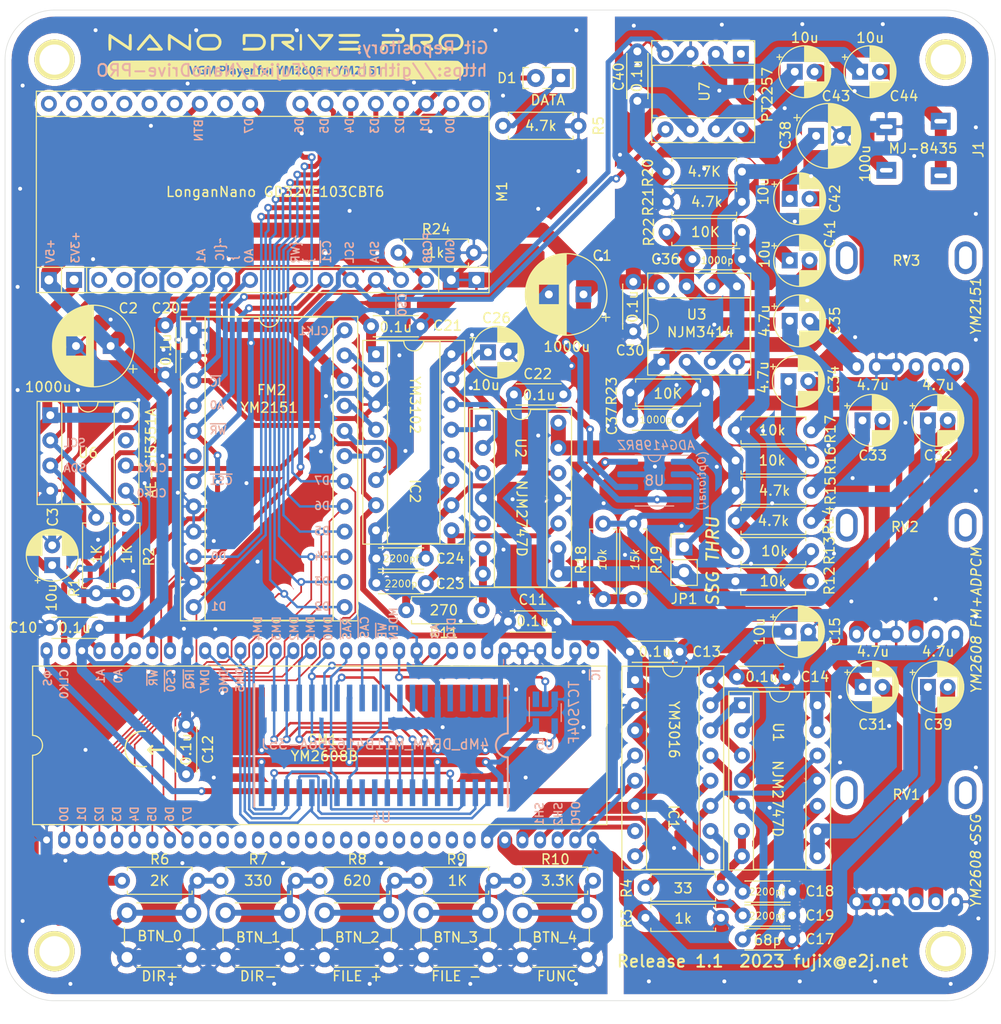
<source format=kicad_pcb>
(kicad_pcb (version 20221018) (generator pcbnew)
  (title_block (title "NanoDrive - YM2151 prototype") (company "Chimmido"))
  (layers (0 "F.Cu" signal) (31 "B.Cu" signal) (34 "B.Paste" user) (35 "F.Paste" user) (36 "B.SilkS" user "B.Silkscreen") (37 "F.SilkS" user "F.Silkscreen") (38 "B.Mask" user) (39 "F.Mask" user) (44 "Edge.Cuts" user))
  (net 0 "")
  (net 1 "GND")
  (net 2 "+5VA")
  (net 3 "+3V3")
  (net 4 "/D0")
  (net 5 "CLOCK0")
  (net 6 "/A0")
  (net 7 "/~{WR}")
  (net 8 "/~{CS0}")
  (net 9 "/D7")
  (net 10 "/D6")
  (net 11 "/D5")
  (net 12 "/D4")
  (net 13 "/~{IC}")
  (net 14 "/D3")
  (net 15 "/D2")
  (net 16 "/D1")
  (net 17 "/~{CS1}")
  (net 18 "SDA")
  (net 19 "SCL")
  (net 20 "Net-(R4-Pad2)")
  (net 21 "Net-(R8-Pad2)")
  (net 22 "BTN")
  (net 23 "Net-(C15-Pad1)")
  (net 24 "Net-(C18-Pad2)")
  (net 25 "Net-(C17-Pad2)")
  (net 26 "Net-(C19-Pad2)")
  (net 27 "Net-(C23-Pad2)")
  (net 28 "Net-(C24-Pad2)")
  (net 29 "Net-(C26-Pad1)")
  (net 30 "Net-(C31-Pad2)")
  (net 31 "Net-(C31-Pad1)")
  (net 32 "Net-(C32-Pad2)")
  (net 33 "Net-(C32-Pad1)")
  (net 34 "Net-(C33-Pad2)")
  (net 35 "Net-(C33-Pad1)")
  (net 36 "Net-(C34-Pad2)")
  (net 37 "Net-(C34-Pad1)")
  (net 38 "Net-(C35-Pad2)")
  (net 39 "Net-(C35-Pad1)")
  (net 40 "MIXED_RIGHT")
  (net 41 "Net-(C36-Pad1)")
  (net 42 "MIXED_LEFT")
  (net 43 "Net-(C37-Pad1)")
  (net 44 "Net-(C38-Pad1)")
  (net 45 "Net-(C41-Pad1)")
  (net 46 "Net-(C42-Pad1)")
  (net 47 "Net-(C43-Pad2)")
  (net 48 "Net-(C43-Pad1)")
  (net 49 "Net-(C44-Pad2)")
  (net 50 "Net-(C44-Pad1)")
  (net 51 "Net-(FM1-Pad50)")
  (net 52 "Net-(FM1-Pad52)")
  (net 53 "Net-(FM1-Pad53)")
  (net 54 "Net-(FM1-Pad54)")
  (net 55 "Net-(FM1-Pad51)")
  (net 56 "OPO")
  (net 57 "Net-(FM1-Pad55)")
  (net 58 "Net-(FM1-Pad41)")
  (net 59 "Net-(FM1-Pad49)")
  (net 60 "PSG")
  (net 61 "/A1")
  (net 62 "ΦS")
  (net 63 "Net-(FM1-Pad42)")
  (net 64 "Net-(FM1-Pad46)")
  (net 65 "Net-(FM1-Pad44)")
  (net 66 "SH2")
  (net 67 "Net-(FM1-Pad45)")
  (net 68 "SH1")
  (net 69 "Net-(FM1-Pad47)")
  (net 70 "CLOCK1")
  (net 71 "Net-(FM2-Pad23)")
  (net 72 "Net-(FM2-Pad21)")
  (net 73 "Net-(FM2-Pad20)")
  (net 74 "Net-(FM2-Pad19)")
  (net 75 "Net-(IC1-Pad12)")
  (net 76 "Net-(IC2-Pad12)")
  (net 77 "Net-(IC2-Pad11)")
  (net 78 "Net-(R7-Pad2)")
  (net 79 "Net-(R10-Pad1)")
  (net 80 "Net-(R10-Pad2)")
  (net 81 "Net-(R11-Pad2)")
  (net 82 "OPNA_CH_1")
  (net 83 "OPNA_CH_2")
  (net 84 "OPM_CH_1")
  (net 85 "OPM_CH_2")
  (net 86 "Net-(U4-Pad27)")
  (net 87 "Net-(D1-Pad1)")
  (net 88 "Net-(JP1-Pad2)")
  (net 89 "PC98")
  (net 90 "Net-(R18-Pad1)")
  (net 91 "Net-(FM1-Pad10)")
  (net 92 "Net-(FM1-Pad11)")
  (net 93 "Net-(FM1-Pad12)")
  (net 94 "Net-(FM1-Pad24)")
  (net 95 "Net-(FM1-Pad17)")
  (net 96 "Net-(FM1-Pad22)")
  (net 97 "Net-(FM1-Pad25)")
  (net 98 "Net-(FM1-Pad21)")
  (net 99 "Net-(FM1-Pad40)")
  (net 100 "Net-(FM1-Pad14)")
  (net 101 "Net-(FM1-Pad16)")
  (net 102 "Net-(FM1-Pad18)")
  (net 103 "Net-(FM1-Pad19)")
  (net 104 "Net-(FM1-Pad20)")
  (net 105 "Net-(FM1-Pad13)")
  (net 106 "Net-(FM1-Pad15)")
  (net 107 "Net-(FM1-Pad23)")
  (net 108 "Net-(IC1-Pad15)")
  (net 109 "Net-(IC1-Pad14)")
  (net 110 "Net-(IC2-Pad14)")
  (net 111 "Net-(IC2-Pad13)")
  (net 112 "Net-(J2-Pad1)")
  (net 113 "Net-(J3-Pad1)")
  (net 114 "Net-(J4-Pad1)")
  (net 115 "Net-(J5-Pad1)")
  (net 116 "Net-(M1-Pad25)")
  (net 117 "Net-(M1-Pad26)")
  (net 118 "Net-(M1-Pad27)")
  (net 119 "Net-(M1-Pad28)")
  (net 120 "Net-(M1-Pad7)")
  (net 121 "Net-(M1-Pad22)")
  (net 122 "Net-(M1-Pad21)")
  (net 123 "Net-(M1-Pad19)")
  (net 124 "Net-(M1-Pad18)")
  (net 125 "Net-(M1-Pad17)")
  (net 126 "Net-(M1-Pad15)")
  (net 127 "Net-(M1-Pad1)")
  (net 128 "Net-(U4-Pad15)")
  (net 129 "Net-(U4-Pad39)")
  (net 130 "Net-(U4-Pad38)")
  (net 131 "Net-(U4-Pad37)")
  (net 132 "Net-(U4-Pad36)")
  (net 133 "Net-(U4-Pad34)")
  (net 134 "Net-(U4-Pad33)")
  (net 135 "Net-(U4-Pad32)")
  (net 136 "Net-(U4-Pad31)")
  (net 137 "Net-(U4-Pad30)")
  (net 138 "Net-(U4-Pad12)")
  (net 139 "Net-(U4-Pad11)")
  (net 140 "Net-(U5-Pad1)")
  (net 141 "Net-(U6-Pad7)")
  (net 142 "Net-(C39-Pad2)")
  (footprint "基板:hole" (layer "F.Cu") (at 5 95 90)
    (fp_text reference "J2")
    (fp_text value "Conn_01x01")
  )
  (footprint "基板:hole" (layer "F.Cu") (at 95 95 90)
    (fp_text reference "J3")
    (fp_text value "Conn_01x01")
  )
  (footprint "基板:hole" (layer "F.Cu") (at 95 5 90)
    (fp_text reference "J5")
    (fp_text value "Conn_01x01")
  )
  (footprint "基板:hole" (layer "F.Cu") (at 5 5 90)
    (fp_text reference "J4")
    (fp_text value "Conn_01x01")
  )
  (footprint "基板:SDIP-64" (layer "F.Cu") (at 4.195 83.768 90)
    (fp_text reference "FM1")
    (fp_text value "YM2608B")
  )
  (footprint "Package_DIP:DIP-24_W15.24mm_Socket" (layer "F.Cu") (at 19.05 32.3215)
    (fp_text reference "FM2")
    (fp_text value "YM2151")
  )
  (footprint "基板:RK12L" (layer "F.Cu") (at 91 79)
    (fp_text reference "RV1")
    (fp_text value "YM2608 SSG")
  )
  (footprint "基板:RK12L" (layer "F.Cu") (at 91 52)
    (fp_text reference "RV2")
    (fp_text value "YM2608 FM+ADPCM")
  )
  (footprint "Button_Switch_THT:SW_PUSH_6mm_H4.3mm" (layer "F.Cu") (at 18.815 95.619 180)
    (fp_text reference "SW1")
    (fp_text value "BTN_0")
  )
  (footprint "Button_Switch_THT:SW_PUSH_6mm_H4.3mm" (layer "F.Cu") (at 28.764 95.619 180)
    (fp_text reference "SW2")
    (fp_text value "BTN_1")
  )
  (footprint "Button_Switch_THT:SW_PUSH_6mm_H4.3mm" (layer "F.Cu") (at 38.764 95.619 180)
    (fp_text reference "SW3")
    (fp_text value "BTN_2")
  )
  (footprint "Button_Switch_THT:SW_PUSH_6mm_H4.3mm" (layer "F.Cu") (at 48.764 95.619 180)
    (fp_text reference "SW4")
    (fp_text value "BTN_3")
  )
  (footprint "Package_DIP:DIP-8_W7.62mm_Socket" (layer "F.Cu") (at 66.294 35.5092 90)
    (fp_text reference "U3")
    (fp_text value "NJM3414")
  )
  (footprint "Button_Switch_THT:SW_PUSH_6mm_H4.3mm" (layer "F.Cu") (at 58.764 95.619 180)
    (fp_text reference "SW5")
    (fp_text value "BTN_4")
  )
  (footprint "Package_DIP:DIP-14_W7.62mm_Socket" (layer "F.Cu") (at 74.422 70.1675)
    (fp_text reference "U1")
    (fp_text value "NJM2747D")
  )
  (footprint "Resistor_THT:R_Axial_DIN0207_L6.3mm_D2.5mm_P7.62mm_Horizontal" (layer "F.Cu") (at 81.407 45.466 180)
    (fp_text reference "R16")
    (fp_text value "10k")
  )
  (footprint "Resistor_THT:R_Axial_DIN0207_L6.3mm_D2.5mm_P7.62mm_Horizontal" (layer "F.Cu") (at 81.407 42.418 180)
    (fp_text reference "R17")
    (fp_text value "10k")
  )
  (footprint "Resistor_THT:R_Axial_DIN0207_L6.3mm_D2.5mm_P7.62mm_Horizontal" (layer "F.Cu") (at 74.422 16.3068 180)
    (fp_text reference "R20")
    (fp_text value "4.7K")
  )
  (footprint "Resistor_THT:R_Axial_DIN0207_L6.3mm_D2.5mm_P7.62mm_Horizontal" (layer "F.Cu") (at 66.802 19.3548)
    (fp_text reference "R21")
    (fp_text value "4.7k")
  )
  (footprint "Resistor_THT:R_Axial_DIN0207_L6.3mm_D2.5mm_P7.62mm_Horizontal" (layer "F.Cu") (at 66.802 22.4028)
    (fp_text reference "R22")
    (fp_text value "10K")
  )
  (footprint "Resistor_THT:R_Axial_DIN0207_L6.3mm_D2.5mm_P7.62mm_Horizontal" (layer "F.Cu") (at 21.764 87.884)
    (fp_text reference "R7")
    (fp_text value "330")
  )
  (footprint "Resistor_THT:R_Axial_DIN0207_L6.3mm_D2.5mm_P7.62mm_Horizontal" (layer "F.Cu") (at 40.513 60.579)
    (fp_text reference "R11")
    (fp_text value "270")
  )
  (footprint "Resistor_THT:R_Axial_DIN0207_L6.3mm_D2.5mm_P7.62mm_Horizontal" (layer "F.Cu") (at 81.407 54.61 180)
    (fp_text reference "R13")
    (fp_text value "10k")
  )
  (footprint "Resistor_THT:R_Axial_DIN0207_L6.3mm_D2.5mm_P7.62mm_Horizontal" (layer "F.Cu") (at 73.7616 57.658)
    (fp_text reference "R12")
    (fp_text value "10k")
  )
  (footprint "Resistor_THT:R_Axial_DIN0207_L6.3mm_D2.5mm_P7.62mm_Horizontal" (layer "F.Cu") (at 81.407 51.562 180)
    (fp_text reference "R14")
    (fp_text value "4.7k")
  )
  (footprint "Resistor_THT:R_Axial_DIN0207_L6.3mm_D2.5mm_P7.62mm_Horizontal" (layer "F.Cu") (at 81.407 48.514 180)
    (fp_text reference "R15")
    (fp_text value "4.7k")
  )
  (footprint "Package_DIP:DIP-8_W7.62mm_Socket" (layer "F.Cu") (at 4.572 40.894)
    (fp_text reference "U6")
    (fp_text value "AE-Si5351A")
  )
  (footprint "Capacitor_THT:C_Disc_D4.3mm_W1.9mm_P5.00mm" (layer "F.Cu") (at 16.1925 31.8135 -90)
    (fp_text reference "C20")
    (fp_text value "0.1u")
  )
  (footprint "Capacitor_THT:C_Disc_D4.3mm_W1.9mm_P5.00mm" (layer "F.Cu") (at 36.964 31.914)
    (fp_text reference "C21")
    (fp_text value "0.1u")
  )
  (footprint "Capacitor_THT:C_Disc_D4.3mm_W1.9mm_P5.00mm" (layer "F.Cu") (at 51.388 38.7985)
    (fp_text reference "C22")
    (fp_text value "0.1u")
  )
  (footprint "Capacitor_THT:C_Disc_D4.3mm_W1.9mm_P5.00mm" (layer "F.Cu") (at 37.4975 57.8485)
    (fp_text reference "C23")
    (fp_text value "2200p")
  )
  (footprint "Capacitor_THT:C_Disc_D4.3mm_W1.9mm_P5.00mm" (layer "F.Cu") (at 37.4975 55.3605)
    (fp_text reference "C24")
    (fp_text value "2200pf")
  )
  (footprint "Capacitor_THT:CP_Radial_D5.0mm_P2.00mm" (layer "F.Cu") (at 48.768 34.544)
    (fp_text reference "C26")
    (fp_text value "10u")
  )
  (footprint "Capacitor_THT:C_Disc_D4.3mm_W1.9mm_P5.00mm" (layer "F.Cu") (at 63.4492 27.432 -90)
    (fp_text reference "C30")
    (fp_text value "0.1u")
  )
  (footprint "Capacitor_THT:CP_Radial_D5.0mm_P2.00mm" (layer "F.Cu") (at 86.614 68.326)
    (fp_text reference "C31")
    (fp_text value "4.7u")
  )
  (footprint "Capacitor_THT:CP_Radial_D5.0mm_P2.00mm" (layer "F.Cu") (at 93.202 41.418)
    (fp_text reference "C32")
    (fp_text value "4.7u")
  )
  (footprint "Capacitor_THT:CP_Radial_D5.0mm_P2.00mm" (layer "F.Cu") (at 86.598 41.418)
    (fp_text reference "C33")
    (fp_text value "4.7u")
  )
  (footprint "Capacitor_THT:CP_Radial_D5.0mm_P2.00mm" (layer "F.Cu") (at 79.121 37.465)
    (fp_text reference "C34")
    (fp_text value "4.7u")
  )
  (footprint "Capacitor_THT:CP_Radial_D5.0mm_P2.00mm" (layer "F.Cu") (at 79.248 31.369)
    (fp_text reference "C35")
    (fp_text value "4.7u")
  )
  (footprint "Capacitor_THT:C_Disc_D4.3mm_W1.9mm_P5.00mm" (layer "F.Cu") (at 74.422 25.146 180)
    (fp_text reference "C36")
    (fp_text value "1000p")
  )
  (footprint "Capacitor_THT:C_Disc_D4.3mm_W1.9mm_P5.00mm" (layer "F.Cu") (at 68.1444 41.3512 180)
    (fp_text reference "C37")
    (fp_text value "1000p")
  )
  (footprint "Capacitor_THT:CP_Radial_D6.3mm_P2.50mm" (layer "F.Cu") (at 81.915 12.7)
    (fp_text reference "C38")
    (fp_text value "100u")
  )
  (footprint "Capacitor_THT:C_Disc_D4.3mm_W1.9mm_P5.00mm" (layer "F.Cu") (at 63.8556 4.1656 -90)
    (fp_text reference "C40")
    (fp_text value "0.1u")
  )
  (footprint "Capacitor_THT:CP_Radial_D5.0mm_P2.00mm" (layer "F.Cu") (at 79.248 25.273)
    (fp_text reference "C41")
    (fp_text value "10u")
  )
  (footprint "Capacitor_THT:CP_Radial_D5.0mm_P2.00mm" (layer "F.Cu") (at 79.248 19.05)
    (fp_text reference "C42")
    (fp_text value "10u")
  )
  (footprint "Capacitor_THT:CP_Radial_D5.0mm_P2.00mm" (layer "F.Cu") (at 79.756 6.223)
    (fp_text reference "C43")
    (fp_text value "10u")
  )
  (footprint "Capacitor_THT:CP_Radial_D5.0mm_P2.00mm" (layer "F.Cu") (at 86.36 6.223)
    (fp_text reference "C44")
    (fp_text value "10u")
  )
  (footprint "Package_DIP:DIP-16_W7.62mm_Socket" (layer "F.Cu") (at 63.627 67.6275)
    (fp_text reference "IC1")
    (fp_text value "YM3016")
  )
  (footprint "Package_DIP:DIP-16_W7.62mm_Socket" (layer "F.Cu") (at 37.465 34.7345)
    (fp_text reference "IC2")
    (fp_text value "YM3012")
  )
  (footprint "基板:LonganNano" (layer "F.Cu") (at 24.75 18.3515 -90)
    (fp_text reference "M1")
    (fp_text value "LonganNano GD32VF103CBT6")
  )
  (footprint "Resistor_THT:R_Axial_DIN0207_L6.3mm_D2.5mm_P7.62mm_Horizontal" (layer "F.Cu") (at 51.764 87.884)
    (fp_text reference "R10")
    (fp_text value "3.3K")
  )
  (footprint "Resistor_THT:R_Axial_DIN0207_L6.3mm_D2.5mm_P7.62mm_Horizontal" (layer "F.Cu") (at 63.1444 38.608)
    (fp_text reference "R23")
    (fp_text value "10K")
  )
  (footprint "基板:RK12L" (layer "F.Cu") (at 91 25)
    (fp_text reference "RV3")
    (fp_text value "YM2151")
  )
  (footprint "Package_DIP:DIP-8_W7.62mm_Socket" (layer "F.Cu") (at 74.3204 4.4196 -90)
    (fp_text reference "U7")
    (fp_text value "PT2257")
  )
  (footprint "Capacitor_THT:CP_Radial_D8.0mm_P3.50mm" (layer "F.Cu") (at 58.42 28.702 180)
    (fp_text reference "C1")
    (fp_text value "1000u")
  )
  (footprint "Capacitor_THT:CP_Radial_D5.0mm_P2.00mm" (layer "F.Cu") (at 4.764 56.034 90)
    (fp_text reference "C3")
    (fp_text value "10u")
  )
  (footprint "Capacitor_THT:C_Disc_D4.3mm_W1.9mm_P5.00mm" (layer "F.Cu") (at 9.525 62.357 180)
    (fp_text reference "C10")
    (fp_text value "0.1u")
  )
  (footprint "Capacitor_THT:C_Disc_D4.3mm_W1.9mm_P5.00mm" (layer "F.Cu") (at 50.8 61.722)
    (fp_text reference "C11")
    (fp_text value "0.1u")
  )
  (footprint "Capacitor_THT:C_Disc_D4.3mm_W1.9mm_P5.00mm" (layer "F.Cu") (at 18.288 72.136 -90)
    (fp_text reference "C12")
    (fp_text value "0.1u")
  )
  (footprint "Capacitor_THT:C_Disc_D4.3mm_W1.9mm_P5.00mm" (layer "F.Cu") (at 63.119 64.77)
    (fp_text reference "C13")
    (fp_text value "0.1u")
  )
  (footprint "Capacitor_THT:C_Disc_D4.3mm_W1.9mm_P5.00mm" (layer "F.Cu") (at 73.914 67.31)
    (fp_text reference "C14")
    (fp_text value "0.1u")
  )
  (footprint "Capacitor_THT:CP_Radial_D5.0mm_P2.00mm" (layer "F.Cu") (at 79.121 62.738)
    (fp_text reference "C15")
    (fp_text value "10u")
  )
  (footprint "Capacitor_THT:C_Disc_D4.3mm_W1.9mm_P5.00mm" (layer "F.Cu") (at 79.502 93.8095 180)
    (fp_text reference "C17")
    (fp_text value "68p")
  )
  (footprint "Capacitor_THT:C_Disc_D4.3mm_W1.9mm_P5.00mm" (layer "F.Cu") (at 79.502 88.9835 180)
    (fp_text reference "C18")
    (fp_text value "2200pf")
  )
  (footprint "Capacitor_THT:C_Disc_D4.3mm_W1.9mm_P5.00mm" (layer "F.Cu") (at 79.502 91.3965 180)
    (fp_text reference "C19")
    (fp_text value "2200pf")
  )
  (footprint "基板:MJ8435" (layer "F.Cu") (at 100 13.97 -90)
    (fp_text reference "J1")
    (fp_text value "MJ-8435")
  )
  (footprint "Resistor_THT:R_Axial_DIN0207_L6.3mm_D2.5mm_P7.62mm_Horizontal" (layer "F.Cu") (at 9.204 51.235 -90)
    (fp_text reference "R1")
    (fp_text value "1K")
  )
  (footprint "Resistor_THT:R_Axial_DIN0207_L6.3mm_D2.5mm_P7.62mm_Horizontal" (layer "F.Cu") (at 12.252 51.235 -90)
    (fp_text reference "R2")
    (fp_text value "1K")
  )
  (footprint "Resistor_THT:R_Axial_DIN0207_L6.3mm_D2.5mm_P7.62mm_Horizontal" (layer "F.Cu") (at 72.2978 91.6305 180)
    (fp_text reference "R3")
    (fp_text value "1k")
  )
  (footprint "Resistor_THT:R_Axial_DIN0207_L6.3mm_D2.5mm_P7.62mm_Horizontal" (layer "F.Cu") (at 64.6778 88.5825)
    (fp_text reference "R4")
    (fp_text value "33")
  )
  (footprint "Resistor_THT:R_Axial_DIN0207_L6.3mm_D2.5mm_P7.62mm_Horizontal" (layer "F.Cu") (at 11.814 87.884)
    (fp_text reference "R6")
    (fp_text value "2K")
  )
  (footprint "Resistor_THT:R_Axial_DIN0207_L6.3mm_D2.5mm_P7.62mm_Horizontal" (layer "F.Cu") (at 31.764 87.884)
    (fp_text reference "R8")
    (fp_text value "620")
  )
  (footprint "Resistor_THT:R_Axial_DIN0207_L6.3mm_D2.5mm_P7.62mm_Horizontal" (layer "F.Cu") (at 41.764 87.884)
    (fp_text reference "R9")
    (fp_text value "1K")
  )
  (footprint "Package_DIP:DIP-14_W7.62mm_Socket" (layer "F.Cu") (at 48.26 41.656)
    (fp_text reference "U2")
    (fp_text value "NJM2747D")
  )
  (footprint "Capacitor_THT:CP_Radial_D8.0mm_P3.50mm" (layer "F.Cu") (at 10.668 33.909 180)
    (fp_text reference "C2")
    (fp_text value "1000u")
  )
  (footprint "LED_THT:LED_Rectangular_W5.0mm_H2.0mm" (layer "F.Cu") (at 56.134 6.858 180)
    (fp_text reference "D1")
    (fp_text value "DATA")
  )
  (footprint "Resistor_THT:R_Axial_DIN0207_L6.3mm_D2.5mm_P7.62mm_Horizontal" (layer "F.Cu") (at 50.292 11.684)
    (fp_text reference "R5")
    (fp_text value "4.7k")
  )
  (footprint "Connector_PinHeader_2.54mm:PinHeader_1x02_P2.54mm_Vertical" (layer "F.Cu") (at 68.58 54.2036)
    (fp_text reference "JP1")
    (fp_text value "SSG THRU")
  )
  (footprint "Resistor_THT:R_Axial_DIN0207_L6.3mm_D2.5mm_P7.62mm_Horizontal" (layer "F.Cu") (at 60.4012 59.4614 90)
    (fp_text reference "R18")
    (fp_text value "4.3k")
  )
  (footprint "Resistor_THT:R_Axial_DIN0207_L6.3mm_D2.5mm_P7.62mm_Horizontal" (layer "F.Cu") (at 63.4492 59.4614 90)
    (fp_text reference "R19")
    (fp_text value "4.3k")
  )
  (footprint "Resistor_THT:R_Axial_DIN0207_L6.3mm_D2.5mm_P7.62mm_Horizontal" (layer "F.Cu") (at 39.7256 24.4856)
    (fp_text reference "R24")
    (fp_text value "1k")
  )
  (footprint "基板:prologo" (layer "F.Cu") (at 28.321 4.699)
    (fp_text reference "G***" hide)
    (fp_text value "LOGO" hide)
  )
  (footprint "Capacitor_THT:CP_Radial_D5.0mm_P2.00mm" (layer "F.Cu") (at 93.202 68.326)
    (fp_text reference "C39")
    (fp_text value "4.7u")
  )
  (footprint "基板:SOP-40" (layer "B.Cu") (at 37.973 74.222 90)
    (fp_text reference "U4")
    (fp_text value "4Mb_DRAM_M11B416256A-35J")
  )
  (footprint "Package_TO_SOT_SMD:SOT-23-5_HandSoldering" (layer "B.Cu") (at 54.5592 70.9168 -90)
    (fp_text reference "U5")
    (fp_text value "TC7S04F")
  )
  (footprint "基板:SO-8_3.9x4.9mm_P1.27mm_handsolder" (layer "B.Cu") (at 65.5828 47.498 180)
    (fp_text reference "U8")
    (fp_text value "ADG419BRZ")
  )
  (gr_arc (start 14.2748 76.3524) (mid 12.127205 74.64106) (end 14.176565 72.813227) (stroke (width 0.15)) (layer "F.SilkS"))
  (gr_arc (start 0 5) (mid 1.464466 1.464466) (end 5 0) (stroke (width 0.05)) (layer "Edge.Cuts"))
  (gr_arc (start 5 100) (mid 1.464466 98.535534) (end 0 95) (stroke (width 0.05)) (layer "Edge.Cuts"))
  (gr_line (start 95 100) (end 5 100) (stroke (width 0.05)) (layer "Edge.Cuts"))
  (gr_line (start 0 95) (end 0 5) (stroke (width 0.05)) (layer "Edge.Cuts"))
  (gr_line (start 100 5) (end 100 95) (stroke (width 0.05)) (layer "Edge.Cuts"))
  (gr_arc (start 100 95) (mid 98.535534 98.535534) (end 95 100) (stroke (width 0.05)) (layer "Edge.Cuts"))
  (gr_arc (start 95 0) (mid 98.535534 1.464466) (end 100 5) (stroke (width 0.05)) (layer "Edge.Cuts"))
  (gr_line (start 5 0) (end 95 0) (stroke (width 0.05)) (layer "Edge.Cuts"))
  (gr_text "https://github.com/Fujix1/NanoDrive-PRO" (at 28.956 6.096) (layer "B.SilkS") (effects (font (size 1.2 1.2) (thickness 0.2)) (justify mirror)))
  (gr_text "Git Repository:" (at 42.164 3.81) (layer "B.SilkS") (effects (font (size 1.2 1.2) (thickness 0.2)) (justify mirror)))
  (gr_text "D2" (at 39.878 11.684 90) (layer "B.SilkS") (effects (font (size 0.8 0.8)) (justify mirror)))
  (gr_text "~{IC\n}" (at 22.352 25.4 90) (layer "B.SilkS") (effects (font (size 0.8 0.8)) (justify right mirror)))
  (gr_text "A1" (at 19.812 25.654 90) (layer "B.SilkS") (effects (font (size 0.8 0.8)) (justify right mirror)))
  (gr_text "A0" (at 24.638 25.654 90) (layer "B.SilkS") (effects (font (size 0.8 0.8)) (justify right mirror)))
  (gr_text "~{CS1}" (at 32.512 25.654 90) (layer "B.SilkS") (effects (font (size 0.8 0.8)) (justify right mirror)))
  (gr_text "SCL" (at 34.798 25.654 90) (layer "B.SilkS") (effects (font (size 0.8 0.8)) (justify right mirror)))
  (gr_text "PC98" (at 42.672 25.654 90) (layer "B.SilkS") (effects (font (size 0.8 0.8)) (justify right mirror)))
  (gr_text "SDA" (at 5.842 46.228) (layer "B.SilkS") (effects (font (size 0.8 0.8)) (justify right mirror)))
  (gr_text "SCL" (at 5.842 43.688) (layer "B.SilkS") (effects (font (size 0.8 0.8)) (justify right mirror)))
  (gr_text "CLK0" (at 13.208 48.768) (layer "B.SilkS") (effects (font (size 0.8 0.8)) (justify right mirror)))
  (gr_text "(Optional)" (at 70.358 47.498 90) (layer "B.SilkS") (effects (font (size 0.8 0.8) (thickness 0.12) italic) (justify mirror)))
  (gr_text "A0" (at 20.574 39.878) (layer "B.SilkS") (effects (font (size 0.8 0.8)) (justify right mirror)))
  (gr_text "~{WR}" (at 20.574 42.418) (layer "B.SilkS") (effects (font (size 0.8 0.8)) (justify right mirror)))
  (gr_text "D0" (at 20.701 55.118) (layer "B.SilkS") (effects (font (size 0.8 0.8)) (justify right mirror)))
  (gr_text "~{CS1}" (at 20.574 47.498) (layer "B.SilkS") (effects (font (size 0.8 0.8)) (justify right mirror)))
  (gr_text "D1" (at 20.701 60.198) (layer "B.SilkS") (effects (font (size 0.8 0.8)) (justify right mirror)))
  (gr_text "D2" (at 32.893 60.198) (layer "B.SilkS") (effects (font (size 0.8 0.8)) (justify left mirror)))
  (gr_text "D3" (at 32.893 57.658) (layer "B.SilkS") (effects (font (size 0.8 0.8)) (justify left mirror)))
  (gr_text "D4" (at 32.893 55.118) (layer "B.SilkS") (effects (font (size 0.8 0.8)) (justify left mirror)))
  (gr_text "D5" (at 32.893 52.578) (layer "B.SilkS") (effects (font (size 0.8 0.8)) (justify left mirror)))
  (gr_text "D6" (at 32.893 50.038) (layer "B.SilkS") (effects (font (size 0.8 0.8)) (justify left mirror)))
  (gr_text "D7" (at 32.893 47.498) (layer "B.SilkS") (effects (font (size 0.8 0.8)) (justify left mirror)))
  (gr_text "~{IC}" (at 20.574 37.592) (layer "B.SilkS") (effects (font (size 0.8 0.8)) (justify right mirror)))
  (gr_text "A0" (at 11.43 66.421 90) (layer "B.SilkS") (effects (font (size 0.8 0.8)) (justify left mirror)))
  (gr_text "A1" (at 9.652 66.421 90) (layer "B.SilkS") (effects (font (size 0.8 0.8)) (justify left mirror)))
  (gr_text "~{CS0}" (at 16.764 66.421 90) (layer "B.SilkS") (effects (font (size 0.8 0.8)) (justify left mirror)))
  (gr_text "~{WR}" (at 14.986 66.421 90) (layer "B.SilkS") (effects (font (size 0.8 0.8)) (justify left mirror)))
  (gr_text "D0" (at 5.969 82.042 90) (layer "B.SilkS") (effects (font (size 0.8 0.8)) (justify right mirror)))
  (gr_text "D1" (at 7.747 82.042 90) (layer "B.SilkS") (effects (font (size 0.8 0.8)) (justify right mirror)))
  (gr_text "D2" (at 9.525 82.042 90) (layer "B.SilkS") (effects (font (size 0.8 0.8)) (justify right mirror)))
  (gr_text "D3" (at 11.303 82.042 90) (layer "B.SilkS") (effects (font (size 0.8 0.8)) (justify right mirror)))
  (gr_text "D6" (at 16.637 82.042 90) (layer "B.SilkS") (effects (font (size 0.8 0.8)) (justify right mirror)))
  (gr_text "D7" (at 18.415 82.042 90) (layer "B.SilkS") (effects (font (size 0.8 0.8)) (justify right mirror)))
  (gr_text "D4" (at 13.081 82.042 90) (layer "B.SilkS") (effects (font (size 0.8 0.8)) (justify right mirror)))
  (gr_text "D5" (at 14.859 82.042 90) (layer "B.SilkS") (effects (font (size 0.8 0.8)) (justify right mirror)))
  (gr_text "~{IC}" (at 59.69 66.421 90) (layer "B.SilkS") (effects (font (size 0.8 0.8)) (justify left mirror)))
  (gr_text "CLK0" (at 5.969 66.421 90) (layer "B.SilkS") (effects (font (size 0.8 0.8)) (justify left mirror)))
  (gr_text "CLK1" (at 32.766 32.385) (layer "B.SilkS") (effects (font (size 0.8 0.8)) (justify left mirror)))
  (gr_text "DM7" (at 20.193 66.421 90) (layer "B.SilkS") (effects (font (size 0.8 0.8)) (justify left mirror)))
  (gr_text "DM6" (at 22.098 66.421 90) (layer "B.SilkS") (effects (font (size 0.8 0.8)) (justify left mirror)))
  (gr_text "DM0" (at 32.639 61.087 90) (layer "B.SilkS") (effects (font (size 0.8 0.8)) (justify left mirror)))
  (gr_text "DM1" (at 30.861 61.087 90) (layer "B.SilkS") (effects (font (size 0.8 0.8)) (justify left mirror)))
  (gr_text "MDEN" (at 39.243 60.198 90) (layer "B.SilkS") (effects (font (size 0.8 0.8)) (justify left mirror)))
  (gr_text "A8" (at 43.434 61.849 90) (layer "B.SilkS") (effects (font (size 0.8 0.8)) (justify left mirror)))
  (gr_text "OPO" (at 57.658 82.423 90) (layer "B.SilkS") (effects (font (size 0.8 0.8)) (justify right mirror)))
  (gr_text "ΦS" (at 4.318 66.548 90) (layer "B.SilkS") (effects (font (size 0.8 0.8)) (justify left mirror)))
  (gr_text "BTN" (at 19.558 10.922 90) (layer "B.SilkS") (effects (font (size 0.8 0.8)) (justify left mirror)))
  (gr_text "GND" (at 44.958 25.654 90) (layer "B.SilkS") (effects (font (size 0.8 0.8)) (justify right mirror)))
  (gr_text "SH2" (at 55.88 82.423 90) (layer "B.SilkS") (effects (font (size 0.8 0.8)) (justify right mirror)))
  (gr_text "DT0" (at 45.085 61.214 90) (layer "B.SilkS") (effects (font (size 0.8 0.8)) (justify left mirror)))
  (gr_text "CLK1" (at 13.208 46.228) (layer "B.SilkS") (effects (font (size 0.8 0.8)) (justify right mirror)))
  (gr_text "SDA" (at 37.338 25.654 90) (layer "B.SilkS") (effects (font (size 0.8 0.8)) (justify right mirror)))
  (gr_text "~{CAS}" (at 36.322 61.087 90) (layer "B.SilkS") (effects (font (size 0.8 0.8)) (justify left mirror)))
  (gr_text "~{IRQ}" (at 18.669 66.421 90) (layer "B.SilkS") (effects (font (size 0.8 0.8)) (justify left mirror)))
  (gr_text "+5V" (at 4.572 25.654 90) (layer "B.SilkS") (effects (font (size 0.8 0.8)) (justify right mirror)))
  (gr_text "DM4" (at 25.527 61.087 90) (layer "B.SilkS") (effects (font (size 0.8 0.8)) (justify left mirror)))
  (gr_text "+3V3" (at 7.112 25.654 90) (layer "B.SilkS") (effects (font (size 0.8 0.8)) (justify right mirror)))
  (gr_text "~{WR\n}" (at 29.972 25.654 90) (layer "B.SilkS") (effects (font (size 0.8 0.8)) (justify right mirror)))
  (gr_text "DM5" (at 23.749 66.294 90) (layer "B.SilkS") (effects (font (size 0.8 0.8)) (justify left mirror)))
  (gr_text "D4" (at 34.798 11.684 90) (layer "B.SilkS") (effects (font (size 0.8 0.8)) (justify mirror)))
  (gr_text "D1" (at 42.418 11.684 90) (layer "B.SilkS") (effects (font (size 0.8 0.8)) (justify mirror)))
  (gr_text "D3" (at 37.338 11.684 90) (layer "B.SilkS") (effects (font (size 0.8 0.8)) (justify mirror)))
  (gr_text "D6" (at 29.718 11.684 90) (layer "B.SilkS") (effects (font (size 0.8 0.8)) (justify mirror)))
  (gr_text "~{WE}" (at 38.1 61.722 90) (layer "B.SilkS") (effects (font (size 0.8 0.8)) (justify left mirror)))
  (gr_text "DM2" (at 29.21 61.087 90) (layer "B.SilkS") (effects (font (size 0.8 0.8)) (justify left mirror)))
  (gr_text "~{CS0}" (at 40.132 30.988 90) (layer "B.SilkS") (effects (font (size 0.8 0.8)) (justify right mirror)))
  (gr_text "DM3" (at 27.432 61.087 90) (layer "B.SilkS") (effects (font (size 0.8 0.8)) (justify left mirror)))
  (gr_text "SH1" (at 53.975 82.423 90) (layer "B.SilkS") (effects (font (size 0.8 0.8)) (justify right mirror)))
  (gr_text "D0" (at 44.958 11.684 90) (layer "B.SilkS") (effects (font (size 0.8 0.8)) (justify mirror)))
  (gr_text "D5" (at 32.258 11.684 90) (layer "B.SilkS") (effects (font (size 0.8 0.8)) (justify mirror)))
  (gr_text "D7" (at 24.638 11.684 90) (layer "B.SilkS") (effects (font (size 0.8 0.8)) (justify mirror)))
  (gr_text "~{RAS}" (at 34.544 61.214 90) (layer "B.SilkS") (effects (font (size 0.8 0.8)) (justify left mirror)))
  (gr_text "10k" (at 60.325 55.499 90) (layer "F.SilkS") (effects (font (size 0.8 0.8) (thickness 0.12) italic)))
  (gr_text "Release 1.1" (at 67.183 96.012) (layer "F.SilkS") (effects (font (size 1.2 1.2) (thickness 0.2))))
  (gr_text "2023 fujix@e2j.net\n" (at 82.677 96.012) (layer "F.SilkS") (effects (font (size 1.2 1.2) (thickness 0.2))))
  (gr_text "←" (at 15.24 74.5236) (layer "F.SilkS") (effects (font (size 2 2) (thickness 0.25))))
  (gr_text "15k" (at 63.627 55.499 90) (layer "F.SilkS") (effects (font (size 0.8 0.8) (thickness 0.12) italic)))
  (segment (start 43.702011 74.712789) (end 48.514 74.712789) (width 1) (layer "F.Cu") (net 1))
  (segment (start 32.3596 24.5364) (end 9.4996 24.5364) (width 1.5) (layer "F.Cu") (net 1))
  (segment (start 73.661999 95.559501) (end 77.751999 95.559501) (width 1.5) (layer "F.Cu") (net 1))
  (segment (start 78.914 74.6595) (end 78.914 67.31) (width 1.5) (layer "F.Cu") (net 1))
  (segment (start 75.781489 64.177489) (end 68.711511 64.177489) (width 1.5) (layer "F.Cu") (net 1))
  (segment (start 53.4595 27.2415) (end 54.92 28.702) (width 1.5) (layer "F.Cu") (net 1))
  (segment (start 68.711511 64.177489) (end 68.119 64.77) (width 1.5) (layer "F.Cu") (net 1))
  (segment (start 72.2978 94.195302) (end 73.661999 95.559501) (width 1.5) (layer "F.Cu") (net 1))
  (segment (start 7.168 33.909) (end 10.0725 36.8135) (width 1.5) (layer "F.Cu") (net 1))
  (segment (start 82.042 77.7875) (end 78.914 74.6595) (width 1.5) (layer "F.Cu") (net 1))
  (segment (start 18.288 72.136) (end 20.864789 74.712789) (width 1) (layer "F.Cu") (net 1))
  (segment (start 88 90) (end 86 90) (width 1.5) (layer "F.Cu") (net 1))
  (segment (start 44.958 28.92) (end 44.958 27.3535) (width 1.5) (layer "F.Cu") (net 1))
  (segment (start 79.502 88.9835) (end 79.502 93.8095) (width 1.5) (layer "F.Cu") (net 1))
  (segment (start 10.0725 36.8135) (end 16.1925 36.8135) (width 1.5) (layer "F.Cu") (net 1))
  (segment (start 77.751999 95.559501) (end 79.502 93.8095) (width 1.5) (layer "F.Cu") (net 1))
  (segment (start 47.61 27.2415) (end 53.4595 27.2415) (width 1.5) (layer "F.Cu") (net 1))
  (segment (start 36.048001 41.231499) (end 37.465 39.8145) (width 0.5) (layer "F.Cu") (net 1))
  (segment (start 20.864789 74.712789) (end 25.922011 74.712789) (width 1) (layer "F.Cu") (net 1))
  (segment (start 44.958 27.3535) (end 45.07 27.2415) (width 1.5) (layer "F.Cu") (net 1))
  (segment (start 41.964 31.914) (end 44.958 28.92) (width 1.5) (layer "F.Cu") (net 1))
  (segment (start 47.3456 24.4856) (end 47.3456 24.9659) (width 0.6) (layer "F.Cu") (net 1))
  (segment (start 47.61 27.2415) (end 45.07 27.2415) (width 1.5) (layer "F.Cu") (net 1))
  (segment (start 19.05 34.8615) (end 25.419999 41.231499) (width 0.5) (layer "F.Cu") (net 1))
  (segment (start 72.2978 91.6305) (end 72.2978 94.195302) (width 1.5) (layer "F.Cu") (net 1))
  (segment (start 79.502 88.9835) (end 84.9835 88.9835) (width 1.5) (layer "F.Cu") (net 1))
  (segment (start 9.4996 24.5364) (end 8.89 25.146) (width 1.5) (layer "F.Cu") (net 1))
  (segment (start 84.9835 88.9835) (end 86 90) (width 1.5) (layer "F.Cu") (net 1))
  (segment (start 25.922011 74.712789) (end 43.702011 74.712789) (width 1) (layer "F.Cu") (net 1))
  (segment (start 47.3456 24.9659) (end 45.07 27.2415) (width 0.6) (layer "F.Cu") (net 1))
  (segment (start 45.085 34.7345) (end 43.5356 36.2839) (width 1.2) (layer "F.Cu") (net 1))
  (segment (start 37.592 24.5364) (end 32.3596 24.5364) (width 1.5) (layer "F.Cu") (net 1))
  (segment (start 78.914 67.31) (end 75.781489 64.177489) (width 1.5) (layer "F.Cu") (net 1))
  (segment (start 25.419999 41.231499) (end 36.048001 41.231499) (width 0.5) (layer "F.Cu") (net 1))
  (segment (start 90 90) (end 88 90) (width 1.5) (layer "F.Cu") (net 1))
  (via (at 50.292 8.636) (size 0.8) (drill 0.4) (layers "F.Cu" "B.Cu") (net 1))
  (via (at 36.83 98.298) (size 0.8) (drill 0.4) (layers "F.Cu" "B.Cu") (net 1))
  (via (at 98.298 91.694) (size 0.8) (drill 0.4) (layers "F.Cu" "B.Cu") (net 1))
  (via (at 93.98 59.436) (size 0.8) (drill 0.4) (layers "F.Cu" "B.Cu") (net 1))
  (via (at 1.27 27.94) (size 0.8) (drill 0.4) (layers "F.Cu" "B.Cu") (net 1))
  (via (at 85.852 33.02) (size 0.8) (drill 0.4) (layers "F.Cu" "B.Cu") (net 1))
  (via (at 98.044 33.274) (size 0.8) (drill 0.4) (layers "F.Cu" "B.Cu") (net 1))
  (via (at 31.9024 44.5516) (size 0.8) (drill 0.4) (layers "F.Cu" "B.Cu") (net 1))
  (via (at 18.4404 7.4168) (size 0.8) (drill 0.4) (layers "F.Cu" "B.Cu") (net 1))
  (via (at 44.196 72.39) (size 0.8) (drill 0.4) (layers "F.Cu" "B.Cu") (net 1))
  (via (at 84.328 69.342) (size 0.8) (drill 0.4) (layers "F.Cu" "B.Cu") (net 1))
  (via (at 60.452 49.784) (size 0.8) (drill 0.4) (layers "F.Cu" "B.Cu") (net 1))
  (via (at 71.628 31.75) (size 0.8) (drill 0.4) (layers "F.Cu" "B.Cu") (net 1))
  (via (at 90.932 41.656) (size 0.8) (drill 0.4) (layers "F.Cu" "B.Cu") (net 1))
  (via (at 77.216 80.518) (size 0.8) (drill 0.4) (layers "F.Cu" "B.Cu") (net 1))
  (via (at 9.144 2.032) (size 0.8) (drill 0.4) (layers "F.Cu" "B.Cu") (net 1))
  (via (at 95.504 98.298) (size 0.8) (drill 0.4) (layers "F.Cu" "B.Cu") (net 1))
  (via (at 72.136 8.128) (size 0.8) (drill 0.4) (layers "F.Cu" "B.Cu") (net 1))
  (via (at 37.976 86.106) (size 0.8) (drill 0.4) (layers "F.Cu" "B.Cu") (net 1))
  (via (at 81.407 16.764) (size 0.8) (drill 0.4) (layers "F.Cu" "B.Cu") (net 1))
  (via (at 1.778 91.948) (size 0.8) (drill 0.4) (layers "F.Cu" "B.Cu") (net 1))
  (via (at 57.7088 2.032) (size 0.8) (drill 0.4) (layers "F.Cu" "B.Cu") (net 1))
  (via (at 80.264 98.044) (size 0.8) (drill 0.4) (layers "F.Cu" "B.Cu") (net 1))
  (via (at 45.72 57.404) (size 0.8) (drill 0.4) (layers "F.Cu" "B.Cu") (net 1))
  (via (at 66.04 25.146) (size 0.8) (drill 0.4) (layers "F.Cu" "B.Cu") (net 1))
  (via (at 98.044 11.8364) (size 0.8) (drill 0.4) (layers "F.Cu" "B.Cu") (net 1))
  (via (at 8.89 25.146) (size 0.8) (drill 0.4) (layers "F.Cu" "B.Cu") (net 1))
  (via (at 29.464 2.032) (size 0.8) (drill 0.4) (layers "F.Cu" "B.Cu") (net 1))
  (via (at 21.082 77.47) (size 0.8) (drill 0.4) (layers "F.Cu" "B.Cu") (net 1))
  (via (at 37.592 24.5364) (size 0.8) (drill 0.4) (layers "F.Cu" "B.Cu") (net 1))
  (via (at 45.974 86.233) (size 0.8) (drill 0.4) (layers "F.Cu" "B.Cu") (net 1))
  (via (at 85.471 59.69) (size 0.8) (drill 0.4) (layers "F.Cu" "B.Cu") (net 1))
  (via (at 51.2572 49.3776) (size 0.8) (drill 0.4) (layers "F.Cu" "B.Cu") (net 1))
  (via (at 91.821 14.732) (size 0.8) (drill 0.4) (layers "F.Cu" "B.Cu") (net 1))
  (via (at 46.0248 61.6712) (size 0.8) (drill 0.4) (layers "F.Cu" "B.Cu") (net 1))
  (via (at 40.4368 44.5008) (size 0.8) (drill 0.4) (layers "F.Cu" "B.Cu") (net 1))
  (via (at 9.398 53.467) (size 0.8) (drill 0.4) (layers "F.Cu" "B.Cu") (net 1))
  (via (at 79.756 21.336) (size 0.8) (drill 0.4) (layers "F.Cu" "B.Cu") (net 1))
  (via (at 72.39 1.4732) (size 0.8) (drill 0.4) (layers "F.Cu" "B.Cu") (net 1))
  (via (at 14.097 47.752) (size 0.8) (drill 0.4) (layers "F.Cu" "B.Cu") (net 1))
  (via (at 46.99 98.298) (size 0.8) (drill 0.4) (layers "F.Cu" "B.Cu") (net 1))
  (via (at 84.328 75.946) (size 0.8) (drill 0.4) (layers "F.Cu" "B.Cu") (net 1))
  (via (at 98.044 20.574) (size 0.8) (drill 0.4) (layers "F.Cu" "B.Cu") (net 1))
  (via (at 29.972 12.446) (size 0.8) (drill 0.4) (layers "F.Cu" "B.Cu") (net 1))
  (via (at 42.9768 12.2428) (size 0.8) (drill 0.4) (layers "F.Cu" "B.Cu") (net 1))
  (via (at 19.304 2.032) (size 0.8) (drill 0.4) (layers "F.Cu" "B.Cu") (net 1))
  (via (at 21.9456 68.9356) (size 0.8) (drill 0.4) (layers "F.Cu" "B.Cu") (net 1))
  (via (at 87.884 98.044) (size 0.8) (drill 0.4) (layers "F.Cu" "B.Cu") (net 1))
  (via (at 41.3004 7.3152) (size 0.8) (drill 0.4) (layers "F.Cu" "B.Cu") (net 1))
  (via (at 32.3596 24.5364) (size 0.8) (drill 0.4) (layers "F.Cu" "B.Cu") (net 1))
  (via (at 39.624 2.032) (size 0.8) (drill 0.4) (layers "F.Cu" "B.Cu") (net 1))
  (via (at 8.128 74.676) (size 0.8) (drill 0.4) (layers "F.Cu" "B.Cu") (net 1))
  (via (at 21.2344 62.484) (size 0.8) (drill 0.4) (layers "F.Cu" "B.Cu") (net 1))
  (via (at 1.778 7.62) (size 0.8) (drill 0.4) (layers "F.Cu" "B.Cu") (net 1))
  (via (at 81.026 29.3116) (size 0.8) (drill 0.4) (layers "F.Cu" "B.Cu") (net 1))
  (via (at 57.9628 59.7916) (size 0.8) (drill 0.4) (layers "F.Cu" "B.Cu") (net 1))
  (via (at 90.932 24.892) (size 0.8) (drill 0.4) (layers "F.Cu" "B.Cu") (net 1))
  (via (at 49.53 2.032) (size 0.8) (drill 0.4) (layers "F.Cu" "B.Cu") (net 1))
  (via (at 32.4104 38.9636) (size 0.8) (drill 0.4) (layers "F.Cu" "B.Cu") (net 1))
  (via (at 60.452 30.6832) (size 0.8) (drill 0.4) (layers "F.Cu" "B.Cu") (net 1))
  (via (at 53.848 42.948801) (size 0.8) (drill 0.4) (layers "F.Cu" "B.Cu") (net 1))
  (via (at 98.044 61.214) (size 0.8) (drill 0.4) (layers "F.Cu" "B.Cu") (net 1))
  (via (at 88.646 1.4224) (size 0.8) (drill 0.4) (layers "F.Cu" "B.Cu") (net 1))
  (via (at 57.2008 35.9156) (size 0.8) (drill 0.4) (layers "F.Cu" "B.Cu") (net 1))
  (via (at 47.165201 32.793999) (size 0.8) (drill 0.4) (layers "F.Cu" "B.Cu") (net 1))
  (via (at 83.7184 54.864) (size 0.8) (drill 0.4) (layers "F.Cu" "B.Cu") (net 1))
  (via (at 68.326 52.07) (size 0.8) (drill 0.4) (layers "F.Cu" "B.Cu") (net 1))
  (via (at 76.5556 42.4688) (size 0.8) (drill 0.4) (layers "F.Cu" "B.Cu") (net 1))
  (via (at 18.0679 62.4501) (size 0.8) (drill 0.4) (layers "F.Cu" "B.Cu") (net 1))
  (via (at 85.598 47.244) (size 0.8) (drill 0.4) (layers "F.Cu" "B.Cu") (net 1))
  (via (at 65.024 98.044) (size 0.8) (drill 0.4) (layers "F.Cu" "B.Cu") (net 1))
  (via (at 98.044 76.454) (size 0.8) (drill 0.4) (layers "F.Cu" "B.Cu") (net 1))
  (via (at 28.07 86.106) (size 0.8) (drill 0.4) (layers "F.Cu" "B.Cu") (net 1))
  (via (at 58.42 72.39) (size 0.8) (drill 0.4) (layers "F.Cu" "B.Cu") (net 1))
  (via (at 75.3364 55.88) (size 0.8) (drill 0.4) (layers "F.Cu" "B.Cu") (net 1))
  (via (at 65.6336 46.0756) (size 0.8) (drill 0.4) (layers "F.Cu" "B.Cu") (net 1))
  (via (at 14.478 66.802) (size 0.8) (drill 0.4) (layers "F.Cu" "B.Cu") (net 1))
  (via (at 6.096 85.852) (size 0.8) (drill 0.4) (layers "F.Cu" "B.Cu") (net 1))
  (via (at 85.8012 8.1788) (size 0.8) (drill 0.4) (layers "F.Cu" "B.Cu") (net 1))
  (via (at 12.954 56.642) (size 0.8) (drill 0.4) (layers "F.Cu" "B.Cu") (net 1))
  (via (at 27.178 98.298) (size 0.8) (drill 0.4) (layers "F.Cu" "B.Cu") (net 1))
  (via (at 1.27 38.354) (size 0.8) (drill 0.4) (layers "F.Cu" "B.Cu") (net 1))
  (via (at 10.668 31.242) (size 0.8) (drill 0.4) (layers "F.Cu" "B.Cu") (net 1))
  (via (at 53.848 20.066) (size 0.8) (drill 0.4) (layers "F.Cu" "B.Cu") (net 1))
  (via (at 38.608 30.5308) (size 0.8) (drill 0.4) (layers "F.Cu" "B.Cu") (net 1))
  (via (at 60.198 25.146) (size 0.8) (drill 0.4) (layers "F.Cu" "B.Cu") (net 1))
  (via (at 89.281 72.263) (size 0.8) (drill 0.4) (layers "F.Cu" "B.Cu") (net 1))
  (via (at 52.578 77.47) (size 0.8) (drill 0.4) (layers "F.Cu" "B.Cu") (net 1))
  (via (at 21.082 53.594) (size 0.8) (drill 0.4) (layers "F.Cu" "B.Cu") (net 1))
  (via (at 17.018 66.802) (size 0.8) (drill 0.4) (layers "F.Cu" "B.Cu") (net 1))
  (via (at 63.5 1.5748) (size 0.8) (drill 0.4) (layers "F.Cu" "B.Cu") (net 1))
  (via (at 25.922011 74.712789) (size 0.8) (drill 0.4) (layers "F.Cu" "B.Cu") (net 1))
  (via (at 24.8412 33.6042) (size 0.8) (drill 0.4) (layers "F.Cu" "B.Cu") (net 1))
  (via (at 47.0408 38.1508) (size 0.8) (drill 0.4) (layers "F.Cu" "B.Cu") (net 1))
  (via (at 88.138 66.548) (size 0.8) (drill 0.4) (layers "F.Cu" "B.Cu") (net 1))
  (via (at 17.91 86.106) (size 0.8) (drill 0.4) (layers "F.Cu" "B.Cu") (net 1))
  (via (at 16.002 34.29) (size 0.8) (drill 0.4) (layers "F.Cu" "B.Cu") (net 1))
  (via (at 57.912 16.256) (size 0.8) (drill 0.4) (layers "F.Cu" "B.Cu") (net 1))
  (via (at 13.462 39.37) (size 0.8) (drill 0.4) (layers "F.Cu" "B.Cu") (net 1))
  (via (at 57.658 98.298) (size 0.8) (drill 0.4) (layers "F.Cu" "B.Cu") (net 1))
  (via (at 17.449999 48.717001) (size 0.8) (drill 0.4) (layers "F.Cu" "B.Cu") (net 1))
  (via (at 14.732 11.684) (size 0.8) (drill 0.4) (layers "F.Cu" "B.Cu") (net 1))
  (via (at 39.8272 34.8488) (size 0.8) (drill 0.4) (layers "F.Cu" "B.Cu") (net 1))
  (via (at 80.518 1.4224) (size 0.8) (drill 0.4) (layers "F.Cu" "B.Cu") (net 1))
  (via (at 67.564 84.582) (size 0.8) (drill 0.4) (layers "F.Cu" "B.Cu") (net 1))
  (via (at 62.105599 14.602401) (size 0.8) (drill 0.4) (layers "F.Cu" "B.Cu") (net 1))
  (via (at 48.514 74.712789) (size 0.8) (drill 0.4) (layers "F.Cu" "B.Cu") (net 1))
  (via (at 7.366 38.354) (size 0.8) (drill 0.4) (layers "F.Cu" "B.Cu") (net 1))
  (via (at 25.5016 55.6768) (size 0.8) (drill 0.4) (layers "F.Cu" "B.Cu") (net 1))
  (via (at 77.47 49.784) (size 0.8) (drill 0.4) (layers "F.Cu" "B.Cu") (net 1))
  (via (at 51.6128 68.58) (size 0.8) (drill 0.4) (layers "F.Cu" "B.Cu") (net 1))
  (via (at 62.611 54.991) (size 0.8) (drill 0.4) (layers "F.Cu" "B.Cu") (net 1))
  (via (at 71.882 46.101) (size 0.8) (drill 0.4) (layers "F.Cu" "B.Cu") (net 1))
  (via (at 22.606 25.146) (size 0.8) (drill 0.4) (layers "F.Cu" "B.Cu") (net 1))
  (via (at 56.264 87.376) (size 0.8) (drill 0.4) (layers "F.Cu" "B.Cu") (net 1))
  (via (at 60.8584 41.9608) (size 0.8) (drill 0.4) (layers "F.Cu" "B.Cu") (net 1))
  (via (at 83.1596 43.942) (size 0.8) (drill 0.4) (layers "F.Cu" "B.Cu") (net 1))
  (via (at 6.604 98.298) (size 0.8) (drill 0.4) (layers "F.Cu" "B.Cu") (net 1))
  (via (at 1.524 18.034) (size 0.8) (drill 0.4) (layers "F.Cu" "B.Cu") (net 1))
  (via (at 16.764 98.298) (size 0.8) (drill 0.4) (layers "F.Cu" "B.Cu") (net 1))
  (via (at 50.3428 54.4576) (size 0.8) (drill 0.4) (layers "F.Cu" "B.Cu") (net 1))
  (via (at 72.644 98.044) (size 0.8) (drill 0.4) (layers "F.Cu" "B.Cu") (net 1))
  (via (at 43.702011 74.712789) (size 0.8) (drill 0.4) (layers "F.Cu" "B.Cu") (net 1))
  (via (at 11.176 67.31) (size 0.8) (drill 0.4) (layers "F.Cu" "B.Cu") (net 1))
  (via (at 58.42 66.802) (size 0.8) (drill 0.4) (layers "F.Cu" "B.Cu") (net 1))
  (via (at 34.798 20.2692) (size 0.8) (drill 0.4) (layers "F.Cu" "B.Cu") (net 1))
  (via (at 70.612 16.002) (size 0.8) (drill 0.4) (layers "F.Cu" "B.Cu") (net 1))
  (via (at 98.044 84.074) (size 0.8) (drill 0.4) (layers "F.Cu" "B.Cu") (net 1))
  (via (at 24.384 47.752) (size 0.8) (drill 0.4) (layers "F.Cu" "B.Cu") (net 1))
  (via (at 67.818 37.846) (size 0.8) (drill 0.4) (layers "F.Cu" "B.Cu") (net 1))
  (via (at 98.044 48.514) (size 0.8) (drill 0.4) (layers "F.Cu" "B.Cu") (net 1))
  (via (at 78.74 9.906) (size 0.8) (drill 0.4) (layers "F.Cu" "B.Cu") (net 1))
  (segment (start 18.0679 62.4501) (end 18.435 62.8172) (width 1) (layer "B.Cu") (net 1))
  (segment (start 32.2072 46.3296) (end 32.2072 46.3296) (width 0.5) (layer "B.Cu") (net 1))
  (segment (start 47.165201 32.793999) (end 50.828001 32.793999) (width 1.5) (layer "B.Cu") (net 1))
  (segment (start 54.129999 42.948801) (end 54.129999 47.525999) (width 1.5) (layer "B.Cu") (net 1))
  (segment (start 62.105599 14.602401) (end 62.105599 5.915601) (width 1.5) (layer "B.Cu") (net 1))
  (segment (start 39.8272 34.8488) (end 39.8272 34.0508) (width 1.5) (layer "B.Cu") (net 1))
  (segment (start 17.449999 48.717001) (end 17.449999 38.070999) (width 1.2) (layer "B.Cu") (net 1))
  (segment (start 17.924999 46.146501) (end 17.924999 48.976499) (width 0.25) (layer "B.Cu") (net 1))
  (segment (start 33.009495 15.180995) (end 33.009495 14.899085) (width 1.5) (layer "B.Cu") (net 1))
  (segment (start 50.038 73.188789) (end 52.18999 71.036799) (width 0.5) (layer "B.Cu") (net 1))
  (segment (start 79.502 80.3275) (end 82.042 77.7875) (width 1.5) (layer "B.Cu") (net 1))
  (segment (start 37.5539 52.5145) (end 37.465 52.5145) (width 1.2) (layer "B.Cu") (net 1))
  (segment (start 88 62.707955) (end 88 63) (width 1.2) (layer "B.Cu") (net 1))
  (segment (start 39.8272 37.4523) (end 39.8272 34.8488) (width 1.5) (layer "B.Cu") (net 1))
  (segment (start 52.264 95.619) (end 58.764 95.619) (width 1.5) (layer "B.Cu") (net 1))
  (segment (start 55.0672 66.3956) (end 56.6928 66.3956) (width 0.5) (layer "B.Cu") (net 1))
  (segment (start 45.07 19.7) (end 45.07 27.2415) (width 0.5) (layer "B.Cu") (net 1))
  (segment (start 54.92 28.702) (end 54.92 29.774) (width 1.5) (layer "B.Cu") (net 1))
  (segment (start 57.677399 61.061401) (end 64.363401 61.061401) (width 1.2) (layer "B.Cu") (net 1))
  (segment (start 41.750503 59.448501) (end 40.150502 57.8485) (width 1.2) (layer "B.Cu") (net 1))
  (segment (start 18.815 95.619) (end 22.475 95.619) (width 1) (layer "B.Cu") (net 1))
  (segment (start 81.121 64.048002) (end 79.383002 65.786) (width 1.5) (layer "B.Cu") (net 1))
  (segment (start 33.689999 38.691499) (end 32.0548 40.326698) (width 0.5) (layer "B.Cu") (net 1))
  (segment (start 2.971999 47.167999) (end 4.572 48.768) (width 1.2) (layer "B.Cu") (net 1))
  (segment (start 54.92 28.702) (end 61.369 22.253) (width 1.5) (layer "B.Cu") (net 1))
  (segment (start 19.05 57.7215) (end 19.05 57.549502) (width 1.2) (layer "B.Cu") (net 1))
  (segment (start 49.895097 82.11799) (end 48.695 83.318087) (width 1.2) (layer "B.Cu") (net 1))
  (segment (start 64.643 46.863) (end 65.913 48.133) (width 0.6) (layer "B.Cu") (net 1))
  (segment (start 54.92 29.774) (end 54.92 37.2835) (width 1.5) (layer "B.Cu") (net 1))
  (segment (start 65.913 48.133) (end 68.2828 48.133) (width 0.6) (layer "B.Cu") (net 1))
  (segment (start 43.688 67.882998) (end 41.575 65.769998) (width 0.5) (layer "B.Cu") (net 1))
  (segment (start 57.760072 82.11799) (end 49.895097 82.11799) (width 1.2) (layer "B.Cu") (net 1))
  (segment (start 22.455498 25.146) (end 22.606 25.146) (width 0.5) (layer "B.Cu") (net 1))
  (segment (start 50.828001 32.793999) (end 54.92 28.702) (width 1.5) (layer "B.Cu") (net 1))
  (segment (start 79.502 88.9835) (end 79.502 80.3275) (width 1.5) (layer "B.Cu") (net 1))
  (segment (start 37.465 55.328) (end 37.4975 55.3605) (width 1.2) (layer "B.Cu") (net 1))
  (segment (start 52.18999 71.036799) (end 55.004203 71.036799) (width 0.5) (layer "B.Cu") (net 1))
  (segment (start 60.884001 85.277001) (end 60.884001 93.498999) (width 1) (layer "B.Cu") (net 1))
  (segment (start 43.688 73.66) (end 43.688 73.7108) (width 0.5) (layer "B.Cu") (net 1))
  (segment (start 50.8 61.722) (end 50.8 60.59063) (width 1.2) (layer "B.Cu") (net 1))
  (segment (start 36.341999 38.691499) (end 33.689999 38.691499) (width 0.5) (layer "B.Cu") (net 1))
  (segment (start 79.502 88.9835) (end 79.502 91.3965) (width 1.5) (layer "B.Cu") (net 1))
  (segment (start 43.702011 69.456011) (end 43.688 69.442) (width 0.6) (layer "B.Cu") (net 1))
  (segment (start 42.264 95.619) (end 48.764 95.619) (width 1.5) (layer "B.Cu") (net 1))
  (segment (start 68.119 64.77) (end 64.410401 61.061401) (width 1) (layer "B.Cu") (net 1))
  (segment (start 4.195 83.768) (end 4.195 87.499) (width 1.2) (layer "B.Cu") (net 1))
  (segment (start 81.121 62.738) (end 81.121 64.048002) (width 1.5) (layer "B.Cu") (net 1))
  (segment (start 2.679999 29.420999) (end 7.168 33.909) (width 1.5) (layer "B.Cu") (net 1))
  (segment (start 54.129999 39.972131) (end 54.129999 42.948801) (width 1.5) (layer "B.Cu") (net 1))
  (segment (start 47.025501 32.793999) (end 47.165201 32.793999) (width 1.5) (layer "B.Cu") (net 1))
  (segment (start 37.465 39.8145) (end 39.8272 37.4523) (width 1.5) (layer "B.Cu") (net 1))
  (segment (start 4.764 54.034) (end 4.764 48.76) (width 0.8) (layer "B.Cu") (net 1))
  (segment (start 20.959999 27.808001) (end 20.959999 26.641499) (width 0.5) (layer "B.Cu") (net 1))
  (segment (start 90 90.504177) (end 91.295833 91.80001) (width 1.5) (layer "B.Cu") (net 1))
  (segment (start 13.339999 26.641499) (end 14.835498 25.146) (width 0.5) (layer "B.Cu") (net 1))
  (segment (start 90 90) (end 90 90.504177) (width 1.5) (layer "B.Cu") (net 1))
  (segment (start 17.549999 59.221501) (end 17.549999 61.932199) (width 1) (layer "B.Cu") (net 1))
  (segment (start 50.475 64.6672) (end 52.255 64.6672) (width 0.25) (layer "B.Cu") (net 1))
  (segment (start 4.764 48.96) (end 4.572 48.768) (width 0.8) (layer "B.Cu") (net 1))
  (segment (start 58.65 32.432) (end 63.4492 32.432) (width 1.5) (layer "B.Cu") (net 1))
  (segment (start 17.449999 55.949501) (end 17.449999 48.717001) (width 1.2) (layer "B.Cu") (net 1))
  (segment (start 32.264 95.619) (end 38.764 95.619) (width 1.5) (layer "B.Cu") (net 1))
  (segment (start 66.802 19.3548) (end 62.105599 14.658399) (width 1.5) (layer "B.Cu") (net 1))
  (segment (start 43.484999 46.583401) (end 37.5539 52.5145) (width 1.2) (layer "B.Cu") (net 1))
  (segment (start 31.615005 13.504595) (end 14.856903 13.504595) (width 1.5) (layer "B.Cu") (net 1))
  (segment (start 64.75837 70.1675) (end 68.119 66.80687) (width 1.2) (layer "B.Cu") (net 1))
  (segment (start 96 90.504177) (end 96 90) (width 1.5) (layer "B.Cu") (net 1))
  (segment (start 55.30363 38.7985) (end 54.129999 39.972131) (width 1.5) (layer "B.Cu") (net 1))
  (segment (start 62.105599 5.915601) (end 63.8556 4.1656) (width 1.5) (layer "B.Cu") (net 1))
  (segment (start 65.859601 6.169601) (end 67.490399 6.169601) (width 1.5) (layer "B.Cu") (net 1))
  (segment (start 17.924999 48.976499) (end 19.05 50.1015) (width 0.25) (layer "B.Cu") (net 1))
  (segment (start 79.383002 65.786) (end 79.383002 66.840998) (width 1.5) (layer "B.Cu") (net 1))
  (segment (start 18.288 64.8142) (end 18.435 64.6672) (width 1) (layer "B.Cu") (net 1))
  (segment (start 19.05 50.1015) (end 19.05 52.6415) (width 0.25) (layer "B.Cu") (net 1))
  (segment (start 20.959999 26.641499) (end 22.455498 25.146) (width 0.5) (layer "B.Cu") (net 1))
  (segment (start 54.035 64.6672) (end 54.035 65.3634) (width 0.5) (layer "B.Cu") (net 1))
  (segment (start 7.168 33.909) (end 2.971999 38.105001) (width 1.2) (layer "B.Cu") (net 1))
  (segment (start 18.288 72.136) (end 18.288 64.8142) (width 1) (layer "B.Cu") (net 1))
  (segment (start 54.92 30.392) (end 54.92 29.774) (width 1.5) (layer "B.Cu") (net 1))
  (segment (start 54.92 37.2835) (end 56.435 38.7985) (width 1.5) (layer "B.Cu") (net 1))
  (segment (start 19.05 34.8615) (end 19.05 32.3215) (width 1.2) (layer "B.Cu") (net 1))
  (segment (start 48.695 83.318087) (end 48.695 83.768) (width 1.2) (layer "B.Cu") (net 1))
  (segment (start 45.085 34.7345) (end 43.484999 36.334501) (width 1.2) (layer "B.Cu") (net 1))
  (segment (start 8.259999 25.776001) (end 8.259999 28.833999) (width 0.5) (layer "B.Cu") (net 1))
  (segment (start 88 63) (end 90 63) (width 1.2) (layer "B.Cu") (net 1))
  (segment (start 94.704167 91.80001) (end 96 90.504177) (width 1.5) (layer "B.Cu") (net 1))
  (segment (start 33.009495 14.899085) (end 31.615005 13.504595) (width 1.5) (layer "B.Cu") (net 1))
  (segment (start 8.89 25.146) (end 8.259999 25.776001) (width 0.5) (layer "B.Cu") (net 1))
  (segment (start 55.5092 70.531802) (end 55.004203 71.036799) (width 0.5) (layer "B.Cu") (net 1))
  (segment (start 43.688 69.442) (end 43.688 67.882998) (width 0.5) (layer "B.Cu") (net 1))
  (segment (start 55.88 49.276) (end 54.279999 50.876001) (width 1.2) (layer "B.Cu") (net 1))
  (segment (start 2.79499 50.54501) (end 4.572 48.768) (width 1.2) (layer "B.Cu") (net 1))
  (segment (start 2.679999 25.681499) (end 2.679999 29.420999) (width 1.5) (layer "B.Cu") (net 1))
  (segment (start 56.435 38.7985) (end 55.30363 38.7985) (width 1.5) (layer "B.Cu") (net 1))
  (segment (start 63.627 70.1675) (end 64.75837 70.1675) (width 1.2) (layer "B.Cu") (net 1))
  (segment (start 68.119 66.80687) (end 68.119 64.77) (width 1.2) (layer "B.Cu") (net 1))
  (segment (start 48.88337 58.674) (end 44.040002 58.674) (width 1.2) (layer "B.Cu") (net 1))
  (segment (start 50.768 34.544) (end 54.92 30.392) (width 1.5) (layer "B.Cu") (net 1))
  (segment (start 14.942499 31.213499) (end 14.942499 32.413501) (width 0.5) (layer "B.Cu") (net 1))
  (segment (start 37.4975 57.8485) (end 40.150502 57.8485) (width 1.2) (layer "B.Cu") (net 1))
  (segment (start 88 62.092) (end 88 63) (width 1.2) (layer "B.Cu") (net 1))
  (segment (start 64.2672 19.3548) (end 66.802 19.3548) (width 1.5) (layer "B.Cu") (net 1))
  (segment (start 17.449999 38.070999) (end 16.1925 36.8135) (width 1.2) (layer "B.Cu") (net 1))
  (segment (start 45.07 27.2415) (end 33.009495 15.180995) (width 1.5) (layer "B.Cu") (net 1))
  (segment (start 52.255 64.6672) (end 54.035 64.6672) (width 0.25) (layer "B.Cu") (net 1))
  (segment (start 14.856903 13.504595) (end 2.679999 25.681499) (width 1.5) (layer "B.Cu") (net 1))
  (segment (start 57.595 65.4934) (end 57.595 64.6672) (width 0.5) (layer "B.Cu") (net 1))
  (segment (start 61.369 22.253) (end 64.2672 19.3548) (width 1.5) (layer "B.Cu") (net 1))
  (segment (start 19.05 57.549502) (end 17.449999 55.949501) (width 1.2) (layer "B.Cu") (net 1))
  (segment (start 50.038 65.1042) (end 50.475 64.6672) (width 0.5) (layer "B.Cu") (net 1))
  (segment (start 2.971999 38.105001) (end 2.971999 47.167999) (width 1.2) (layer "B.Cu") (net 1))
  (segment (start 54.129999 47.525999) (end 55.88 49.276) (width 1.5) (layer "B.Cu") (net 1))
  (segment (start 32.0548 42.096302) (end 32.2072 42.248702) (width 0.5) (layer "B.Cu") (net 1))
  (segment (start 32.0548 40.326698) (end 32.0548 42.096302) (width 0.5) (layer "B.Cu") (net 1))
  (segment (start 64.410401 61.061401) (end 64.363401 61.061401) (width 1) (layer "B.Cu") (net 1))
  (segment (start 22.264 95.619) (end 28.764 95.619) (width 1.5) (layer "B.Cu") (net 1))
  (segment (start 32.264 95.619) (end 28.764 95.619) (width 1.5) (layer "B.Cu") (net 1))
  (segment (start 91.295833 91.80001) (end 94.704167 91.80001) (width 1.5) (layer "B.Cu") (net 1))
  (segment (start 45.085 34.7345) (end 47.025501 32.793999) (width 1.5) (layer "B.Cu") (net 1))
  (segment (start 57.912 11.684) (end 53.086 11.684) (width 0.5) (layer "B.Cu") (net 1))
  (segment (start 38.764 95.619) (end 42.264 95.619) (width 1.5) (layer "B.Cu") (net 1))
  (segment (start 62.8828 46.863) (end 64.643 46.863) (width 0.6) (layer "B.Cu") (net 1))
  (segment (start 19.05 32.3215) (end 19.05 29.718) (width 0.5) (layer "B.Cu") (net 1))
  (segment (start 61.290025 78.588037) (end 57.760072 82.11799) (width 1.2) (layer "B.Cu") (net 1))
  (segment (start 48.695 64.6672) (end 48.695 63.827) (width 1.2) (layer "B.Cu") (net 1))
  (segment (start 39.8272 34.0508) (end 41.964 31.914) (width 1.5) (layer "B.Cu") (net 1))
  (segment (start 54.279999 50.876001) (end 54.279999 57.664001) (width 1.2) (layer "B.Cu") (net 1))
  (segment (start 90 36) (end 88 36) (width 1.5) (layer "B.Cu") (net 1))
  (segment (start 17.549999 61.932199) (end 18.0679 62.4501) (width 1) (layer "B.Cu") (net 1))
  (segment (start 59.375 83.768) (end 60.884001 85.277001) (width 1) (layer "B.Cu") (net 1))
  (segment (start 50.038 69.442) (end 50.038 65.1042) (width 0.5) (layer "B.Cu") (net 1))
  (segment (start 14.835498 25.146) (end 22.606 25.146) (width 0.5) (layer "B.Cu") (net 1))
  (segment (start 19.05 57.7215) (end 17.549999 59.221501) (width 1) (layer "B.Cu") (net 1))
  (segment (start 41.575 64.6672) (end 41.575 65.769998) (width 0.5) (layer "B.Cu") (net 1))
  (segment (start 55.5092 69.5668) (end 55.5092 70.531802) (width 0.5) (layer "B.Cu") (net 1))
  (segment (start 50.038 69.442) (end 50.038 73.188789) (width 0.6) (layer "B.Cu") (net 1))
  (segment (start 50.038 73.188789) (end 48.514 74.712789) (width 0.6) (layer "B.Cu") (net 1))
  (segment (start 28.975 95.619) (end 32.635 95.619) (width 1) (layer "B.Cu") (net 1))
  (segment (start 79.502 91.3965) (end 79.502 93.8095) (width 1.5) (layer "B.Cu") (net 1))
  (segment (start 37.4975 55.3605) (end 37.4975 57.8485) (width 1.2) (layer "B.Cu") (net 1))
  (segment (start 43.702011 74.712789) (end 43.702011 69.456011) (width 0.6) (layer "B.Cu") (net 1))
  (segment (start 54.92 28.702) (end 58.65 32.432) (width 1.5) (layer "B.Cu") (net 1))
  (segment (start 44.040002 58.674) (end 43.265501 59.448501) (width 1.2) (layer "B.Cu") (net 1))
  (segment (start 22.475 95.619) (end 28.975 95.619) (width 1) (layer "B.Cu") (net 1))
  (segment (start 2.79499 62.48301) (end 2.79499 50.54501) (width 1.2) (layer "B.Cu") (net 1))
  (segment (start 67.490399 6.169601) (end 69.2404 4.4196) (width 1.5) (layer "B.Cu") (net 1))
  (segment (start 4.525 62.484) (end 2.79598 62.484) (width 1.2) (layer "B.Cu") (net 1))
  (segment (start 17.390498 34.8615) (end 19.05 34.8615) (width 0.5) (layer "B.Cu") (net 1))
  (segment (start 63.8556 4.1656) (end 65.859601 6.169601) (width 1.5) (layer "B.Cu") (net 1))
  (segment (start 37.465 57.816) (end 37.4975 57.8485) (width 1) (layer "B.Cu") (net 1))
  (segment (start 54.035 65.3634) (end 55.0672 66.3956) (width 0.5) (layer "B.Cu") (net 1))
  (segment (start 4.195 87.499) (end 12.315 95.619) (width 1.2) (layer "B.Cu") (net 1))
  (segment (start 25.922011 69.456011) (end 25.908 69.442) (width 0.6) (layer "B.Cu") (net 1))
  (segment (start 15.840001 30.315997) (end 14.942499 31.213499) (width 0.5) (layer "B.Cu") (net 1))
  (segment (start 10.668 31.242) (end 13.339999 28.570001) (width 0.5) (layer "B.Cu") (net 1))
  (segment (start 2.79598 62.484) (end 2.79499 62.48301) (width 1.2) (layer "B.Cu") (net 1))
  (segment (start 17.375498 25.146) (end 15.840001 26.681497) (width 0.5) (layer "B.Cu") (net 1))
  (segment (start 22.606 25.146) (end 17.375498 25.146) (width 0.5) (layer "B.Cu") (net 1))
  (segment (start 18.435 62.8172) (end 18.435 64.6672) (width 1) (layer "B.Cu") (net 1))
  (segment (start 89 11.77) (end 85.345 11.77) (width 1.2) (layer "B.Cu") (net 1))
  (segment (start 60.884001 93.498999) (end 58.764 95.619) (width 1) (layer "B.Cu") (net 1))
  (segment (start 19.05 29.718) (end 20.959999 27.808001) (width 0.5) (layer "B.Cu") (net 1))
  (segment (start 56.6928 66.3956) (end 57.595 65.4934) (width 0.5) (layer "B.Cu") (net 1))
  (segment (start 15.840001 26.681497) (end 15.840001 30.315997) (width 0.5) (layer "B.Cu") (net 1))
  (segment (start 64.363401 61.061401) (end 86.969401 61.061401) (width 1.2) (layer "B.Cu") (net 1))
  (segment (start 62.105599 14.658399) (end 62.105599 14.602401) (width 1.5) (layer "B.Cu") (net 1))
  (segment (start 37.465 52.5145) (end 37.465 55.328) (width 1.2) (layer "B.Cu") (net 1))
  (segment (start 61.851599 21.770401) (end 61.369 22.253) (width 1.5) (layer "B.Cu") (net 1))
  (segment (start 25.922011 74.712789) (end 25.922011 69.456011) (width 0.6) (layer "B.Cu") (net 1))
  (segment (start 13.339999 28.570001) (end 13.339999 26.641499) (width 0.5) (layer "B.Cu") (net 1))
  (segment (start 43.484999 36.334501) (end 43.484999 46.583401) (width 1.2) (layer "B.Cu") (net 1))
  (segment (start 85.345 11.77) (end 84.415 12.7) (width 1.2) (layer "B.Cu") (net 1))
  (segment (start 50.8 60.59063) (end 48.88337 58.674) (width 1.2) (layer "B.Cu") (net 1))
  (segment (start 2.79499 82.36799) (end 2.79499 62.48301) (width 1.2) (layer "B.Cu") (net 1))
  (segment (start 48.764 95.619) (end 52.264 95.619) (width 1.5) (layer "B.Cu") (net 1))
  (segment (start 63.627 70.1675) (end 61.290025 72.504475) (width 1.2) (layer "B.Cu") (net 1))
  (segment (start 53.086 11.684) (end 45.07 19.7) (width 0.5) (layer "B.Cu") (net 1))
  (segment (start 32.2072 42.248702) (end 32.2072 46.3296) (width 0.5) (layer "B.Cu") (net 1))
  (segment (start 43.265501 59.448501) (end 41.750503 59.448501) (width 1.2) (layer "B.Cu") (net 1))
  (segment (start 4.195 83.768) (end 2.79499 82.36799) (width 1.2) (layer "B.Cu") (net 1))
  (segment (start 14.942499 32.413501) (end 17.390498 34.8615) (width 0.5) (layer "B.Cu") (net 1))
  (segment (start 37.465 39.8145) (end 36.341999 38.691499) (width 0.5) (layer "B.Cu") (net 1))
  (segment (start 16.1925 36.8135) (end 17.098 36.8135) (width 1.2) (layer "B.Cu") (net 1))
  (segment (start 86.969401 61.061401) (end 88 62.092) (width 1.2) (layer "B.Cu") (net 1))
  (segment (start 12.315 95.619) (end 18.815 95.619) (width 1.5) (layer "B.Cu") (net 1))
  (segment (start 54.279999 57.664001) (end 57.677399 61.061401) (width 1.2) (layer "B.Cu") (net 1))
  (segment (start 48.695 63.827) (end 50.8 61.722) (width 1.2) (layer "B.Cu") (net 1))
  (segment (start 17.098 36.8135) (end 19.05 34.8615) (width 1.2) (layer "B.Cu") (net 1))
  (segment (start 79.383002 66.840998) (end 78.914 67.31) (width 1.5) (layer "B.Cu") (net 1))
  (segment (start 18.815 95.619) (end 22.264 95.619) (width 1.5) (layer "B.Cu") (net 1))
  (segment (start 8.259999 28.833999) (end 10.668 31.242) (width 0.5) (layer "B.Cu") (net 1))
  (segment (start 61.290025 72.504475) (end 61.290025 78.588037) (width 1.2) (layer "B.Cu") (net 1))
  (segment (start 43.670401 75.912799) (end 48.547201 75.912799) (width 1) (layer "F.Cu") (net 2))
  (segment (start 34.780401 75.912799) (end 43.670401 75.912799) (width 1) (layer "F.Cu") (net 2))
  (segment (start 8.6754 22.211) (end 54.229 22.211) (width 1.5) (layer "F.Cu") (net 2))
  (segment (start 4.43 26.431) (end 8.125401 22.735599) (width 1.5) (layer "F.Cu") (net 2))
  (segment (start 58.42 26.402) (end 58.42 28.702) (width 1.5) (layer "F.Cu") (net 2))
  (segment (start 22.3266 31.9786) (end 32.412898 31.9786) (width 1) (layer "F.Cu") (net 2))
  (segment (start 74.874502 67.31) (end 73.914 67.31) (width 1.5) (layer "F.Cu") (net 2))
  (segment (start 63.4492 27.432) (end 65.8368 27.432) (width 1.5) (layer "F.Cu") (net 2))
  (segment (start 76.172001 68.607499) (end 74.874502 67.31) (width 1.5) (layer "F.Cu") (net 2))
  (segment (start 65.377001 70.957499) (end 63.627 72.7075) (width 1.5) (layer "F.Cu") (net 2))
  (segment (start 65.8368 27.432) (end 66.294 27.8892) (width 1.5) (layer "F.Cu") (net 2))
  (segment (start 36.964 31.914) (end 36.964 34.2335) (width 1) (layer "F.Cu") (net 2))
  (segment (start 70.406999 65.877499) (end 72.481499 65.877499) (width 1.5) (layer "F.Cu") (net 2))
  (segment (start 58.42 28.702) (end 58.42 31.8135) (width 1.5) (layer "F.Cu") (net 2))
  (segment (start 76.172001 76.037499) (end 76.172001 68.607499) (width 1.5) (layer "F.Cu") (net 2))
  (segment (start 22.3266 31.9786) (end 28.8671 31.9786) (width 1) (layer "F.Cu") (net 2))
  (segment (start 52.255 83.318087) (end 55.045595 80.527492) (width 1.2) (layer "F.Cu") (net 2))
  (segment (start 36.964 34.2335) (end 37.465 34.7345) (width 1) (layer "F.Cu") (net 2))
  (segment (start 16.1925 31.8135) (end 17.184501 30.821499) (width 1) (layer "F.Cu") (net 2))
  (segment (start 4.43 27.2415) (end 4.43 26.431) (width 1.5) (layer "F.Cu") (net 2))
  (segment (start 72.481499 65.877499) (end 73.914 67.31) (width 1.5) (layer "F.Cu") (net 2))
  (segment (start 16.1925 31.8135) (end 12.7635 31.8135) (width 1.5) (layer "F.Cu") (net 2))
  (segment (start 12.7635 31.8135) (end 10.668 33.909) (width 1.5) (layer "F.Cu") (net 2))
  (segment (start 8.150801 22.735599) (end 8.6754 22.211) (width 1.5) (layer "F.Cu") (net 2))
  (segment (start 21.169499 30.821499) (end 22.3266 31.9786) (width 1) (layer "F.Cu") (net 2))
  (segment (start 63.4492 19.6596) (end 66.802 16.3068) (width 1.5) (layer "F.Cu") (net 2))
  (segment (start 63.627 72.7075) (end 65.377001 74.457501) (width 1.5) (layer "F.Cu") (net 2))
  (segment (start 64.869001 66.520001) (end 69.764497 66.520001) (width 1.5) (layer "F.Cu") (net 2))
  (segment (start 65.377001 69.377501) (end 65.377001 70.957499) (width 1.5) (layer "F.Cu") (net 2))
  (segment (start 74.422 77.7875) (end 76.172001 76.037499) (width 1.5) (layer "F.Cu") (net 2))
  (segment (start 63.4492 27.432) (end 63.4492 19.6596) (width 1.5) (layer "F.Cu") (net 2))
  (segment (start 52.255 83.768) (end 52.255 83.318087) (width 1.2) (layer "F.Cu") (net 2))
  (segment (start 28.8671 31.9786) (end 34.29 37.4015) (width 1) (layer "F.Cu") (net 2))
  (segment (start 32.412898 31.9786) (end 33.569999 30.821499) (width 1) (layer "F.Cu") (net 2))
  (segment (start 18.288 77.136) (end 19.511201 75.912799) (width 1) (layer "F.Cu") (net 2))
  (segment (start 59.69 27.432) (end 58.42 28.702) (width 1.5) (layer "F.Cu") (net 2))
  (segment (start 63.427008 80.527492) (end 63.627 80.3275) (width 1.2) (layer "F.Cu") (net 2))
  (segment (start 55.045595 80.527492) (end 63.427008 80.527492) (width 1.2) (layer "F.Cu") (net 2))
  (segment (start 17.184501 30.821499) (end 21.169499 30.821499) (width 1) (layer "F.Cu") (net 2))
  (segment (start 65.377001 74.457501) (end 65.377001 78.577499) (width 1.5) (layer "F.Cu") (net 2))
  (segment (start 35.871499 30.821499) (end 36.964 31.914) (width 1) (layer "F.Cu") (net 2))
  (segment (start 58.42 31.8135) (end 51.435 38.7985) (width 1.5) (layer "F.Cu") (net 2))
  (segment (start 15.912278 45.0215) (end 15.899989 45.009211) (width 0.5) (layer "F.Cu") (net 2))
  (segment (start 58.42 28.702) (end 58.42 26.702) (width 1.2) (layer "F.Cu") (net 2))
  (segment (start 63.627 67.6275) (end 65.377001 69.377501) (width 1.5) (layer "F.Cu") (net 2))
  (segment (start 19.511201 75.912799) (end 34.780401 75.912799) (width 1) (layer "F.Cu") (net 2))
  (segment (start 54.229 22.211) (end 58.42 26.402) (width 1.5) (layer "F.Cu") (net 2))
  (segment (start 65.377001 78.577499) (end 63.627 80.3275) (width 1.5) (layer "F.Cu") (net 2))
  (segment (start 19.05 45.0215) (end 15.912278 45.0215) (width 0.5) (layer "F.Cu") (net 2))
  (segment (start 63.119 64.77) (end 64.869001 66.520001) (width 1.5) (layer "F.Cu") (net 2))
  (segment (start 33.569999 30.821499) (end 35.871499 30.821499) (width 1) (layer "F.Cu") (net 2))
  (segment (start 8.125401 22.735599) (end 8.150801 22.735599) (width 1.5) (layer "F.Cu") (net 2))
  (segment (start 69.764497 66.520001) (end 70.406999 65.877499) (width 1.5) (layer "F.Cu") (net 2))
  (segment (start 63.4492 27.432) (end 59.69 27.432) (width 1.5) (layer "F.Cu") (net 2))
  (via (at 43.670401 75.912799) (size 0.8) (drill 0.4) (layers "F.Cu" "B.Cu") (net 2))
  (via (at 48.547201 75.912799) (size 0.8) (drill 0.4) (layers "F.Cu" "B.Cu") (net 2))
  (via (at 65.8622 49.403) (size 0.8) (drill 0.4) (layers "F.Cu" "B.Cu") (net 2))
  (via (at 56.642 33.528) (size 0.8) (drill 0.4) (layers "F.Cu" "B.Cu") (net 2))
  (via (at 34.780401 75.912799) (size 0.8) (drill 0.4) (layers "F.Cu" "B.Cu") (net 2))
  (via (at 25.908 75.8952) (size 0.8) (drill 0.4) (layers "F.Cu" "B.Cu") (net 2))
  (via (at 15.899989 45.009211) (size 0.8) (drill 0.4) (layers "F.Cu" "B.Cu") (net 2))
  (segment (start 15.899989 45.009211) (end 15.899989 56.744011) (width 1.2) (layer "B.Cu") (net 2))
  (segment (start 65.8622 49.403) (end 68.2828 49.403) (width 0.6) (layer "B.Cu") (net 2))
  (segment (start 56.642 33.528) (end 56.642 33.528) (width 0.6) (layer "B.Cu") (net 2))
  (segment (start 34.780401 75.912799) (end 34.780401 69.459599) (width 0.6) (layer "B.Cu") (net 2))
  (segment (start 63.627 67.6275) (end 63.627 65.278) (width 1.5) (layer "B.Cu") (net 2))
  (segment (start 66.3664 9.1656) (end 69.2404 12.0396) (width 1.5) (layer "B.Cu") (net 2))
  (segment (start 7.755 66.603) (end 7.755 64.6672) (width 1) (layer "B.Cu") (net 2))
  (segment (start 55.815 61.737) (end 55.8 61.722) (width 1.2) (layer "B.Cu") (net 2))
  (segment (start 55.8 61.722) (end 56.94519 62.86719) (width 1.5) (layer "B.Cu") (net 2))
  (segment (start 43.670401 75.912799) (end 43.670401 78.984401) (width 0.6) (layer "B.Cu") (net 2))
  (segment (start 4.43 27.2415) (end 4.43 27.671) (width 1.5) (layer "B.Cu") (net 2))
  (segment (start 43.670401 78.984401) (end 43.688 79.002) (width 0.6) (layer "B.Cu") (net 2))
  (segment (start 15.899989 59.538011) (end 15.899989 56.744011) (width 1.2) (layer "B.Cu") (net 2))
  (segment (start 9.05501 65.96721) (end 11.79499 65.96721) (width 0.5) (layer "B.Cu") (net 2))
  (segment (start 48.26 49.276) (end 52.429989 53.445989) (width 1.5) (layer "B.Cu") (net 2))
  (segment (start 50.038 77.403598) (end 50.038 79.002) (width 0.6) (layer "B.Cu") (net 2))
  (segment (start 62.8828 49.403) (end 65.8622 49.403) (width 0.6) (layer "B.Cu") (net 2))
  (segment (start 61.21619 62.86719) (end 63.119 64.77) (width 1.5) (layer "B.Cu") (net 2))
  (segment (start 63.627 65.278) (end 63.119 64.77) (width 1.5) (layer "B.Cu") (net 2))
  (segment (start 52.429989 53.445989) (end 52.429989 58.440168) (width 1.5) (layer "B.Cu") (net 2))
  (segment (start 58.100801 45.605797) (end 58.100801 34.986801) (width 0.6) (layer "B.Cu") (net 2))
  (segment (start 11.79499 65.96721) (end 13.095 64.6672) (width 0.5) (layer "B.Cu") (net 2))
  (segment (start 10.668 33.909) (end 15.899989 39.140989) (width 1.2) (layer "B.Cu") (net 2))
  (segment (start 34.780401 69.459599) (end 34.798 69.442) (width 0.6) (layer "B.Cu") (net 2))
  (segment (start 58.100801 34.986801) (end 56.642 33.528) (width 0.6) (layer "B.Cu") (net 2))
  (segment (start 13.081 62.357) (end 15.899989 59.538011) (width 1.2) (layer "B.Cu") (net 2))
  (segment (start 49.963201 75.912799) (end 53.6092 72.2668) (width 0.5) (layer "B.Cu") (net 2))
  (segment (start 56.94519 62.86719) (end 61.21619 62.86719) (width 1.5) (layer "B.Cu") (net 2))
  (segment (start 66.167 80.3275) (end 71.247 85.4075) (width 1.2) (layer "B.Cu") (net 2))
  (segment (start 51.435 46.101) (end 48.26 49.276) (width 1.5) (layer "B.Cu") (net 2))
  (segment (start 63.8556 13.3604) (end 66.802 16.3068) (width 1.5) (layer "B.Cu") (net 2))
  (segment (start 61.898004 49.403) (end 58.100801 45.605797) (width 0.6) (layer "B.Cu") (net 2))
  (segment (start 48.547201 75.912799) (end 49.963201 75.912799) (width 0.5) (layer "B.Cu") (net 2))
  (segment (start 7.789 64.6332) (end 7.755 64.6672) (width 1.2) (layer "B.Cu") (net 2))
  (segment (start 63.8556 9.1656) (end 66.3664 9.1656) (width 1.5) (layer "B.Cu") (net 2))
  (segment (start 7.755 64.127) (end 9.525 62.357) (width 1.2) (layer "B.Cu") (net 2))
  (segment (start 48.547201 75.912799) (end 50.038 77.403598) (width 0.6) (layer "B.Cu") (net 2))
  (segment (start 63.8556 9.1656) (end 63.8556 13.3604) (width 1.5) (layer "B.Cu") (net 2))
  (segment (start 62.8828 49.403) (end 61.898004 49.403) (width 0.6) (layer "B.Cu") (net 2))
  (segment (start 55.815 64.6672) (end 55.815 61.737) (width 1.2) (layer "B.Cu") (net 2))
  (segment (start 15.899989 39.140989) (end 15.899989 45.009211) (width 1.2) (layer "B.Cu") (net 2))
  (segment (start 9.525 62.357) (end 13.081 62.357) (width 1.2) (layer "B.Cu") (net 2))
  (segment (start 63.627 80.3275) (end 66.167 80.3275) (width 1.2) (layer "B.Cu") (net 2))
  (segment (start 18.288 77.136) (end 7.755 66.603) (width 1) (layer "B.Cu") (net 2))
  (segment (start 7.755 64.6672) (end 9.05501 65.96721) (width 0.5) (layer "B.Cu") (net 2))
  (segment (start 52.429989 58.440168) (end 55.711821 61.722) (width 1.5) (layer "B.Cu") (net 2))
  (segment (start 51.435 38.7985) (end 51.435 46.101) (width 1.5) (layer "B.Cu") (net 2))
  (segment (start 4.43 27.671) (end 10.668 33.909) (width 1.5) (layer "B.Cu") (net 2))
  (segment (start 7.755 64.6672) (end 7.755 64.127) (width 1.2) (layer "B.Cu") (net 2))
  (segment (start 55.711821 61.722) (end 55.8 61.722) (width 1.5) (layer "B.Cu") (net 2))
  (segment (start 25.908 79.002) (end 25.908 75.8952) (width 0.6) (layer "B.Cu") (net 2))
  (segment (start 5.08 87.884) (end 10.414 87.884) (width 1) (layer "F.Cu") (net 3))
  (segment (start 4.572 41.148) (end 2.89499 42.82501) (width 1) (layer "F.Cu") (net 3))
  (segment (start 6.97 28.0312) (end 6.97 27.2415) (width 1) (layer "F.Cu") (net 3))
  (segment (start 4.764 56.234) (end 4.037 56.234) (width 0.8) (layer "F.Cu") (net 3))
  (segment (start 2.89499 42.82501) (end 2.89499 55.09199) (width 1) (layer "F.Cu") (net 3))
  (segment (start 4.572 41.148) (end 4.267979 40.843979) (width 1) (layer "F.Cu") (net 3))
  (segment (start 5.08 87.884) (end 11.014 87.884) (width 1) (layer "F.Cu") (net 3))
  (segment (start 2.89499 55.09199) (end 2.89499 85.69899) (width 1) (layer "F.Cu") (net 3))
  (segment (start 4.267979 40.843979) (end 4.267979 30.733221) (width 1) (layer "F.Cu") (net 3))
  (segment (start 4.037 56.234) (end 2.89499 55.09199) (width 0.8) (layer "F.Cu") (net 3))
  (segment (start 2.89499 85.69899) (end 5.08 87.884) (width 1) (layer "F.Cu") (net 3))
  (segment (start 4.267979 30.733221) (end 6.97 28.0312) (width 1) (layer "F.Cu") (net 3))
  (segment (start 4.572 41.148) (end 12.192 41.148) (width 1) (layer "B.Cu") (net 3))
  (segment (start 9.204 58.855) (end 7.585 58.855) (width 0.8) (layer "B.Cu") (net 3))
  (segment (start 7.585 58.855) (end 4.764 56.034) (width 0.8) (layer "B.Cu") (net 3))
  (segment (start 12.252 58.855) (end 9.204 58.855) (width 0.8) (layer "B.Cu") (net 3))
  (segment (start 33.037488 19.981888) (end 32.213177 20.806199) (width 0.5) (layer "F.Cu") (net 4))
  (segment (start 15.76999 58.46151) (end 15.76999 69.385301) (width 0.17) (layer "F.Cu") (net 4))
  (segment (start 32.158377 20.860999) (end 41.673488 11.345888) (width 0.5) (layer "F.Cu") (net 4))
  (segment (start 19.05 55.1815) (end 15.76999 58.46151) (width 0.17) (layer "F.Cu") (net 4))
  (segment (start 25.875001 20.860999) (end 32.158377 20.860999) (width 0.5) (layer "F.Cu") (net 4))
  (segment (start 42.307875 10.711501) (end 43.819999 10.711501) (width 0.5) (layer "F.Cu") (net 4))
  (segment (start 43.819999 10.711501) (end 45.07 9.4615) (width 0.5) (layer "F.Cu") (net 4))
  (segment (start 41.673488 11.345888) (end 42.307875 10.711501) (width 0.5) (layer "F.Cu") (net 4))
  (segment (start 5.975 79.180291) (end 5.975 83.768) (width 0.17) (layer "F.Cu") (net 4))
  (segment (start 15.76999 69.385301) (end 5.975 79.180291) (width 0.17) (layer "F.Cu") (net 4))
  (segment (start 33.037488 19.981888) (end 41.673488 11.345888) (width 0.5) (layer "F.Cu") (net 4))
  (via (at 25.875001 20.860999) (size 0.8) (drill 0.4) (layers "F.Cu" "B.Cu") (net 4))
  (segment (start 25.875001 20.860999) (end 25.875001 20.845801) (width 0.25) (layer "B.Cu") (net 4))
  (segment (start 25.875001 22.537399) (end 25.875001 52.800089) (width 0.25) (layer "B.Cu") (net 4))
  (segment (start 25.875001 52.800089) (end 23.49359 55.1815) (width 0.25) (layer "B.Cu") (net 4))
  (segment (start 19.05 55.1815) (end 23.49359 55.1815) (width 0.25) (layer "B.Cu") (net 4))
  (segment (start 25.875001 22.537399) (end 25.875001 20.860999) (width 0.25) (layer "B.Cu") (net 4))
  (segment (start 7.62 56.388) (end 7.62 56.388) (width 0.6) (layer "F.Cu") (net 5))
  (segment (start 5.975 59.938) (end 5.975 64.6672) (width 0.6) (layer "F.Cu") (net 5))
  (segment (start 5.975 64.6672) (end 5.975 58.033) (width 0.6) (layer "F.Cu") (net 5))
  (segment (start 5.975 58.033) (end 7.62 56.388) (width 0.6) (layer "F.Cu") (net 5))
  (via (at 7.62 56.388) (size 0.8) (drill 0.4) (layers "F.Cu" "B.Cu") (net 5))
  (segment (start 7.62 56.388) (end 9.023002 56.388) (width 0.6) (layer "B.Cu") (net 5))
  (segment (start 13.552001 49.874001) (end 12.192 48.514) (width 0.6) (layer "B.Cu") (net 5))
  (segment (start 13.552001 51.859001) (end 13.552001 49.874001) (width 0.6) (layer "B.Cu") (net 5))
  (segment (start 9.023002 56.388) (end 13.552001 51.859001) (width 0.6) (layer "B.Cu") (net 5))
  (segment (start 11.631997 44.684001) (end 14.307499 44.684001) (width 0.5) (layer "F.Cu") (net 6))
  (segment (start 10.941999 59.328999) (end 10.941999 45.373999) (width 0.5) (layer "F.Cu") (net 6))
  (segment (start 10.941999 45.373999) (end 11.631997 44.684001) (width 0.5) (layer "F.Cu") (net 6))
  (segment (start 11.315 64.6672) (end 11.315 59.702) (width 0.5) (layer "F.Cu") (net 6))
  (segment (start 11.315 59.702) (end 10.941999 59.328999) (width 0.5) (layer "F.Cu") (net 6))
  (segment (start 14.307499 44.684001) (end 19.05 39.9415) (width 0.5) (layer "F.Cu") (net 6))
  (segment (start 22.251011 29.576987) (end 24.586498 27.2415) (width 0.5) (layer "B.Cu") (net 6))
  (segment (start 22.251011 36.740489) (end 22.251011 29.576987) (width 0.5) (layer "B.Cu") (net 6))
  (segment (start 19.05 39.9415) (end 22.251011 36.740489) (width 0.5) (layer "B.Cu") (net 6))
  (segment (start 24.586498 27.2415) (end 24.75 27.2415) (width 0.5) (layer "B.Cu") (net 6))
  (segment (start 24.13 28.956) (end 28.1155 28.956) (width 0.5) (layer "F.Cu") (net 7))
  (segment (start 21.463 49.538502) (end 21.463 47.625) (width 0.5) (layer "F.Cu") (net 7))
  (segment (start 19.05 42.4815) (end 19.05 42.545) (width 0.5) (layer "F.Cu") (net 7))
  (segment (start 14.875 64.6672) (end 14.875 54.966498) (width 0.5) (layer "F.Cu") (net 7))
  (segment (start 28.1155 28.956) (end 29.83 27.2415) (width 0.5) (layer "F.Cu") (net 7))
  (segment (start 14.875 54.966498) (end 18.489997 51.351501) (width 0.5) (layer "F.Cu") (net 7))
  (segment (start 19.650001 51.351501) (end 21.463 49.538502) (width 0.5) (layer "F.Cu") (net 7))
  (segment (start 18.489997 51.351501) (end 19.650001 51.351501) (width 0.5) (layer "F.Cu") (net 7))
  (segment (start 19.05 42.545) (end 21.463 44.958) (width 0.5) (layer "F.Cu") (net 7))
  (via (at 21.463 47.625) (size 0.8) (drill 0.4) (layers "F.Cu" "B.Cu") (net 7))
  (via (at 24.13 28.956) (size 0.8) (drill 0.4) (layers "F.Cu" "B.Cu") (net 7))
  (via (at 21.463 44.958) (size 0.8) (drill 0.4) (layers "F.Cu" "B.Cu") (net 7))
  (segment (start 22.951021 30.134979) (end 22.951021 38.580479) (width 0.5) (layer "B.Cu") (net 7))
  (segment (start 21.463 47.625) (end 21.463 44.958) (width 0.5) (layer "B.Cu") (net 7))
  (segment (start 22.951021 38.580479) (end 19.05 42.4815) (width 0.5) (layer "B.Cu") (net 7))
  (segment (start 24.13 28.956) (end 22.951021 30.134979) (width 0.5) (layer "B.Cu") (net 7))
  (segment (start 16.655 58.333118) (end 16.655 64.6672) (width 0.5) (layer "F.Cu") (net 8))
  (segment (start 20.048688 56.471499) (end 18.516619 56.471499) (width 0.5) (layer "F.Cu") (net 8))
  (segment (start 29.849251 46.670936) (end 20.048688 56.471499) (width 0.5) (layer "F.Cu") (net 8))
  (segment (start 29.849251 46.105251) (end 29.849251 46.670936) (width 0.5) (layer "F.Cu") (net 8))
  (segment (start 18.516619 56.471499) (end 16.655 58.333118) (width 0.5) (layer "F.Cu") (net 8))
  (via (at 29.849251 46.105251) (size 0.8) (drill 0.4) (layers "F.Cu" "B.Cu") (net 8))
  (segment (start 29.849251 46.105251) (end 29.849251 31.612251) (width 0.5) (layer "B.Cu") (net 8))
  (segment (start 33.659999 27.801503) (end 33.659999 26.641499) (width 0.5) (layer "B.Cu") (net 8))
  (segment (start 38.739999 25.991499) (end 39.99 27.2415) (width 0.5) (layer "B.Cu") (net 8))
  (segment (start 29.849251 31.612251) (end 33.659999 27.801503) (width 0.5) (layer "B.Cu") (net 8))
  (segment (start 34.309999 25.991499) (end 38.739999 25.991499) (width 0.5) (layer "B.Cu") (net 8))
  (segment (start 33.659999 26.641499) (end 34.309999 25.991499) (width 0.5) (layer "B.Cu") (net 8))
  (segment (start 29.411532 67.65226) (end 31.78999 65.273803) (width 0.17) (layer "F.Cu") (net 9))
  (segment (start 35.375001 48.646501) (end 34.29 47.5615) (width 0.17) (layer "F.Cu") (net 9))
  (segment (start 30.143096 14.854596) (end 30.967004 14.854596) (width 0.5) (layer "F.Cu") (net 9))
  (segment (start 18.435 83.768) (end 17.202999 82.535999) (width 0.17) (layer "F.Cu") (net 9))
  (segment (start 31.78999 65.273803) (end 31.78999 63.71401) (width 0.17) (layer "F.Cu") (net 9))
  (segment (start 17.202999 82.535999) (end 17.202999 71.615199) (width 0.17) (layer "F.Cu") (net 9))
  (segment (start 21.19694 67.65226) (end 29.411532 67.65226) (width 0.17) (layer "F.Cu") (net 9))
  (segment (start 24.75 9.4615) (end 30.143096 14.854596) (width 0.5) (layer "F.Cu") (net 9))
  (segment (start 19.548101 69.301099) (end 21.19694 67.65226) (width 0.17) (layer "F.Cu") (net 9))
  (segment (start 17.202999 71.615199) (end 19.517099 69.301099) (width 0.17) (layer "F.Cu") (net 9))
  (segment (start 34.810801 61.346501) (end 35.375001 60.782301) (width 0.17) (layer "F.Cu") (net 9))
  (segment (start 19.517099 69.301099) (end 19.548101 69.301099) (width 0.17) (layer "F.Cu") (net 9))
  (segment (start 35.375001 60.782301) (end 35.375001 48.646501) (width 0.17) (layer "F.Cu") (net 9))
  (segment (start 31.78999 63.71401) (end 34.157499 61.346501) (width 0.17) (layer "F.Cu") (net 9))
  (segment (start 34.157499 61.346501) (end 34.810801 61.346501) (width 0.17) (layer "F.Cu") (net 9))
  (via (at 30.967004 14.854596) (size 0.8) (drill 0.4) (layers "F.Cu" "B.Cu") (net 9))
  (segment (start 30.967004 16.530996) (end 30.967004 27.769498) (width 0.25) (layer "B.Cu") (net 9))
  (segment (start 29.025071 29.711431) (end 29.025071 46.678071) (width 0.25) (layer "B.Cu") (net 9))
  (segment (start 29.025071 46.678071) (end 29.9085 47.5615) (width 0.25) (layer "B.Cu") (net 9))
  (segment (start 30.967004 27.769498) (end 29.025071 29.711431) (width 0.25) (layer "B.Cu") (net 9))
  (segment (start 29.9085 47.5615) (end 34.29 47.5615) (width 0.25) (layer "B.Cu") (net 9))
  (segment (start 30.967004 16.530996) (end 30.967004 16.530996) (width 0.25) (layer "B.Cu") (net 9))
  (segment (start 30.967004 16.530996) (end 30.967004 14.854596) (width 0.25) (layer "B.Cu") (net 9))
  (segment (start 32.766 51.6255) (end 34.29 50.1015) (width 0.17) (layer "F.Cu") (net 10))
  (segment (start 30.242003 15.782797) (end 31.296805 15.782797) (width 0.5) (layer "F.Cu") (net 10))
  (segment (start 16.002 72.292925) (end 21.012674 67.28225) (width 0.17) (layer "F.Cu") (net 10))
  (segment (start 31.817005 15.262597) (end 31.817005 11.448505) (width 0.5) (layer "F.Cu") (net 10))
  (segment (start 16.002 82.296) (end 16.002 72.292925) (width 0.17) (layer "F.Cu") (net 10))
  (segment (start 32.766 61.294607) (end 32.766 51.6255) (width 0.17) (layer "F.Cu") (net 10))
  (segment (start 31.296805 15.782797) (end 31.817005 15.262597) (width 0.5) (layer "F.Cu") (net 10))
  (segment (start 31.817005 11.448505) (end 29.83 9.4615) (width 0.5) (layer "F.Cu") (net 10))
  (segment (start 30.00001 64.060597) (end 32.766 61.294607) (width 0.17) (layer "F.Cu") (net 10))
  (segment (start 30.00001 65.283783) (end 30.00001 64.060597) (width 0.17) (layer "F.Cu") (net 10))
  (segment (start 21.012674 67.28225) (end 28.001544 67.28225) (width 0.17) (layer "F.Cu") (net 10))
  (segment (start 28.001544 67.28225) (end 30.00001 65.283783) (width 0.17) (layer "F.Cu") (net 10))
  (segment (start 16.655 83.768) (end 16.655 82.949) (width 0.17) (layer "F.Cu") (net 10))
  (segment (start 16.655 82.949) (end 16.002 82.296) (width 0.17) (layer "F.Cu") (net 10))
  (via (at 30.242003 15.782797) (size 0.8) (drill 0.4) (layers "F.Cu" "B.Cu") (net 10))
  (segment (start 34.29 50.1015) (end 29.781561 50.1015) (width 0.25) (layer "B.Cu") (net 10))
  (segment (start 30.242003 15.884397) (end 30.242003 15.782797) (width 0.25) (layer "B.Cu") (net 10))
  (segment (start 30.242003 17.255997) (end 30.242003 15.884397) (width 0.25) (layer "B.Cu") (net 10))
  (segment (start 30.242003 22.722637) (end 30.242003 17.255997) (width 0.25) (layer "B.Cu") (net 10))
  (segment (start 28.575061 48.895) (end 28.575061 24.389579) (width 0.25) (layer "B.Cu") (net 10))
  (segment (start 29.781561 50.1015) (end 28.575061 48.895) (width 0.25) (layer "B.Cu") (net 10))
  (segment (start 28.575061 24.389579) (end 30.242003 22.722637) (width 0.25) (layer "B.Cu") (net 10))
  (segment (start 29.810602 16.609398) (end 29.834002 16.632798) (width 0.5) (layer "F.Cu") (net 11))
  (segment (start 14.875 83.768) (end 14.875 72.896653) (width 0.17) (layer "F.Cu") (net 11))
  (segment (start 28.22999 65.273803) (end 28.22999 63.71801) (width 0.17) (layer "F.Cu") (net 11))
  (segment (start 33.169999 14.899566) (end 33.169999 10.261499) (width 0.5) (layer "F.Cu") (net 11))
  (segment (start 29.517002 16.609398) (end 29.810602 16.609398) (width 0.5) (layer "F.Cu") (net 11))
  (segment (start 33.169999 10.261499) (end 32.37 9.4615) (width 0.5) (layer "F.Cu") (net 11))
  (segment (start 26.591552 66.91224) (end 28.22999 65.273803) (width 0.17) (layer "F.Cu") (net 11))
  (segment (start 29.834002 16.632798) (end 31.436767 16.632798) (width 0.5) (layer "F.Cu") (net 11))
  (segment (start 31.436767 16.632798) (end 33.169999 14.899566) (width 0.5) (layer "F.Cu") (net 11))
  (segment (start 28.22999 63.71801) (end 31.9405 60.0075) (width 0.17) (layer "F.Cu") (net 11))
  (segment (start 20.859412 66.91224) (end 26.591552 66.91224) (width 0.17) (layer "F.Cu") (net 11))
  (segment (start 31.9405 60.0075) (end 31.9405 52.6415) (width 0.17) (layer "F.Cu") (net 11))
  (segment (start 14.875 72.896653) (end 20.859412 66.91224) (width 0.17) (layer "F.Cu") (net 11))
  (via (at 31.9405 52.6415) (size 0.8) (drill 0.4) (layers "F.Cu" "B.Cu") (net 11))
  (via (at 29.517002 16.609398) (size 0.8) (drill 0.4) (layers "F.Cu" "B.Cu") (net 11))
  (segment (start 29.517002 17.980998) (end 29.517002 17.706002) (width 0.25) (layer "B.Cu") (net 11))
  (segment (start 31.9405 52.6415) (end 29.7815 52.6415) (width 0.25) (layer "B.Cu") (net 11))
  (segment (start 29.7815 52.6415) (end 28.125051 50.985051) (width 0.25) (layer "B.Cu") (net 11))
  (segment (start 29.517002 16.660198) (end 29.517002 16.609398) (width 0.25) (layer "B.Cu") (net 11))
  (segment (start 29.517002 22.811228) (end 29.517002 17.980998) (width 0.25) (layer "B.Cu") (net 11))
  (segment (start 28.125051 50.985051) (end 28.125051 24.203179) (width 0.25) (layer "B.Cu") (net 11))
  (segment (start 28.125051 24.203179) (end 29.517002 22.811228) (width 0.25) (layer "B.Cu") (net 11))
  (segment (start 29.517002 17.706002) (end 29.517002 16.660198) (width 0.25) (layer "B.Cu") (net 11))
  (segment (start 34.29 52.6415) (end 31.9405 52.6415) (width 0.25) (layer "B.Cu") (net 11))
  (segment (start 34.91 14.149527) (end 34.91 9.4615) (width 0.5) (layer "F.Cu") (net 12))
  (segment (start 26.44001 65.283783) (end 26.44001 63.98399) (width 0.17) (layer "F.Cu") (net 12))
  (segment (start 13.095 83.768) (end 13.095 74.15338) (width 0.17) (layer "F.Cu") (net 12))
  (segment (start 26.44001 63.98399) (end 30.9245 59.4995) (width 0.17) (layer "F.Cu") (net 12))
  (segment (start 28.815401 17.459399) (end 31.600128 17.459399) (width 0.5) (layer "F.Cu") (net 12))
  (segment (start 30.9245 59.4995) (end 30.9245 55.1815) (width 0.17) (layer "F.Cu") (net 12))
  (segment (start 25.181562 66.54223) (end 26.44001 65.283783) (width 0.17) (layer "F.Cu") (net 12))
  (segment (start 13.095 74.15338) (end 20.70615 66.54223) (width 0.17) (layer "F.Cu") (net 12))
  (segment (start 31.600128 17.459399) (end 34.91 14.149527) (width 0.5) (layer "F.Cu") (net 12))
  (segment (start 28.792001 17.435999) (end 28.815401 17.459399) (width 0.5) (layer "F.Cu") (net 12))
  (segment (start 20.70615 66.54223) (end 25.181562 66.54223) (width 0.17) (layer "F.Cu") (net 12))
  (via (at 28.792001 17.435999) (size 0.8) (drill 0.4) (layers "F.Cu" "B.Cu") (net 12))
  (via (at 30.9245 55.1815) (size 0.8) (drill 0.4) (layers "F.Cu" "B.Cu") (net 12))
  (segment (start 29.7815 55.1815) (end 30.9245 55.1815) (width 0.25) (layer "B.Cu") (net 12))
  (segment (start 30.9245 55.1815) (end 34.29 55.1815) (width 0.25) (layer "B.Cu") (net 12))
  (segment (start 28.792001 19.343201) (end 28.792001 22.896999) (width 0.25) (layer "B.Cu") (net 12))
  (segment (start 27.675041 24.013959) (end 27.675041 53.075041) (width 0.25) (layer "B.Cu") (net 12))
  (segment (start 27.675041 53.075041) (end 29.7815 55.1815) (width 0.25) (layer "B.Cu") (net 12))
  (segment (start 28.792001 19.343201) (end 28.792001 17.435999) (width 0.25) (layer "B.Cu") (net 12))
  (segment (start 28.792001 22.896999) (end 27.675041 24.013959) (width 0.25) (layer "B.Cu") (net 12))
  (segment (start 20.600038 37.4015) (end 25.130046 41.931509) (width 0.5) (layer "F.Cu") (net 13))
  (segment (start 19.05 37.4015) (end 20.600038 37.4015) (width 0.5) (layer "F.Cu") (net 13))
  (segment (start 36.214999 48.724499) (end 37.465 49.9745) (width 0.5) (layer "F.Cu") (net 13))
  (segment (start 33.611499 43.771499) (end 34.890001 43.771499) (width 0.5) (layer "F.Cu") (net 13))
  (segment (start 34.890001 43.771499) (end 36.214999 45.096497) (width 0.5) (layer "F.Cu") (net 13))
  (segment (start 31.771509 41.931509) (end 33.611499 43.771499) (width 0.5) (layer "F.Cu") (net 13))
  (segment (start 36.214999 45.096497) (end 36.214999 48.724499) (width 0.5) (layer "F.Cu") (net 13))
  (segment (start 59.375 64.4172) (end 58.087801 63.130001) (width 0.6) (layer "F.Cu") (net 13))
  (segment (start 58.087801 63.130001) (end 40.854999 63.130001) (width 0.6) (layer "F.Cu") (net 13))
  (segment (start 40.854999 63.130001) (end 36.164999 58.440001) (width 0.6) (layer "F.Cu") (net 13))
  (segment (start 59.375 64.6672) (end 59.375 64.4172) (width 0.6) (layer "F.Cu") (net 13))
  (segment (start 25.130046 41.931509) (end 31.771509 41.931509) (width 0.5) (layer "F.Cu") (net 13))
  (segment (start 36.164999 51.274501) (end 37.465 49.9745) (width 0.6) (layer "F.Cu") (net 13))
  (segment (start 36.164999 58.440001) (end 36.164999 51.274501) (width 0.6) (layer "F.Cu") (net 13))
  (segment (start 22.21 28.359602) (end 21.551001 29.018601) (width 0.5) (layer "B.Cu") (net 13))
  (segment (start 19.05 37.4015) (end 21.551001 34.900499) (width 0.5) (layer "B.Cu") (net 13))
  (segment (start 21.551001 34.900499) (end 21.551001 29.018601) (width 0.5) (layer "B.Cu") (net 13))
  (segment (start 22.21 27.2415) (end 22.21 28.359602) (width 0.5) (layer "B.Cu") (net 13))
  (segment (start 37.45 12.59949) (end 31.76349 18.286) (width 0.5) (layer "F.Cu") (net 14))
  (segment (start 29.9085 58.7375) (end 29.9085 57.7215) (width 0.17) (layer "F.Cu") (net 14))
  (segment (start 11.315 75.410108) (end 20.552888 66.17222) (width 0.17) (layer "F.Cu") (net 14))
  (segment (start 31.76349 18.286) (end 28.0904 18.286) (width 0.5) (layer "F.Cu") (net 14))
  (segment (start 28.0904 18.286) (end 28.067 18.2626) (width 0.5) (layer "F.Cu") (net 14))
  (segment (start 24.66001 65.283783) (end 24.66001 63.98599) (width 0.17) (layer "F.Cu") (net 14))
  (segment (start 24.66001 63.98599) (end 29.9085 58.7375) (width 0.17) (layer "F.Cu") (net 14))
  (segment (start 11.315 83.768) (end 11.315 75.410108) (width 0.17) (layer "F.Cu") (net 14))
  (segment (start 23.771572 66.17222) (end 24.66001 65.283783) (width 0.17) (layer "F.Cu") (net 14))
  (segment (start 20.552888 66.17222) (end 23.771572 66.17222) (width 0.17) (layer "F.Cu") (net 14))
  (segment (start 37.45 12.59949) (end 37.45 9.4615) (width 0.5) (layer "F.Cu") (net 14))
  (via (at 28.067 18.2626) (size 0.8) (drill 0.4) (layers "F.Cu" "B.Cu") (net 14))
  (via (at 29.9085 57.7215) (size 0.8) (drill 0.4) (layers "F.Cu" "B.Cu") (net 14))
  (segment (start 29.9085 57.7215) (end 34.29 57.7215) (width 0.25) (layer "B.Cu") (net 14))
  (segment (start 27.225031 23.749) (end 27.225031 55.419031) (width 0.25) (layer "B.Cu") (net 14))
  (segment (start 28.067 20.2946) (end 28.067 22.907031) (width 0.25) (layer "B.Cu") (net 14))
  (segment (start 29.5275 57.7215) (end 29.9085 57.7215) (width 0.25) (layer "B.Cu") (net 14))
  (segment (start 27.225031 55.419031) (end 29.5275 57.7215) (width 0.25) (layer "B.Cu") (net 14))
  (segment (start 28.067 22.907031) (end 27.225031 23.749) (width 0.25) (layer "B.Cu") (net 14))
  (segment (start 28.067 20.2946) (end 28.067 18.2626) (width 0.25) (layer "B.Cu") (net 14))
  (segment (start 39.99 11.049452) (end 31.926851 19.112601) (width 0.5) (layer "F.Cu") (net 15))
  (segment (start 28.194 58.928) (end 27.628315 58.928) (width 0.17) (layer "F.Cu") (net 15))
  (segment (start 19.007845 67.19399) (end 9.535 76.666835) (width 0.17) (layer "F.Cu") (net 15))
  (segment (start 22.88001 63.676305) (end 22.88001 65.283783) (width 0.17) (layer "F.Cu") (net 15))
  (segment (start 39.99 11.049452) (end 39.99 9.4615) (width 0.5) (layer "F.Cu") (net 15))
  (segment (start 27.628315 58.928) (end 22.88001 63.676305) (width 0.17) (layer "F.Cu") (net 15))
  (segment (start 19.007845 67.19399) (end 20.399625 65.80221) (width 0.17) (layer "F.Cu") (net 15))
  (segment (start 27.890688 19.106197) (end 27.897092 19.112601) (width 0.5) (layer "F.Cu") (net 15))
  (segment (start 20.399625 65.80221) (end 22.01261 65.80221) (width 0.17) (layer "F.Cu") (net 15))
  (segment (start 27.897092 19.112601) (end 31.926851 19.112601) (width 0.5) (layer "F.Cu") (net 15))
  (segment (start 22.88001 65.283783) (end 22.361583 65.80221) (width 0.17) (layer "F.Cu") (net 15))
  (segment (start 9.535 76.666835) (end 9.535 83.768) (width 0.17) (layer "F.Cu") (net 15))
  (segment (start 22.01261 65.80221) (end 20.65939 65.80221) (width 0.17) (layer "F.Cu") (net 15))
  (segment (start 27.325003 19.106197) (end 27.890688 19.106197) (width 0.5) (layer "F.Cu") (net 15))
  (segment (start 22.361583 65.80221) (end 22.01261 65.80221) (width 0.17) (layer "F.Cu") (net 15))
  (via (at 28.194 58.928) (size 0.8) (drill 0.4) (layers "F.Cu" "B.Cu") (net 15))
  (via (at 27.325003 19.106197) (size 0.8) (drill 0.4) (layers "F.Cu" "B.Cu") (net 15))
  (segment (start 28.194 58.928) (end 29.5275 60.2615) (width 0.25) (layer "B.Cu") (net 15))
  (segment (start 27.325003 19.106197) (end 27.325003 19.004597) (width 0.25) (layer "B.Cu") (net 15))
  (segment (start 26.775021 57.509021) (end 28.194 58.928) (width 0.25) (layer "B.Cu") (net 15))
  (segment (start 26.775021 23.114) (end 26.775021 57.509021) (width 0.25) (layer "B.Cu") (net 15))
  (segment (start 27.325003 22.564018) (end 26.775021 23.114) (width 0.25) (layer "B.Cu") (net 15))
  (segment (start 27.325003 21.138197) (end 27.325003 22.564018) (width 0.25) (layer "B.Cu") (net 15))
  (segment (start 27.325003 21.138197) (end 27.325003 19.106197) (width 0.25) (layer "B.Cu") (net 15))
  (segment (start 29.5275 60.2615) (end 34.29 60.2615) (width 0.25) (layer "B.Cu") (net 15))
  (segment (start 32.948907 19.080507) (end 42.53 9.499414) (width 0.5) (layer "F.Cu") (net 16))
  (segment (start 53.594 6.858) (end 45.1335 6.858) (width 0.5) (layer "F.Cu") (net 16))
  (segment (start 42.53 9.499414) (end 42.53 9.4615) (width 0.5) (layer "F.Cu") (net 16))
  (segment (start 7.755 77.923563) (end 19.32999 66.348573) (width 0.17) (layer "F.Cu") (net 16))
  (segment (start 32.073216 19.956198) (end 26.576602 19.956198) (width 0.5) (layer "F.Cu") (net 16))
  (segment (start 19.32999 60.54149) (end 19.05 60.2615) (width 0.17) (layer "F.Cu") (net 16))
  (segment (start 19.32999 66.348573) (end 19.32999 60.54149) (width 0.17) (layer "F.Cu") (net 16))
  (segment (start 32.948907 19.080507) (end 32.073216 19.956198) (width 0.5) (layer "F.Cu") (net 16))
  (segment (start 7.755 83.768) (end 7.755 77.923563) (width 0.17) (layer "F.Cu") (net 16))
  (segment (start 45.1335 6.858) (end 42.53 9.4615) (width 0.5) (layer "F.Cu") (net 16))
  (via (at 26.576602 19.956198) (size 0.8) (drill 0.4) (layers "F.Cu" "B.Cu") (net 16))
  (segment (start 26.325011 22.499991) (end 26.600002 22.225) (width 0.25) (layer "B.Cu") (net 16))
  (segment (start 26.600002 22.225) (end 26.600002 21.570802) (width 0.25) (layer "B.Cu") (net 16))
  (segment (start 26.325011 52.986489) (end 26.325011 22.499991) (width 0.25) (layer "B.Cu") (net 16))
  (segment (start 26.600002 21.570802) (end 26.600002 19.831198) (width 0.25) (layer "B.Cu") (net 16))
  (segment (start 19.05 60.2615) (end 26.325011 52.986489) (width 0.25) (layer "B.Cu") (net 16))
  (segment (start 24.638 30.099) (end 29.5125 30.099) (width 0.5) (layer "F.Cu") (net 17))
  (segment (start 29.5125 30.099) (end 32.37 27.2415) (width 0.5) (layer "F.Cu") (net 17))
  (via (at 24.638 30.099) (size 0.8) (drill 0.4) (layers "F.Cu" "B.Cu") (net 17))
  (segment (start 23.651031 31.085969) (end 24.638 30.099) (width 0.5) (layer "B.Cu") (net 17))
  (segment (start 20.300001 46.311499) (end 20.300001 44.147061) (width 0.5) (layer "B.Cu") (net 17))
  (segment (start 19.05 47.5615) (end 20.300001 46.311499) (width 0.5) (layer "B.Cu") (net 17))
  (segment (start 23.651031 40.796031) (end 23.651031 31.085969) (width 0.5) (layer "B.Cu") (net 17))
  (segment (start 20.300001 44.147061) (end 23.651031 40.796031) (width 0.5) (layer "B.Cu") (net 17))
  (segment (start 37.45 27.2415) (end 36.199999 28.491501) (width 0.5) (layer "F.Cu") (net 18))
  (segment (start 36.199999 28.491501) (end 32.136501 28.491501) (width 0.5) (layer "F.Cu") (net 18))
  (segment (start 6.522011 39.441049) (end 6.522011 44.277989) (width 0.5) (layer "F.Cu") (net 18))
  (segment (start 29.679001 30.949001) (end 24.229999 30.949001) (width 0.5) (layer "F.Cu") (net 18))
  (segment (start 8.863511 29.871489) (end 5.917999 32.817001) (width 0.5) (layer "F.Cu") (net 18))
  (segment (start 5.917999 38.837037) (end 6.522011 39.441049) (width 0.5) (layer "F.Cu") (net 18))
  (segment (start 23.152487 29.871489) (end 8.863511 29.871489) (width 0.5) (layer "F.Cu") (net 18))
  (segment (start 5.917999 32.817001) (end 5.917999 38.837037) (width 0.5) (layer "F.Cu") (net 18))
  (segment (start 6.522011 44.277989) (end 4.572 46.228) (width 0.5) (layer "F.Cu") (net 18))
  (segment (start 32.136501 28.491501) (end 29.679001 30.949001) (width 0.5) (layer "F.Cu") (net 18))
  (segment (start 24.229999 30.949001) (end 23.152487 29.871489) (width 0.5) (layer "F.Cu") (net 18))
  (segment (start 37.45 27.2415) (end 38.700001 28.491501) (width 0.5) (layer "B.Cu") (net 18))
  (segment (start 48.770001 28.491501) (end 60.905589 16.355913) (width 0.5) (layer "B.Cu") (net 18))
  (segment (start 9.204 50.86) (end 9.204 51.435) (width 0.6) (layer "B.Cu") (net 18))
  (segment (start 38.700001 28.491501) (end 48.770001 28.491501) (width 0.5) (layer "B.Cu") (net 18))
  (segment (start 9.204 50.606) (end 9.204 51.235) (width 0.5) (layer "B.Cu") (net 18))
  (segment (start 65.196399 2.915599) (end 66.7004 4.4196) (width 0.5) (layer "B.Cu") (net 18))
  (segment (start 66.04 4.0132) (end 66.7004 4.0132) (width 0.5) (layer "B.Cu") (net 18))
  (segment (start 60.905589 16.355913) (end 60.905589 5.265609) (width 0.5) (layer "B.Cu") (net 18))
  (segment (start 60.905589 5.265609) (end 63.255599 2.915599) (width 0.5) (layer "B.Cu") (net 18))
  (segment (start 4.572 45.974) (end 9.204 50.606) (width 0.5) (layer "B.Cu") (net 18))
  (segment (start 63.255599 2.915599) (end 65.196399 2.915599) (width 0.5) (layer "B.Cu") (net 18))
  (segment (start 66.7004 12.0396) (end 61.722 17.018) (width 0.5) (layer "F.Cu") (net 19))
  (segment (start 23.499999 26.641499) (end 24.149999 25.991499) (width 0.5) (layer "F.Cu") (net 19))
  (segment (start 5.822001 39.731001) (end 5.217989 39.126989) (width 0.5) (layer "F.Cu") (net 19))
  (segment (start 4.572 43.688) (end 5.822001 42.437999) (width 0.5) (layer "F.Cu") (net 19))
  (segment (start 24.149999 25.991499) (end 33.659999 25.991499) (width 0.5) (layer "F.Cu") (net 19))
  (segment (start 8.573558 29.171479) (end 22.136521 29.171479) (width 0.5) (layer "F.Cu") (net 19))
  (segment (start 5.822001 42.437999) (end 5.822001 39.731001) (width 0.5) (layer "F.Cu") (net 19))
  (segment (start 5.217989 39.126989) (end 5.217989 32.527048) (width 0.5) (layer "F.Cu") (net 19))
  (segment (start 23.499999 27.808001) (end 23.499999 26.641499) (width 0.5) (layer "F.Cu") (net 19))
  (segment (start 22.136521 29.171479) (end 23.499999 27.808001) (width 0.5) (layer "F.Cu") (net 19))
  (segment (start 5.217989 32.527048) (end 8.573558 29.171479) (width 0.5) (layer "F.Cu") (net 19))
  (segment (start 33.659999 25.991499) (end 34.91 27.2415) (width 0.5) (layer "F.Cu") (net 19))
  (via (at 61.722 17.018) (size 0.8) (drill 0.4) (layers "F.Cu" "B.Cu") (net 19))
  (segment (start 61.722 17.018) (end 61.722 17.018) (width 0.5) (layer "B.Cu") (net 19))
  (segment (start 61.233465 17.018) (end 61.722 17.018) (width 0.5) (layer "B.Cu") (net 19))
  (segment (start 4.572 43.434) (end 12.252 51.114) (width 0.5) (layer "B.Cu") (net 19))
  (segment (start 12.252 51.368) (end 12.252 51.435) (width 0.6) (layer "B.Cu") (net 19))
  (segment (start 49.142089 29.191511) (end 36.860011 29.191511) (width 0.5) (layer "B.Cu") (net 19))
  (segment (start 49.142089 29.191511) (end 49.142089 29.109376) (width 0.5) (layer "B.Cu") (net 19))
  (segment (start 12.252 51.114) (end 12.252 51.235) (width 0.5) (layer "B.Cu") (net 19))
  (segment (start 36.860011 29.191511) (end 34.91 27.2415) (width 0.5) (layer "B.Cu") (net 19))
  (segment (start 36.860011 29.191511) (end 49.091687 29.191511) (width 0.5) (layer "B.Cu") (net 19))
  (segment (start 49.142089 29.109376) (end 61.233465 17.018) (width 0.5) (layer "B.Cu") (net 19))
  (segment (start 72.2978 87.5317) (end 74.422 85.4075) (width 0.8) (layer "F.Cu") (net 20))
  (segment (start 74.422 82.8675) (end 74.422 85.4075) (width 0.8) (layer "F.Cu") (net 20))
  (segment (start 72.2978 88.5825) (end 72.2978 87.5317) (width 0.8) (layer "F.Cu") (net 20))
  (segment (start 38.764 91.119) (end 38.764 88.504) (width 0.6) (layer "B.Cu") (net 21))
  (segment (start 39.384 87.884) (end 41.764 87.884) (width 0.6) (layer "B.Cu") (net 21))
  (segment (start 38.764 88.504) (end 39.384 87.884) (width 0.6) (layer "B.Cu") (net 21))
  (segment (start 32.264 91.119) (end 38.764 91.119) (width 0.6) (layer "B.Cu") (net 21))
  (segment (start 3.129999 25.963221) (end 19.63172 9.4615) (width 0.6) (layer "F.Cu") (net 22))
  (segment (start 1.89498 88.622982) (end 1.89498 42.02508) (width 0.6) (layer "F.Cu") (net 22))
  (segment (start 11.315001 92.118999) (end 5.390997 92.118999) (width 0.6) (layer "F.Cu") (net 22))
  (segment (start 3.129999 40.790061) (end 3.129999 25.963221) (width 0.6) (layer "F.Cu") (net 22))
  (segment (start 1.89498 42.02508) (end 3.129999 40.790061) (width 0.6) (layer "F.Cu") (net 22))
  (segment (start 12.315 91.119) (end 11.315001 92.118999) (width 0.6) (layer "F.Cu") (net 22))
  (segment (start 5.390997 92.118999) (end 1.89498 88.622982) (width 0.6) (layer "F.Cu") (net 22))
  (segment (start 19.63172 9.4615) (end 19.67 9.4615) (width 0.6) (layer "F.Cu") (net 22))
  (segment (start 18.815 88.503) (end 19.434 87.884) (width 0.6) (layer "B.Cu") (net 22))
  (segment (start 12.315 91.119) (end 18.815 91.119) (width 0.6) (layer "B.Cu") (net 22))
  (segment (start 19.434 87.884) (end 21.764 87.884) (width 0.6) (layer "B.Cu") (net 22))
  (segment (start 18.815 91.119) (end 18.815 88.503) (width 0.6) (layer "B.Cu") (net 22))
  (segment (start 72.647001 69.027501) (end 72.647001 73.472501) (width 0.8) (layer "F.Cu") (net 23))
  (segment (start 71.247 67.6275) (end 72.647001 69.027501) (width 0.8) (layer "F.Cu") (net 23))
  (segment (start 72.647001 73.472501) (end 74.422 75.2475) (width 0.8) (layer "F.Cu") (net 23))
  (segment (start 71.247 67.6275) (end 76.1365 62.738) (width 1.2) (layer "B.Cu") (net 23))
  (segment (start 76.1365 62.738) (end 79.121 62.738) (width 1.2) (layer "B.Cu") (net 23))
  (segment (start 74.502 88.2215) (end 74.502 87.8675) (width 1.5) (layer "F.Cu") (net 24))
  (segment (start 74.502 87.8675) (end 82.042 80.3275) (width 1.5) (layer "F.Cu") (net 24))
  (segment (start 72.647001 84.267501) (end 72.647001 86.859699) (width 0.8) (layer "B.Cu") (net 24))
  (segment (start 74.502 88.714698) (end 74.502 88.9835) (width 0.8) (layer "B.Cu") (net 24))
  (segment (start 71.247 82.8675) (end 72.647001 84.267501) (width 0.8) (layer "B.Cu") (net 24))
  (segment (start 72.647001 86.859699) (end 74.502 88.714698) (width 0.8) (layer "B.Cu") (net 24))
  (segment (start 73.021999 77.022499) (end 73.021999 78.927499) (width 0.8) (layer "F.Cu") (net 25))
  (segment (start 73.021999 78.927499) (end 74.422 80.3275) (width 0.8) (layer "F.Cu") (net 25))
  (segment (start 71.247 75.2475) (end 73.021999 77.022499) (width 0.8) (layer "F.Cu") (net 25))
  (segment (start 76.602011 91.709489) (end 74.502 93.8095) (width 0.8) (layer "B.Cu") (net 25))
  (segment (start 76.602011 82.507511) (end 76.602011 91.709489) (width 0.8) (layer "B.Cu") (net 25))
  (segment (start 74.422 80.3275) (end 76.602011 82.507511) (width 0.8) (layer "B.Cu") (net 25))
  (segment (start 69.846999 81.727501) (end 69.846999 88.203701) (width 0.8) (layer "F.Cu") (net 26))
  (segment (start 71.247 80.3275) (end 69.846999 81.727501) (width 0.8) (layer "F.Cu") (net 26))
  (segment (start 73.335999 90.230499) (end 74.502 91.3965) (width 0.8) (layer "F.Cu") (net 26))
  (segment (start 69.846999 88.203701) (end 71.873797 90.230499) (width 0.8) (layer "F.Cu") (net 26))
  (segment (start 71.873797 90.230499) (end 73.335999 90.230499) (width 0.8) (layer "F.Cu") (net 26))
  (segment (start 71.247 80.3275) (end 72.536999 79.037501) (width 0.5) (layer "B.Cu") (net 26))
  (segment (start 78.251999 79.037501) (end 82.042 75.2475) (width 0.5) (layer "B.Cu") (net 26))
  (segment (start 72.536999 79.037501) (end 78.251999 79.037501) (width 0.5) (layer "B.Cu") (net 26))
  (segment (start 45.636501 53.066001) (end 45.085 52.5145) (width 0.5) (layer "F.Cu") (net 27))
  (segment (start 45.085 55.261) (end 45.085 52.5145) (width 0.8) (layer "F.Cu") (net 27))
  (segment (start 54.629999 53.066001) (end 45.636501 53.066001) (width 0.5) (layer "F.Cu") (net 27))
  (segment (start 55.88 51.816) (end 54.629999 53.066001) (width 0.5) (layer "F.Cu") (net 27))
  (segment (start 42.4975 57.8485) (end 45.085 55.261) (width 0.8) (layer "F.Cu") (net 27))
  (segment (start 49.092799 48.025999) (end 47.033501 48.025999) (width 0.5) (layer "F.Cu") (net 28))
  (segment (start 50.382798 46.736) (end 49.092799 48.025999) (width 0.5) (layer "F.Cu") (net 28))
  (segment (start 55.88 46.736) (end 50.382798 46.736) (width 0.5) (layer "F.Cu") (net 28))
  (segment (start 47.033501 48.025999) (end 45.085 49.9745) (width 0.5) (layer "F.Cu") (net 28))
  (segment (start 42.4975 55.3605) (end 42.4975 52.562) (width 0.8) (layer "F.Cu") (net 28))
  (segment (start 42.4975 52.562) (end 45.085 49.9745) (width 0.8) (layer "F.Cu") (net 28))
  (segment (start 45.085 37.961002) (end 47.009999 39.886001) (width 0.5) (layer "F.Cu") (net 29))
  (segment (start 47.009999 45.485999) (end 48.26 46.736) (width 0.5) (layer "F.Cu") (net 29))
  (segment (start 45.085 37.2745) (end 45.085 37.961002) (width 0.5) (layer "F.Cu") (net 29))
  (segment (start 47.009999 39.886001) (end 47.009999 45.485999) (width 0.5) (layer "F.Cu") (net 29))
  (segment (start 48.768 34.544) (end 47.8155 34.544) (width 0.5) (layer "B.Cu") (net 29))
  (segment (start 47.8155 34.544) (end 45.085 37.2745) (width 0.5) (layer "B.Cu") (net 29))
  (segment (start 88.614 68.326) (end 92 71.712) (width 1.5) (layer "F.Cu") (net 30))
  (segment (start 92 71.712) (end 92 90) (width 1.5) (layer "F.Cu") (net 30))
  (segment (start 84.29999 66.01199) (end 86.614 68.326) (width 1.5) (layer "F.Cu") (net 31))
  (segment (start 68.704002 54.2036) (end 72.011599 57.511197) (width 1.5) (layer "F.Cu") (net 31))
  (segment (start 72.011599 57.511197) (end 72.011599 58.498001) (width 1.5) (layer "F.Cu") (net 31))
  (segment (start 74.501597 60.987999) (end 81.961001 60.987999) (width 1.5) (layer "F.Cu") (net 31))
  (segment (start 72.011599 58.498001) (end 74.501597 60.987999) (width 1.5) (layer "F.Cu") (net 31))
  (segment (start 68.58 54.2036) (end 68.704002 54.2036) (width 1.5) (layer "F.Cu") (net 31))
  (segment (start 84.29999 63.326988) (end 84.29999 66.01199) (width 1.5) (layer "F.Cu") (net 31))
  (segment (start 81.961001 60.987999) (end 84.29999 63.326988) (width 1.5) (layer "F.Cu") (net 31))
  (segment (start 70.786989 51.996611) (end 70.786989 47.185805) (width 0.6) (layer "B.Cu") (net 31))
  (segment (start 69.194184 45.593) (end 68.2828 45.593) (width 0.6) (layer "B.Cu") (net 31))
  (segment (start 68.58 54.2036) (end 70.786989 51.996611) (width 0.6) (layer "B.Cu") (net 31))
  (segment (start 70.786989 47.185805) (end 69.194184 45.593) (width 0.6) (layer "B.Cu") (net 31))
  (segment (start 95.202 42.54937) (end 95.202 41.418) (width 1.5) (layer "F.Cu") (net 32))
  (segment (start 92 63) (end 92 45.75137) (width 1.5) (layer "F.Cu") (net 32))
  (segment (start 92 45.75137) (end 95.202 42.54937) (width 1.5) (layer "F.Cu") (net 32))
  (segment (start 81.407 51.562) (end 83.56901 49.39999) (width 1.5) (layer "B.Cu") (net 33))
  (segment (start 93.202 45.99) (end 93.202 41.418) (width 1.5) (layer "B.Cu") (net 33))
  (segment (start 89.79201 49.39999) (end 93.202 45.99) (width 1.5) (layer "B.Cu") (net 33))
  (segment (start 83.56901 49.39999) (end 89.79201 49.39999) (width 1.5) (layer "B.Cu") (net 33))
  (segment (start 86 62.495823) (end 86 63) (width 1.5) (layer "F.Cu") (net 34))
  (segment (start 88.598 59.897823) (end 86 62.495823) (width 1.5) (layer "F.Cu") (net 34))
  (segment (start 88.598 41.418) (end 88.598 59.897823) (width 1.5) (layer "F.Cu") (net 34))
  (segment (start 86.598 43.323) (end 81.407 48.514) (width 1.5) (layer "B.Cu") (net 35))
  (segment (start 86.598 41.418) (end 86.598 43.323) (width 1.5) (layer "B.Cu") (net 35))
  (segment (start 81.45601 37.80001) (end 90.704167 37.80001) (width 1.5) (layer "F.Cu") (net 36))
  (segment (start 90.704167 37.80001) (end 92 36.504177) (width 1.5) (layer "F.Cu") (net 36))
  (segment (start 92 36.504177) (end 92 36) (width 1.5) (layer "F.Cu") (net 36))
  (segment (start 81.121 37.465) (end 81.45601 37.80001) (width 1.5) (layer "F.Cu") (net 36))
  (segment (start 79.121 43.18) (end 81.407 45.466) (width 1.5) (layer "B.Cu") (net 37))
  (segment (start 79.121 37.465) (end 79.121 43.18) (width 1.5) (layer "B.Cu") (net 37))
  (segment (start 86 36) (end 85.879 36) (width 1.5) (layer "B.Cu") (net 38))
  (segment (start 85.879 36) (end 81.248 31.369) (width 1.5) (layer "B.Cu") (net 38))
  (segment (start 82.871001 36.624999) (end 82.871001 40.953999) (width 1.5) (layer "B.Cu") (net 39))
  (segment (start 79.248 33.001998) (end 82.871001 36.624999) (width 1.5) (layer "B.Cu") (net 39))
  (segment (start 82.871001 40.953999) (end 81.407 42.418) (width 1.5) (layer "B.Cu") (net 39))
  (segment (start 79.248 31.369) (end 79.248 33.001998) (width 1.5) (layer "B.Cu") (net 39))
  (segment (start 66.802 22.4028) (end 66.802 22.526) (width 1.5) (layer "F.Cu") (net 40))
  (segment (start 81.248 26.40437) (end 81.248 25.273) (width 1.5) (layer "F.Cu") (net 40))
  (segment (start 66.802 22.526) (end 69.422 25.146) (width 1.5) (layer "F.Cu") (net 40))
  (segment (start 68.834 27.8892) (end 68.834 25.734) (width 1.5) (layer "F.Cu") (net 40))
  (segment (start 68.834 27.8892) (end 70.584001 29.639201) (width 1.5) (layer "F.Cu") (net 40))
  (segment (start 68.834 25.734) (end 69.422 25.146) (width 1.5) (layer "F.Cu") (net 40))
  (segment (start 78.013169 29.639201) (end 81.248 26.40437) (width 1.5) (layer "F.Cu") (net 40))
  (segment (start 70.584001 29.639201) (end 78.013169 29.639201) (width 1.5) (layer "F.Cu") (net 40))
  (segment (start 74.1172 25.146) (end 74.422 25.146) (width 1.5) (layer "F.Cu") (net 41))
  (segment (start 81.3816 57.658) (end 79.883 57.658) (width 1.5) (layer "F.Cu") (net 41))
  (segment (start 71.374 27.8892) (end 74.1172 25.146) (width 1.5) (layer "F.Cu") (net 41))
  (segment (start 79.883 57.658) (end 73.787 51.562) (width 1.5) (layer "F.Cu") (net 41))
  (segment (start 76.454411 27.178411) (end 76.454411 39.750589) (width 1.5) (layer "B.Cu") (net 41))
  (segment (start 74.422 25.146) (end 76.454411 27.178411) (width 1.5) (layer "B.Cu") (net 41))
  (segment (start 74.422 22.4028) (end 74.422 25.146) (width 1.5) (layer "B.Cu") (net 41))
  (segment (start 75.537001 49.811999) (end 75.537001 44.168001) (width 1.5) (layer "B.Cu") (net 41))
  (segment (start 73.787 51.562) (end 75.537001 49.811999) (width 1.5) (layer "B.Cu") (net 41))
  (segment (start 76.454411 39.750589) (end 73.787 42.418) (width 1.5) (layer "B.Cu") (net 41))
  (segment (start 75.537001 44.168001) (end 73.787 42.418) (width 1.5) (layer "B.Cu") (net 41))
  (segment (start 87.05001 28.156992) (end 87.05001 23.600859) (width 1.5) (layer "F.Cu") (net 42))
  (segment (start 87.05001 23.600859) (end 82.499151 19.05) (width 1.5) (layer "F.Cu") (net 42))
  (segment (start 66.294 35.5092) (end 68.044001 33.759199) (width 1.5) (layer "F.Cu") (net 42))
  (segment (start 82.499151 19.05) (end 81.248 19.05) (width 1.5) (layer "F.Cu") (net 42))
  (segment (start 81.447803 33.759199) (end 87.05001 28.156992) (width 1.5) (layer "F.Cu") (net 42))
  (segment (start 68.044001 33.759199) (end 81.447803 33.759199) (width 1.5) (layer "F.Cu") (net 42))
  (segment (start 66.2432 35.5092) (end 63.1444 38.608) (width 1.5) (layer "B.Cu") (net 42))
  (segment (start 66.294 35.5092) (end 66.2432 35.5092) (width 1.5) (layer "B.Cu") (net 42))
  (segment (start 63.1444 38.608) (end 63.1444 41.3512) (width 1.5) (layer "B.Cu") (net 42))
  (segment (start 68.1444 41.228) (end 70.7644 38.608) (width 1.5) (layer "B.Cu") (net 43))
  (segment (start 72.036999 52.859999) (end 72.036999 50.264001) (width 1.5) (layer "B.Cu") (net 43))
  (segment (start 73.787 48.514) (end 73.787 45.466) (width 1.5) (layer "B.Cu") (net 43))
  (segment (start 72.036999 50.264001) (end 73.787 48.514) (width 1.5) (layer "B.Cu") (net 43))
  (segment (start 68.1444 41.3512) (end 68.1444 41.228) (width 1.5) (layer "B.Cu") (net 43))
  (segment (start 70.7644 37.4396) (end 68.834 35.5092) (width 1.5) (layer "B.Cu") (net 43))
  (segment (start 70.7644 38.608) (end 70.7644 42.4434) (width 1.5) (layer "B.Cu") (net 43))
  (segment (start 70.7644 38.608) (end 70.7644 37.4396) (width 1.5) (layer "B.Cu") (net 43))
  (segment (start 70.7644 42.4434) (end 73.787 45.466) (width 1.5) (layer "B.Cu") (net 43))
  (segment (start 73.787 54.61) (end 72.036999 52.859999) (width 1.5) (layer "B.Cu") (net 43))
  (segment (start 78.3082 16.3068) (end 81.915 12.7) (width 1.5) (layer "B.Cu") (net 44))
  (segment (start 73.914 27.8892) (end 73.914 32.9692) (width 1.5) (layer "B.Cu") (net 44))
  (segment (start 72.671999 26.647199) (end 73.914 27.8892) (width 1.5) (layer "B.Cu") (net 44))
  (segment (start 74.422 19.3548) (end 72.671999 21.104801) (width 1.5) (layer "B.Cu") (net 44))
  (segment (start 72.671999 21.104801) (end 72.671999 26.647199) (width 1.5) (layer "B.Cu") (net 44))
  (segment (start 74.422 19.3548) (end 74.422 16.3068) (width 1.5) (layer "B.Cu") (net 44))
  (segment (start 73.914 32.9692) (end 71.374 35.5092) (width 1.5) (layer "B.Cu") (net 44))
  (segment (start 74.422 16.3068) (end 78.3082 16.3068) (width 1.5) (layer "B.Cu") (net 44))
  (segment (start 77.497999 15.217199) (end 74.3204 12.0396) (width 1.5) (layer "F.Cu") (net 45))
  (segment (start 79.248 25.273) (end 77.497999 23.522999) (width 1.5) (layer "F.Cu") (net 45))
  (segment (start 77.497999 23.522999) (end 77.497999 15.217199) (width 1.5) (layer "F.Cu") (net 45))
  (segment (start 74.3204 8.398802) (end 74.3204 4.4196) (width 1.5) (layer "F.Cu") (net 46))
  (segment (start 79.248 19.05) (end 79.248 13.326402) (width 1.5) (layer "F.Cu") (net 46))
  (segment (start 79.248 13.326402) (end 74.3204 8.398802) (width 1.5) (layer "F.Cu") (net 46))
  (segment (start 82.723999 8.014001) (end 87.049999 12.340001) (width 1.5) (layer "F.Cu") (net 47))
  (segment (start 87.049999 12.340001) (end 87.049999 14.219999) (width 1.5) (layer "F.Cu") (net 47))
  (segment (start 81.756 6.223) (end 82.229 6.223) (width 1.5) (layer "F.Cu") (net 47))
  (segment (start 82.723999 6.717999) (end 82.723999 8.014001) (width 1.5) (layer "F.Cu") (net 47))
  (segment (start 82.229 6.223) (end 82.723999 6.717999) (width 1.5) (layer "F.Cu") (net 47))
  (segment (start 87.049999 14.219999) (end 89 16.17) (width 1.5) (layer "F.Cu") (net 47))
  (segment (start 73.530401 10.289599) (end 75.689401 10.289599) (width 1.5) (layer "B.Cu") (net 48))
  (segment (start 71.7804 12.0396) (end 73.530401 10.289599) (width 1.5) (layer "B.Cu") (net 48))
  (segment (start 75.689401 10.289599) (end 79.756 6.223) (width 1.5) (layer "B.Cu") (net 48))
  (segment (start 89.503 6.223) (end 94.5 11.22) (width 1.5) (layer "F.Cu") (net 49))
  (segment (start 88.36 6.223) (end 89.503 6.223) (width 1.5) (layer "F.Cu") (net 49))
  (segment (start 94.5 11.22) (end 94.5 16.72) (width 1.2) (layer "F.Cu") (net 49))
  (segment (start 76.499397 6.169601) (end 78.195999 4.472999) (width 1.5) (layer "B.Cu") (net 50))
  (segment (start 72.760399 6.169601) (end 76.499397 6.169601) (width 1.5) (layer "B.Cu") (net 50))
  (segment (start 71.7804 4.4196) (end 71.7804 5.189602) (width 1.5) (layer "B.Cu") (net 50))
  (segment (start 71.7804 5.189602) (end 72.760399 6.169601) (width 1.5) (layer "B.Cu") (net 50))
  (segment (start 84.609999 4.472999) (end 86.36 6.223) (width 1.5) (layer "B.Cu") (net 50))
  (segment (start 78.195999 4.472999) (end 84.609999 4.472999) (width 1.5) (layer "B.Cu") (net 50))
  (segment (start 29.623011 72.434189) (end 39.972989 72.434189) (width 0.25) (layer "F.Cu") (net 51))
  (segment (start 39.972989 72.434189) (end 41.148 73.6092) (width 0.25) (layer "F.Cu") (net 51))
  (segment (start 28.448 73.6092) (end 29.623011 72.434189) (width 0.25) (layer "F.Cu") (net 51))
  (via (at 28.448 73.6092) (size 0.8) (drill 0.4) (layers "F.Cu" "B.Cu") (net 51))
  (via (at 41.148 73.6092) (size 0.8) (drill 0.4) (layers "F.Cu" "B.Cu") (net 51))
  (segment (start 28.448 69.442) (end 28.448 73.6092) (width 0.25) (layer "B.Cu") (net 51))
  (segment (start 41.148 79.202) (end 41.148 73.6092) (width 0.25) (layer "B.Cu") (net 51))
  (segment (start 28.448 69.642) (end 28.448 65.3342) (width 0.25) (layer "B.Cu") (net 51))
  (segment (start 28.448 65.3342) (end 29.115 64.6672) (width 0.25) (layer "B.Cu") (net 51))
  (segment (start 44.9072 77.0128) (end 44.958 77.0636) (width 0.25) (layer "F.Cu") (net 52))
  (segment (start 27.178 77.0128) (end 44.9072 77.0128) (width 0.25) (layer "F.Cu") (net 52))
  (via (at 44.958 77.0636) (size 0.8) (drill 0.4) (layers "F.Cu" "B.Cu") (net 52))
  (via (at 27.178 77.0128) (size 0.8) (drill 0.4) (layers "F.Cu" "B.Cu") (net 52))
  (segment (start 25.113009 80.497709) (end 25.113009 65.109191) (width 0.25) (layer "B.Cu") (net 52))
  (segment (start 27.178 80.602) (end 27.102999 80.677001) (width 0.25) (layer "B.Cu") (net 52))
  (segment (start 25.113009 65.109191) (end 25.555 64.6672) (width 0.25) (layer "B.Cu") (net 52))
  (segment (start 44.958 79.002) (end 44.958 77.0636) (width 0.25) (layer "B.Cu") (net 52))
  (segment (start 27.102999 80.677001) (end 25.292301 80.677001) (width 0.25) (layer "B.Cu") (net 52))
  (segment (start 27.178 79.002) (end 27.178 77.0128) (width 0.25) (layer "B.Cu") (net 52))
  (segment (start 27.178 79.002) (end 27.178 80.602) (width 0.25) (layer "B.Cu") (net 52))
  (segment (start 25.292301 80.677001) (end 25.113009 80.497709) (width 0.25) (layer "B.Cu") (net 52))
  (segment (start 24.662999 66.655199) (end 23.775 65.7672) (width 0.25) (layer "B.Cu") (net 53))
  (segment (start 46.228 80.264) (end 46.228 79.002) (width 0.25) (layer "B.Cu") (net 53))
  (segment (start 32.992999 80.677001) (end 45.814999 80.677001) (width 0.25) (layer "B.Cu") (net 53))
  (segment (start 32.927999 80.612001) (end 32.992999 80.677001) (width 0.25) (layer "B.Cu") (net 53))
  (segment (start 32.927999 77.461997) (end 32.927999 80.612001) (width 0.25) (layer "B.Cu") (net 53))
  (segment (start 28.448 77.402) (end 28.973011 76.876989) (width 0.25) (layer "B.Cu") (net 53))
  (segment (start 28.973011 76.876989) (end 32.342991 76.876989) (width 0.25) (layer "B.Cu") (net 53))
  (segment (start 28.448 80.602) (end 27.92299 81.12701) (width 0.25) (layer "B.Cu") (net 53))
  (segment (start 28.448 79.002) (end 28.448 80.602) (width 0.25) (layer "B.Cu") (net 53))
  (segment (start 25.105901 81.127011) (end 24.663 80.68411) (width 0.25) (layer "B.Cu") (net 53))
  (segment (start 24.663 80.68411) (end 24.662999 66.655199) (width 0.25) (layer "B.Cu") (net 53))
  (segment (start 28.448 79.002) (end 28.448 77.402) (width 0.25) (layer "B.Cu") (net 53))
  (segment (start 28.448 80.047699) (end 28.448 79.202) (width 0.2) (layer "B.Cu") (net 53))
  (segment (start 27.92299 81.12701) (end 25.105901 81.127011) (width 0.25) (layer "B.Cu") (net 53))
  (segment (start 23.775 65.7672) (end 23.775 64.6672) (width 0.25) (layer "B.Cu") (net 53))
  (segment (start 45.814999 80.677001) (end 46.228 80.264) (width 0.25) (layer "B.Cu") (net 53))
  (segment (start 32.342991 76.876989) (end 32.927999 77.461997) (width 0.25) (layer "B.Cu") (net 53))
  (segment (start 29.718 79.002) (end 29.718 80.602) (width 0.25) (layer "B.Cu") (net 54))
  (segment (start 29.718 79.002) (end 29.718 77.402) (width 0.25) (layer "B.Cu") (net 54))
  (segment (start 29.718 77.402) (end 29.793001 77.326999) (width 0.25) (layer "B.Cu") (net 54))
  (segment (start 28.74298 81.57702) (end 24.9195 81.57702) (width 0.25) (layer "B.Cu") (net 54))
  (segment (start 31.523001 77.326999) (end 31.657999 77.461997) (width 0.25) (layer "B.Cu") (net 54))
  (segment (start 31.657999 77.461997) (end 31.657999 80.806999) (width 0.25) (layer "B.Cu") (net 54))
  (segment (start 29.718 80.602) (end 28.74298 81.57702) (width 0.25) (layer "B.Cu") (net 54))
  (segment (start 29.793001 77.326999) (end 31.523001 77.326999) (width 0.25) (layer "B.Cu") (net 54))
  (segment (start 24.212991 66.885191) (end 21.995 64.6672) (width 0.25) (layer "B.Cu") (net 54))
  (segment (start 46.972989 81.127011) (end 47.498 80.602) (width 0.25) (layer "B.Cu") (net 54))
  (segment (start 24.9195 81.57702) (end 24.212991 80.870511) (width 0.25) (layer "B.Cu") (net 54))
  (segment (start 24.212991 80.870511) (end 24.212991 66.885191) (width 0.25) (layer "B.Cu") (net 54))
  (segment (start 47.498 80.602) (end 47.498 79.002) (width 0.25) (layer "B.Cu") (net 54))
  (segment (start 31.657999 80.806999) (end 31.978011 81.127011) (width 0.25) (layer "B.Cu") (net 54))
  (segment (start 31.978011 81.127011) (end 46.972989 81.127011) (width 0.25) (layer "B.Cu") (net 54))
  (segment (start 28.803021 71.984179) (end 27.178 73.6092) (width 0.25) (layer "F.Cu") (net 55))
  (segment (start 40.777797 71.984179) (end 28.803021 71.984179) (width 0.25) (layer "F.Cu") (net 55))
  (segment (start 42.385009 73.591391) (end 40.777797 71.984179) (width 0.25) (layer "F.Cu") (net 55))
  (via (at 27.178 73.6092) (size 0.8) (drill 0.4) (layers "F.Cu" "B.Cu") (net 55))
  (via (at 42.385009 73.591391) (size 0.8) (drill 0.4) (layers "F.Cu" "B.Cu") (net 55))
  (segment (start 42.418 77.602) (end 42.385009 77.569009) (width 0.25) (layer "B.Cu") (net 55))
  (segment (start 42.385009 77.569009) (end 42.385009 73.591391) (width 0.25) (layer "B.Cu") (net 55))
  (segment (start 27.178 69.642) (end 27.178 64.8242) (width 0.25) (layer "B.Cu") (net 55))
  (segment (start 27.178 64.8242) (end 27.335 64.6672) (width 0.25) (layer "B.Cu") (net 55))
  (segment (start 27.178 69.442) (end 27.178 73.6092) (width 0.25) (layer "B.Cu") (net 55))
  (segment (start 27.163999 64.838201) (end 27.335 64.6672) (width 0.25) (layer "B.Cu") (net 55))
  (segment (start 42.418 79.202) (end 42.418 77.602) (width 0.25) (layer "B.Cu") (net 55))
  (segment (start 57.595 83.768) (end 58.89501 82.46799) (width 0.5) (layer "B.Cu") (net 56))
  (segment (start 59.01001 82.46799) (end 62.376999 79.101001) (width 0.5) (layer "B.Cu") (net 56))
  (segment (start 58.89501 82.46799) (end 59.01001 82.46799) (width 0.5) (layer "B.Cu") (net 56))
  (segment (start 62.376999 79.101001) (end 62.376999 76.497501) (width 0.5) (layer "B.Cu") (net 56))
  (segment (start 62.376999 76.497501) (end 63.627 75.2475) (width 0.5) (layer "B.Cu") (net 56))
  (segment (start 23.762981 81.176211) (end 23.762981 68.215181) (width 0.25) (layer "B.Cu") (net 57))
  (segment (start 30.988 80.602) (end 30.988 79.002) (width 0.25) (layer "B.Cu") (net 57))
  (segment (start 31.666021 81.577021) (end 30.988 80.899) (width 0.25) (layer "B.Cu") (net 57))
  (segment (start 23.762981 68.215181) (end 20.215 64.6672) (width 0.25) (layer "B.Cu") (net 57))
  (segment (start 48.768 79.96841) (end 47.159389 81.577021) (width 0.25) (layer "B.Cu") (net 57))
  (segment (start 29.56297 82.02703) (end 24.6138 82.02703) (width 0.25) (layer "B.Cu") (net 57))
  (segment (start 30.988 80.602) (end 29.56297 82.02703) (width 0.25) (layer "B.Cu") (net 57))
  (segment (start 47.159389 81.577021) (end 31.666021 81.577021) (width 0.25) (layer "B.Cu") (net 57))
  (segment (start 30.988 80.899) (end 30.988 80.602) (width 0.25) (layer "B.Cu") (net 57))
  (segment (start 48.768 79.002) (end 48.768 79.96841) (width 0.25) (layer "B.Cu") (net 57))
  (segment (start 24.6138 82.02703) (end 23.762981 81.176211) (width 0.25) (layer "B.Cu") (net 57))
  (segment (start 30.988 67.2592) (end 30.988 67.2592) (width 0.25) (layer "F.Cu") (net 58))
  (segment (start 38.608 73.6092) (end 30.988 73.6092) (width 0.25) (layer "F.Cu") (net 58))
  (segment (start 42.963351 66.61701) (end 42.0416 66.61701) (width 0.25) (layer "F.Cu") (net 58))
  (segment (start 42.0416 66.61701) (end 33.642992 66.61701) (width 0.25) (layer "F.Cu") (net 58))
  (segment (start 33.642992 66.61701) (end 33.000802 67.2592) (width 0.25) (layer "F.Cu") (net 58))
  (segment (start 44.913161 64.6672) (end 42.963351 66.61701) (width 0.25) (layer "F.Cu") (net 58))
  (segment (start 45.135 64.6672) (end 44.913161 64.6672) (width 0.25) (layer "F.Cu") (net 58))
  (segment (start 33.000802 67.2592) (end 30.988 67.2592) (width 0.25) (layer "F.Cu") (net 58))
  (via (at 30.988 67.2592) (size 0.8) (drill 0.4) (layers "F.Cu" "B.Cu") (net 58))
  (via (at 38.608 73.6092) (size 0.8) (drill 0.4) (layers "F.Cu" "B.Cu") (net 58))
  (via (at 30.988 73.6092) (size 0.8) (drill 0.4) (layers "F.Cu" "B.Cu") (net 58))
  (segment (start 32.675 64.98941) (end 32.675 64.6672) (width 0.25) (layer "B.Cu") (net 58))
  (segment (start 30.988 69.642) (end 30.988 66.67641) (width 0.25) (layer "B.Cu") (net 58))
  (segment (start 30.988 66.67641) (end 32.675 64.98941) (width 0.25) (layer "B.Cu") (net 58))
  (segment (start 38.608 79.202) (end 38.608 73.6092) (width 0.25) (layer "B.Cu") (net 58))
  (segment (start 30.988 69.442) (end 30.988 73.6092) (width 0.25) (layer "B.Cu") (net 58))
  (segment (start 39.152999 72.884199) (end 39.878 73.6092) (width 0.25) (layer "F.Cu") (net 59))
  (segment (start 29.718 73.6092) (end 30.443001 72.884199) (width 0.25) (layer "F.Cu") (net 59))
  (segment (start 30.443001 72.884199) (end 39.152999 72.884199) (width 0.25) (layer "F.Cu") (net 59))
  (via (at 29.718 73.6092) (size 0.8) (drill 0.4) (layers "F.Cu" "B.Cu") (net 59))
  (via (at 39.878 73.6092) (size 0.8) (drill 0.4) (layers "F.Cu" "B.Cu") (net 59))
  (segment (start 29.718 69.642) (end 29.718 65.8442) (width 0.25) (layer "B.Cu") (net 59))
  (segment (start 39.878 79.202) (end 39.878 73.6092) (width 0.25) (layer "B.Cu") (net 59))
  (segment (start 29.718 65.8442) (end 30.895 64.6672) (width 0.25) (layer "B.Cu") (net 59))
  (segment (start 29.718 69.442) (end 29.718 73.6092) (width 0.25) (layer "B.Cu") (net 59))
  (segment (start 62.764 89.7167) (end 62.764 87.234) (width 1.5) (layer "F.Cu") (net 60))
  (segment (start 64.6778 91.6305) (end 62.764 89.7167) (width 1.5) (layer "F.Cu") (net 60))
  (segment (start 51.612965 85.56801) (end 60.22999 85.56801) (width 1.5) (layer "F.Cu") (net 60))
  (segment (start 50.475 83.768) (end 50.475 84.430045) (width 1.5) (layer "F.Cu") (net 60))
  (segment (start 50.475 84.430045) (end 51.612965 85.56801) (width 1.5) (layer "F.Cu") (net 60))
  (segment (start 61.164 85.634) (end 62.764 87.234) (width 1.5) (layer "F.Cu") (net 60))
  (segment (start 60.22999 85.56801) (end 60.29598 85.634) (width 1.5) (layer "F.Cu") (net 60))
  (segment (start 60.29598 85.634) (end 61.164 85.634) (width 1.5) (layer "F.Cu") (net 60))
  (segment (start 84.29999 91.601512) (end 80.342001 95.559501) (width 1.5) (layer "B.Cu") (net 60))
  (segment (start 68.606801 95.559501) (end 64.6778 91.6305) (width 1.5) (layer "B.Cu") (net 60))
  (segment (start 80.342001 95.559501) (end 68.606801 95.559501) (width 1.5) (layer "B.Cu") (net 60))
  (segment (start 93.202 77.638174) (end 84.29999 86.540184) (width 1.5) (layer "B.Cu") (net 60))
  (segment (start 84.29999 86.540184) (end 84.29999 91.601512) (width 1.5) (layer "B.Cu") (net 60))
  (segment (start 93.202 68.326) (end 93.202 77.638174) (width 1.5) (layer "B.Cu") (net 60))
  (segment (start 13.046001 42.144001) (end 11.631997 42.144001) (width 0.5) (layer "F.Cu") (net 61))
  (segment (start 7.953999 63.086199) (end 9.535 64.6672) (width 0.5) (layer "F.Cu") (net 61))
  (segment (start 17.526 33.274) (end 17.526 37.664002) (width 0.5) (layer "F.Cu") (net 61))
  (segment (start 17.526 37.664002) (end 13.046001 42.144001) (width 0.5) (layer "F.Cu") (net 61))
  (segment (start 8.603999 57.604999) (end 7.953999 58.254999) (width 0.5) (layer "F.Cu") (net 61))
  (segment (start 8.603999 56.113997) (end 8.603999 57.604999) (width 0.5) (layer "F.Cu") (net 61))
  (segment (start 11.631997 42.144001) (end 7.953999 45.821999) (width 0.5) (layer "F.Cu") (net 61))
  (segment (start 7.953999 58.254999) (end 7.953999 63.086199) (width 0.5) (layer "F.Cu") (net 61))
  (segment (start 7.953999 45.821999) (end 7.953999 55.463997) (width 0.5) (layer "F.Cu") (net 61))
  (segment (start 7.953999 55.463997) (end 8.603999 56.113997) (width 0.5) (layer "F.Cu") (net 61))
  (via (at 17.526 33.274) (size 0.8) (drill 0.4) (layers "F.Cu" "B.Cu") (net 61))
  (segment (start 17.526 33.274) (end 17.526 33.274) (width 0.5) (layer "B.Cu") (net 61))
  (segment (start 17.526 33.274) (end 17.526 33.274) (width 0.5) (layer "B.Cu") (net 61))
  (segment (start 18.24875 28.66275) (end 17.526 29.3855) (width 0.5) (layer "B.Cu") (net 61))
  (segment (start 19.67 27.2415) (end 18.24875 28.66275) (width 0.5) (layer "B.Cu") (net 61))
  (segment (start 17.526 29.3855) (end 17.526 33.274) (width 0.5) (layer "B.Cu") (net 61))
  (segment (start 62.573001 78.841499) (end 63.627 77.7875) (width 0.6) (layer "F.Cu") (net 62))
  (segment (start 19.837501 78.841499) (end 62.573001 78.841499) (width 0.6) (layer "F.Cu") (net 62))
  (segment (start 63.392148 77.7875) (end 63.627 77.7875) (width 0.6) (layer "F.Cu") (net 62))
  (via (at 19.837501 78.841499) (size 0.8) (drill 0.4) (layers "F.Cu" "B.Cu") (net 62))
  (segment (start 16.919299 78.841499) (end 4.195 66.1172) (width 0.6) (layer "B.Cu") (net 62))
  (segment (start 4.195 66.1172) (end 4.195 64.6672) (width 0.6) (layer "B.Cu") (net 62))
  (segment (start 19.837501 78.841499) (end 16.919299 78.841499) (width 0.6) (layer "B.Cu") (net 62))
  (segment (start 41.8552 66.167) (end 43.355 64.6672) (width 0.25) (layer "F.Cu") (net 63))
  (segment (start 33.02 66.167) (end 41.8552 66.167) (width 0.25) (layer "F.Cu") (net 63))
  (segment (start 43.133161 64.6672) (end 43.355 64.6672) (width 0.25) (layer "F.Cu") (net 63))
  (via (at 33.02 66.167) (size 0.8) (drill 0.4) (layers "F.Cu" "B.Cu") (net 63))
  (segment (start 32.258 69.642) (end 32.258 66.929) (width 0.25) (layer "B.Cu") (net 63))
  (segment (start 32.258 66.929) (end 33.02 66.167) (width 0.25) (layer "B.Cu") (net 63))
  (segment (start 36.068 69.642) (end 36.068 64.8342) (width 0.25) (layer "B.Cu") (net 64))
  (segment (start 36.068 64.8342) (end 36.235 64.6672) (width 0.25) (layer "B.Cu") (net 64))
  (segment (start 54.5592 67.7672) (end 54.5592 67.7672) (width 0.25) (layer "F.Cu") (net 65))
  (segment (start 39.795 67.3422) (end 54.1342 67.3422) (width 0.25) (layer "F.Cu") (net 65))
  (segment (start 54.1342 67.3422) (end 54.5592 67.7672) (width 0.25) (layer "F.Cu") (net 65))
  (via (at 54.5592 67.7672) (size 0.8) (drill 0.4) (layers "F.Cu" "B.Cu") (net 65))
  (via (at 39.795 67.3422) (size 0.8) (drill 0.4) (layers "F.Cu" "B.Cu") (net 65))
  (segment (start 39.795 64.6672) (end 39.795 65.068) (width 0.25) (layer "B.Cu") (net 65))
  (segment (start 39.795 64.6672) (end 39.795 67.3422) (width 0.25) (layer "B.Cu") (net 65))
  (segment (start 54.5592 69.5668) (end 54.5592 67.7672) (width 0.25) (layer "B.Cu") (net 65))
  (segment (start 55.815 83.768) (end 57.11501 82.46799) (width 0.5) (layer "F.Cu") (net 66))
  (segment (start 57.11501 82.46799) (end 63.22749 82.46799) (width 0.5) (layer "F.Cu") (net 66))
  (segment (start 63.22749 82.46799) (end 63.627 82.8675) (width 0.5) (layer "F.Cu") (net 66))
  (segment (start 35.523001 74.909997) (end 37.938001 72.494997) (width 0.25) (layer "B.Cu") (net 67))
  (segment (start 34.798 79.002) (end 34.798 77.402) (width 0.25) (layer "B.Cu") (net 67))
  (segment (start 37.938001 72.494997) (end 37.938001 64.744199) (width 0.25) (layer "B.Cu") (net 67))
  (segment (start 34.798 77.402) (end 35.523001 76.676999) (width 0.25) (layer "B.Cu") (net 67))
  (segment (start 37.938001 64.744199) (end 38.015 64.6672) (width 0.25) (layer "B.Cu") (net 67))
  (segment (start 35.523001 76.676999) (end 35.523001 74.909997) (width 0.25) (layer "B.Cu") (net 67))
  (segment (start 64.877001 84.157499) (end 64.877001 82.267499) (width 0.5) (layer "F.Cu") (net 68))
  (segment (start 64.187003 81.577501) (end 56.225499 81.577501) (width 0.5) (layer "F.Cu") (net 68))
  (segment (start 63.627 85.4075) (end 64.877001 84.157499) (width 0.5) (layer "F.Cu") (net 68))
  (segment (start 64.877001 82.267499) (end 64.187003 81.577501) (width 0.5) (layer "F.Cu") (net 68))
  (segment (start 56.225499 81.577501) (end 54.035 83.768) (width 0.5) (layer "F.Cu") (net 68))
  (segment (start 32.927999 76.825587) (end 33.528 77.425588) (width 0.25) (layer "B.Cu") (net 69))
  (segment (start 34.455 64.6672) (end 34.455 65.805002) (width 0.25) (layer "B.Cu") (net 69))
  (segment (start 32.927999 67.332003) (end 32.927999 76.825587) (width 0.25) (layer "B.Cu") (net 69))
  (segment (start 34.455 65.805002) (end 32.927999 67.332003) (width 0.25) (layer "B.Cu") (net 69))
  (segment (start 33.528 77.425588) (end 33.528 79.002) (width 0.25) (layer "B.Cu") (net 69))
  (segment (start 12.192 46.228) (end 12.235501 46.271501) (width 0.5) (layer "F.Cu") (net 70))
  (segment (start 30.988 43.053) (end 27.769499 46.271501) (width 0.5) (layer "F.Cu") (net 70))
  (segment (start 12.489501 46.271501) (end 12.192 45.974) (width 0.5) (layer "F.Cu") (net 70))
  (segment (start 27.769499 46.271501) (end 12.489501 46.271501) (width 0.5) (layer "F.Cu") (net 70))
  (via (at 30.988 43.053) (size 0.8) (drill 0.4) (layers "F.Cu" "B.Cu") (net 70))
  (segment (start 34.29 32.3215) (end 30.988 35.6235) (width 0.5) (layer "B.Cu") (net 70))
  (segment (start 30.988 35.6235) (end 30.988 43.053) (width 0.5) (layer "B.Cu") (net 70))
  (segment (start 35.052 34.8615) (end 37.465 37.2745) (width 0.5) (layer "B.Cu") (net 71))
  (segment (start 34.29 34.8615) (end 35.052 34.8615) (width 0.5) (layer "B.Cu") (net 71))
  (segment (start 35.052 39.9415) (end 37.465 42.3545) (width 0.5) (layer "B.Cu") (net 72))
  (segment (start 34.29 39.9415) (end 35.052 39.9415) (width 0.5) (layer "B.Cu") (net 72))
  (segment (start 38.065001 43.644499) (end 38.715001 44.294499) (width 0.5) (layer "B.Cu") (net 73))
  (segment (start 38.715001 44.294499) (end 38.715001 46.184499) (width 0.5) (layer "B.Cu") (net 73))
  (segment (start 34.29 42.4815) (end 35.452999 43.644499) (width 0.5) (layer "B.Cu") (net 73))
  (segment (start 38.715001 46.184499) (end 37.465 47.4345) (width 0.5) (layer "B.Cu") (net 73))
  (segment (start 35.452999 43.644499) (end 38.065001 43.644499) (width 0.5) (layer "B.Cu") (net 73))
  (segment (start 37.338 45.0215) (end 37.465 44.8945) (width 0.5) (layer "B.Cu") (net 74))
  (segment (start 34.29 45.0215) (end 37.338 45.0215) (width 0.5) (layer "B.Cu") (net 74))
  (segment (start 64.6778 88.5825) (end 66.563999 86.696301) (width 0.8) (layer "F.Cu") (net 75))
  (segment (start 66.563999 82.470501) (end 71.247 77.7875) (width 0.8) (layer "F.Cu") (net 75))
  (segment (start 66.563999 86.696301) (end 66.563999 82.470501) (width 0.8) (layer "F.Cu") (net 75))
  (segment (start 45.085 44.8945) (end 47.009999 46.819499) (width 0.5) (layer "B.Cu") (net 76))
  (segment (start 47.009999 46.819499) (end 47.009999 50.565999) (width 0.5) (layer "B.Cu") (net 76))
  (segment (start 47.009999 50.565999) (end 48.26 51.816) (width 0.5) (layer "B.Cu") (net 76))
  (segment (start 45.085 47.902498) (end 45.085 47.4345) (width 0.8) (layer "F.Cu") (net 77))
  (segment (start 40.513 60.579) (end 40.513 52.474498) (width 0.8) (layer "F.Cu") (net 77))
  (segment (start 40.513 52.474498) (end 45.085 47.902498) (width 0.8) (layer "F.Cu") (net 77))
  (segment (start 28.764 88.504) (end 29.384 87.884) (width 0.6) (layer "B.Cu") (net 78))
  (segment (start 22.264 91.119) (end 28.764 91.119) (width 0.6) (layer "B.Cu") (net 78))
  (segment (start 29.384 87.884) (end 31.764 87.884) (width 0.6) (layer "B.Cu") (net 78))
  (segment (start 28.764 91.119) (end 28.764 88.504) (width 0.6) (layer "B.Cu") (net 78))
  (segment (start 48.764 91.119) (end 48.764 88.504) (width 0.6) (layer "B.Cu") (net 79))
  (segment (start 48.764 88.504) (end 49.384 87.884) (width 0.6) (layer "B.Cu") (net 79))
  (segment (start 49.384 87.884) (end 51.764 87.884) (width 0.6) (layer "B.Cu") (net 79))
  (segment (start 42.264 91.119) (end 48.764 91.119) (width 0.6) (layer "B.Cu") (net 79))
  (segment (start 58.764 91.119) (end 58.764 88.504) (width 0.6) (layer "B.Cu") (net 80))
  (segment (start 58.764 88.504) (end 59.384 87.884) (width 0.6) (layer "B.Cu") (net 80))
  (segment (start 52.264 91.119) (end 58.764 91.119) (width 0.6) (layer "B.Cu") (net 80))
  (segment (start 48.26 56.896) (end 48.26 60.452) (width 0.8) (layer "F.Cu") (net 81))
  (segment (start 48.26 60.452) (end 48.133 60.579) (width 0.8) (layer "F.Cu") (net 81))
  (segment (start 48.26 54.356) (end 48.26 56.896) (width 0.8) (layer "F.Cu") (net 81))
  (segment (start 96 63.908354) (end 96 63) (width 1.5) (layer "B.Cu") (net 82))
  (segment (start 93.332355 66.575999) (end 96 63.908354) (width 1.5) (layer "B.Cu") (net 82))
  (segment (start 91.641999 66.575999) (end 93.332355 66.575999) (width 1.5) (layer "B.Cu") (net 82))
  (segment (start 82.042 82.8675) (end 85.568498 82.8675) (width 1.5) (layer "B.Cu") (net 82))
  (segment (start 91.451999 76.983999) (end 91.451999 66.765999) (width 1.5) (layer "B.Cu") (net 82))
  (segment (start 85.568498 82.8675) (end 91.451999 76.983999) (width 1.5) (layer "B.Cu") (net 82))
  (segment (start 91.451999 66.765999) (end 91.641999 66.575999) (width 1.5) (layer "B.Cu") (net 82))
  (segment (start 82.042 82.8675) (end 82.042 85.4075) (width 1.5) (layer "B.Cu") (net 82))
  (segment (start 83.752187 64.875989) (end 82.042 66.586176) (width 1.5) (layer "B.Cu") (net 83))
  (segment (start 92.628188 64.875989) (end 83.752187 64.875989) (width 1.5) (layer "B.Cu") (net 83))
  (segment (start 82.042 66.586176) (end 82.042 70.1675) (width 1.5) (layer "B.Cu") (net 83))
  (segment (start 82.042 70.1675) (end 82.042 72.7075) (width 1.2) (layer "B.Cu") (net 83))
  (segment (start 94 63) (end 94 63.504177) (width 1.5) (layer "B.Cu") (net 83))
  (segment (start 94 63.504177) (end 92.628188 64.875989) (width 1.5) (layer "B.Cu") (net 83))
  (segment (start 94 36.504177) (end 94 36) (width 1.5) (layer "B.Cu") (net 84))
  (segment (start 82.221601 59.408001) (end 96.952001 44.677601) (width 1.5) (layer "B.Cu") (net 84))
  (segment (start 67.850276 59.408001) (end 82.221601 59.408001) (width 1.5) (layer "B.Cu") (net 84))
  (segment (start 96.952001 39.456178) (end 94 36.504177) (width 1.5) (layer "B.Cu") (net 84))
  (segment (start 55.88 54.356) (end 55.88 56.896) (width 1.2) (layer "B.Cu") (net 84))
  (segment (start 65.338275 56.896) (end 67.850276 59.408001) (width 1.5) (layer "B.Cu") (net 84))
  (segment (start 96.952001 44.677601) (end 96.952001 39.456178) (width 1.5) (layer "B.Cu") (net 84))
  (segment (start 55.88 56.896) (end 65.338275 56.896) (width 1.5) (layer "B.Cu") (net 84))
  (segment (start 96 36) (end 96 36.504177) (width 1.5) (layer "F.Cu") (net 85))
  (segment (start 55.88 44.196) (end 55.88 41.656) (width 1.5) (layer "F.Cu") (net 85))
  (segment (start 96 36) (end 96 36.292045) (width 1.2) (layer "F.Cu") (net 85))
  (segment (start 72.417603 39.667999) (end 67.889602 44.196) (width 1.5) (layer "F.Cu") (net 85))
  (segment (start 96 36.504177) (end 92.836178 39.667999) (width 1.5) (layer "F.Cu") (net 85))
  (segment (start 67.889602 44.196) (end 55.88 44.196) (width 1.5) (layer "F.Cu") (net 85))
  (segment (start 92.836178 39.667999) (end 72.417603 39.667999) (width 1.5) (layer "F.Cu") (net 85))
  (segment (start 43.482221 73.615601) (end 37.23942 67.3728) (width 0.25) (layer "F.Cu") (net 86))
  (segment (start 54.864 74.0156) (end 54.464001 73.615601) (width 0.25) (layer "F.Cu") (net 86))
  (segment (start 37.23942 67.3728) (end 33.9972 67.3728) (width 0.25) (layer "F.Cu") (net 86))
  (segment (start 54.464001 73.615601) (end 43.482221 73.615601) (width 0.25) (layer "F.Cu") (net 86))
  (via (at 54.864 74.0156) (size 0.8) (drill 0.4) (layers "F.Cu" "B.Cu") (net 86))
  (via (at 33.9972 67.3728) (size 0.8) (drill 0.4) (layers "F.Cu" "B.Cu") (net 86))
  (segment (start 54.864 74.0156) (end 54.864 74.0156) (width 0.25) (layer "B.Cu") (net 86))
  (segment (start 33.528 67.842) (end 33.9972 67.3728) (width 0.25) (layer "B.Cu") (net 86))
  (segment (start 55.5092 73.3704) (end 54.864 74.0156) (width 0.25) (layer "B.Cu") (net 86))
  (segment (start 33.528 69.442) (end 33.528 67.842) (width 0.25) (layer "B.Cu") (net 86))
  (segment (start 55.5092 72.2668) (end 55.5092 73.3704) (width 0.25) (layer "B.Cu") (net 86))
  (segment (start 51.308 11.684) (end 56.134 6.858) (width 0.5) (layer "B.Cu") (net 87))
  (segment (start 50.292 11.684) (end 51.308 11.684) (width 0.5) (layer "B.Cu") (net 87))
  (segment (start 63.4492 51.9166) (end 63.4492 52.3494) (width 0.6) (layer "F.Cu") (net 88))
  (segment (start 69.83281 47.36301) (end 69.3328 46.863) (width 0.6) (layer "B.Cu") (net 88))
  (segment (start 73.7616 57.658) (end 69.4944 57.658) (width 1.5) (layer "B.Cu") (net 88))
  (segment (start 63.4492 52.814881) (end 63.4492 51.8414) (width 1.2) (layer "B.Cu") (net 88))
  (segment (start 68.58 56.7436) (end 67.377919 56.7436) (width 1.2) (layer "B.Cu") (net 88))
  (segment (start 69.83281 50.43619) (end 69.83281 47.36301) (width 0.6) (layer "B.Cu") (net 88))
  (segment (start 63.4492 51.8414) (end 64.249199 51.041401) (width 0.6) (layer "B.Cu") (net 88))
  (segment (start 60.4012 51.8414) (end 63.4492 51.8414) (width 0.6) (layer "B.Cu") (net 88))
  (segment (start 67.377919 56.7436) (end 63.4492 52.814881) (width 1.2) (layer "B.Cu") (net 88))
  (segment (start 78.359 57.658) (end 81.407 54.61) (width 1.5) (layer "B.Cu") (net 88))
  (segment (start 69.227599 51.041401) (end 69.83281 50.43619) (width 0.6) (layer "B.Cu") (net 88))
  (segment (start 73.7616 57.658) (end 78.359 57.658) (width 1.5) (layer "B.Cu") (net 88))
  (segment (start 69.3328 46.863) (end 68.2828 46.863) (width 0.6) (layer "B.Cu") (net 88))
  (segment (start 64.249199 51.041401) (end 69.227599 51.041401) (width 0.6) (layer "B.Cu") (net 88))
  (segment (start 69.4944 57.658) (end 68.58 56.7436) (width 1.5) (layer "B.Cu") (net 88))
  (segment (start 46.385001 34.110499) (end 45.488503 33.214001) (width 0.6) (layer "F.Cu") (net 89))
  (segment (start 40.663999 29.107501) (end 42.53 27.2415) (width 0.6) (layer "F.Cu") (net 89))
  (segment (start 51.021497 40.355999) (end 46.385001 35.719503) (width 0.6) (layer "F.Cu") (net 89))
  (segment (start 57.119999 40.355999) (end 55.706801 40.355999) (width 0.6) (layer "F.Cu") (net 89))
  (segment (start 39.7256 24.4856) (end 39.7741 24.4856) (width 0.6) (layer "F.Cu") (net 89))
  (segment (start 40.663999 32.538001) (end 40.663999 29.107501) (width 0.6) (layer "F.Cu") (net 89))
  (segment (start 45.488503 33.214001) (end 41.339999 33.214001) (width 0.6) (layer "F.Cu") (net 89))
  (segment (start 41.339999 33.214001) (end 40.663999 32.538001) (width 0.6) (layer "F.Cu") (net 89))
  (segment (start 55.706801 40.355999) (end 51.021497 40.355999) (width 0.6) (layer "F.Cu") (net 89))
  (segment (start 39.7741 24.4856) (end 42.53 27.2415) (width 0.6) (layer "F.Cu") (net 89))
  (segment (start 46.385001 35.719503) (end 46.385001 34.110499) (width 0.6) (layer "F.Cu") (net 89))
  (segment (start 59.0804 42.3164) (end 57.119999 40.355999) (width 0.6) (layer "F.Cu") (net 89))
  (via (at 59.0804 42.3164) (size 0.8) (drill 0.4) (layers "F.Cu" "B.Cu") (net 89))
  (segment (start 59.0804 42.3164) (end 59.0804 42.3164) (width 0.6) (layer "B.Cu") (net 89))
  (segment (start 62.8828 48.133) (end 61.759388 48.133) (width 0.6) (layer "B.Cu") (net 89))
  (segment (start 59.0804 45.454012) (end 59.0804 42.3164) (width 0.6) (layer "B.Cu") (net 89))
  (segment (start 61.759388 48.133) (end 59.0804 45.454012) (width 0.6) (layer "B.Cu") (net 89))
  (segment (start 60.6044 45.64601) (end 60.6044 45.64601) (width 1) (layer "F.Cu") (net 90))
  (segment (start 60.4012 59.4614) (end 63.4492 59.4614) (width 1) (layer "F.Cu") (net 90))
  (segment (start 58.901199 47.349211) (end 60.6044 45.64601) (width 1) (layer "F.Cu") (net 90))
  (segment (start 58.901199 57.961399) (end 58.901199 47.349211) (width 1) (layer "F.Cu") (net 90))
  (segment (start 60.4012 59.4614) (end 58.901199 57.961399) (width 1) (layer "F.Cu") (net 90))
  (via (at 60.6044 45.64601) (size 0.8) (drill 0.4) (layers "F.Cu" "B.Cu") (net 90))
  (segment (start 60.65741 45.593) (end 60.6044 45.64601) (width 0.6) (layer "B.Cu") (net 90))
  (segment (start 62.8828 45.593) (end 60.65741 45.593) (width 0.6) (layer "B.Cu") (net 90))
  (segment (start 75.822001 71.307499) (end 74.422 72.7075) (width 0.8) (layer "B.Cu") (net 108))
  (segment (start 71.247 70.1675) (end 72.647001 68.767499) (width 0.8) (layer "B.Cu") (net 108))
  (segment (start 75.702001 68.767499) (end 75.822001 68.887499) (width 0.8) (layer "B.Cu") (net 108))
  (segment (start 75.822001 68.887499) (end 75.822001 71.307499) (width 0.8) (layer "B.Cu") (net 108))
  (segment (start 72.647001 68.767499) (end 75.702001 68.767499) (width 0.8) (layer "B.Cu") (net 108))
  (segment (start 74.422 70.1675) (end 73.787 70.1675) (width 0.8) (layer "B.Cu") (net 109))
  (segment (start 73.787 70.1675) (end 71.247 72.7075) (width 0.8) (layer "B.Cu") (net 109))
  (segment (start 49.510001 40.495999) (end 49.510001 42.945999) (width 0.5) (layer "B.Cu") (net 110))
  (segment (start 45.085 39.8145) (end 48.828502 39.8145) (width 0.5) (layer "B.Cu") (net 110))
  (segment (start 49.510001 42.945999) (end 48.26 44.196) (width 0.5) (layer "B.Cu") (net 110))
  (segment (start 48.828502 39.8145) (end 49.510001 40.495999) (width 0.5) (layer "B.Cu") (net 110))
  (segment (start 47.5615 42.3545) (end 48.26 41.656) (width 0.5) (layer "B.Cu") (net 111))
  (segment (start 45.085 42.3545) (end 47.5615 42.3545) (width 0.5) (layer "B.Cu") (net 111))
  (segment (start 95.202 70.319) (end 95.202 68.326) (width 1.5) (layer "F.Cu") (net 142))
  (segment (start 94 90) (end 94 71.521) (width 1.5) (layer "F.Cu") (net 142))
  (segment (start 94 71.521) (end 95.202 70.319) (width 1.5) (layer "F.Cu") (net 142))
  (zone (net 1) (net_name "GND") (layer "F.Cu") (connect_pads (clearance 0.508)) (min_thickness 0.254) (fill yes (thermal_gap 0.508) (thermal_bridge_width 0.508))
    (polygon (pts (xy 100.33 101.6) (xy 62.364 101.6) (xy 62.364 82.434) (xy 60.7568 82.423) (xy 56.5404 80.2894) (xy 63.2206 73.406) (xy 63.1952 70.5612) (xy 63.1952 66.7766) (xy 59.5376 62.9412) (xy 44.2468 62.992) (xy 37.2872 58.2168) (xy 37.338 51.7144) (xy 37.9476 51.2572) (xy 42.8752 46.2788) (xy 42.8752 36.068) (xy 44.3992 34.3408) (xy 44.8056 33.8328) (xy 46.736 32.004) (xy 50.6984 31.9532) (xy 55.0164 27.686) (xy 51.054 27.686) (xy 49.276 29.464) (xy 45.466 29.464) (xy 41.402 33.3756) (xy 41.402 40.5384) (xy 41.402 44.6532) (xy 39.6494 46.3804) (xy 34.4932 51.4096) (xy 34.29 65.024) (xy 53.848 65.024) (xy 55.0672 66.0146) (xy 59.2582 66.04) (xy 59.309 73.3298) (xy 56.8452 75.7936) (xy 51.816 80.772) (xy 46.736 80.772) (xy 46.736 86.36) (xy 58.674 86.36) (xy 60.964 86.087) (xy 60.964 101.581) (xy -0.508 101.6) (xy -0.508 -0.508) (xy 58.928 -0.254) (xy 58.928 23.622) (xy 61.468 21.082) (xy 61.468 -0.508) (xy 100.33 -0.508)))
  )
  (zone (net 0) (net_name "") (layer "F.Cu") (connect_pads (clearance 0)) (min_thickness 0.254)
    (keepout (tracks allowed) (vias allowed) (pads allowed) (copperpour not_allowed) (footprints allowed))
    (fill (thermal_gap 0.508) (thermal_bridge_width 0.508))
    (polygon (pts (xy 41.91 67.31) (xy 40.2844 67.31) (xy 40.3352 70.4596) (xy 40.386 72.9488) (xy 26.3652 73.1012) (xy 26.3652 67.6656) (xy 41.148 66.548)))
  )
  (zone (net 0) (net_name "") (layer "F.Cu") (connect_pads (clearance 0)) (min_thickness 0.254)
    (keepout (tracks allowed) (vias allowed) (pads allowed) (copperpour not_allowed) (footprints allowed))
    (fill (thermal_gap 0.508) (thermal_bridge_width 0.508))
    (polygon (pts (xy 19.05 42.418) (xy 19.05 45.72) (xy 13.97 45.72) (xy 17.78 42.164)))
  )
  (zone (net 0) (net_name "") (layer "F.Cu") (connect_pads (clearance 0)) (min_thickness 0.254)
    (keepout (tracks allowed) (vias allowed) (pads allowed) (copperpour not_allowed) (footprints allowed))
    (fill (thermal_gap 0.508) (thermal_bridge_width 0.508))
    (polygon (pts (xy 59.0804 25.5016) (xy 55.0164 21.4884) (xy 58.928 17.526) (xy 59.4868 16.9672)))
  )
  (zone (net 0) (net_name "") (layer "F.Cu") (connect_pads (clearance 0)) (min_thickness 0.254)
    (keepout (tracks allowed) (vias allowed) (pads allowed) (copperpour not_allowed) (footprints allowed))
    (fill (thermal_gap 0.508) (thermal_bridge_width 0.508))
    (polygon (pts (xy 57.404 26.924) (xy 56.134 28.702) (xy 54.61 28.448) (xy 54.61 24.384)))
  )
  (zone (net 0) (net_name "") (layer "F.Cu") (connect_pads (clearance 0)) (min_thickness 0.254)
    (keepout (tracks allowed) (vias allowed) (pads allowed) (copperpour not_allowed) (footprints allowed))
    (fill (thermal_gap 0.508) (thermal_bridge_width 0.508))
    (polygon (pts (xy 50.1904 65.278) (xy 50.1904 66.548) (xy 42.1132 66.6496) (xy 42.6212 65.786) (xy 44.2468 65.3288)))
  )
  (zone (net 0) (net_name "") (layer "F.Cu") (connect_pads (clearance 0)) (min_thickness 0.254)
    (keepout (tracks allowed) (vias allowed) (pads allowed) (copperpour not_allowed) (footprints allowed))
    (fill (thermal_gap 0.508) (thermal_bridge_width 0.508))
    (polygon (pts (xy 19.05 57.912) (xy 16.002 60.452) (xy 16.002 58.674) (xy 17.526 57.15) (xy 18.796 57.15)))
  )
  (zone (net 1) (net_name "GND") (layer "B.Cu") (connect_pads (clearance 0.508)) (min_thickness 0.254) (fill yes (thermal_gap 0.508) (thermal_bridge_width 0.508))
    (polygon (pts (xy 58.928 16.764) (xy 41.402 34.544) (xy 41.402 44.704) (xy 39.878 46.228) (xy 34.29 51.562) (xy 34.3408 58.7756) (xy 41.9608 63.246) (xy 41.9608 65.9892) (xy 50.292 66.04) (xy 50.292 64.77) (xy 54.356 64.77) (xy 55.1434 65.8368) (xy 56.4134 65.8368) (xy 57.404 64.77) (xy 59.309 66.0908) (xy 59.3344 73.3044) (xy 51.562 81.026) (xy 49.022 81.026) (xy 46.736 82.042) (xy 46.736 86.36) (xy 58.166 86.36) (xy 59.436 83.82) (xy 60.964 85.833) (xy 60.964 101.835) (xy -0.508 101.854) (xy -0.508 -0.762) (xy 58.928 -0.762)))
  )
  (zone (net 1) (net_name "GND") (layer "B.Cu") (connect_pads (clearance 0.508)) (min_thickness 0.254) (fill yes (thermal_gap 0.508) (thermal_bridge_width 0.508))
    (polygon (pts (xy 100.584 102.362) (xy 62.364 102.234) (xy 62.364 84.434) (xy 63.5 77.978) (xy 57.658 83.82) (xy 48.514 83.82) (xy 55.2704 81.9404) (xy 60.7568 76.6826) (xy 60.7568 71.9836) (xy 60.7314 63.9826) (xy 59.7662 62.9666) (xy 44.196 62.992) (xy 37.1348 58.0644) (xy 37.084 52.07) (xy 42.926 46.228) (xy 42.926 36.068) (xy 46.736 32.004) (xy 51.816 32.004) (xy 61.468 22.352) (xy 61.468 -0.762) (xy 61.722 -1.016) (xy 100.584 -1.016)))
  )
  (zone (net 0) (net_name "") (layer "B.Cu") (connect_pads (clearance 0)) (min_thickness 0.254)
    (keepout (tracks allowed) (vias allowed) (pads allowed) (copperpour not_allowed) (footprints allowed))
    (fill (thermal_gap 0.508) (thermal_bridge_width 0.508))
    (polygon (pts (xy 26.67 68.326) (xy 25.4 68.326) (xy 25.4 65.786) (xy 26.924 65.532)))
  )
)
</source>
